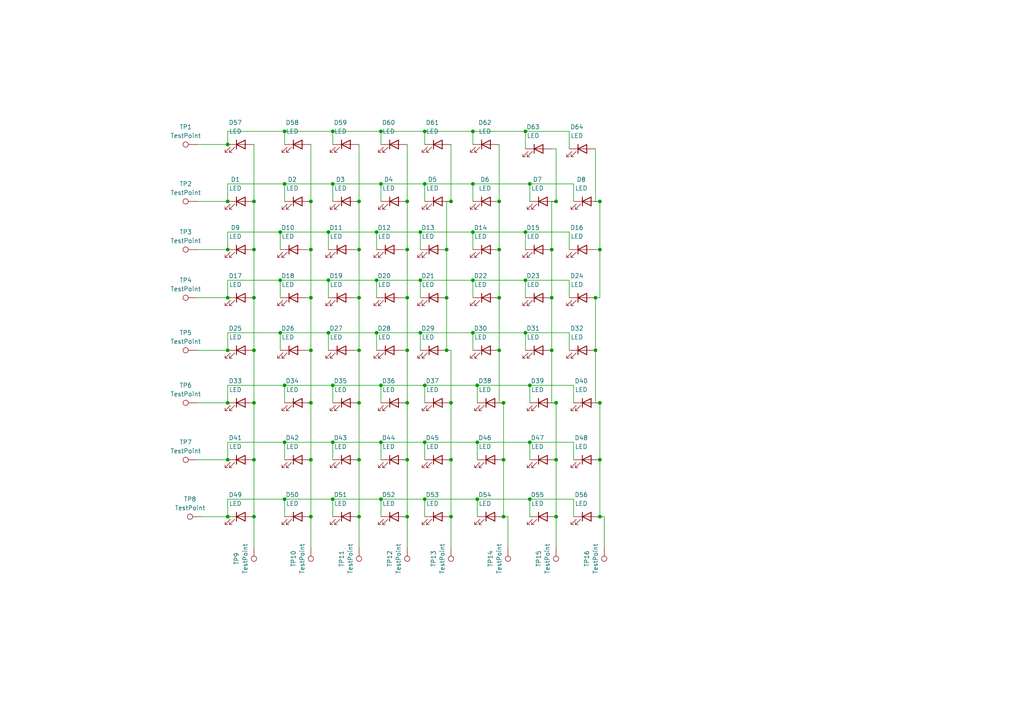
<source format=kicad_sch>
(kicad_sch
	(version 20250114)
	(generator "eeschema")
	(generator_version "9.0")
	(uuid "24537fdb-330a-497d-a225-d8b99984eae0")
	(paper "A4")
	(lib_symbols
		(symbol "Connector:TestPoint"
			(pin_numbers
				(hide yes)
			)
			(pin_names
				(offset 0.762)
				(hide yes)
			)
			(exclude_from_sim no)
			(in_bom yes)
			(on_board yes)
			(property "Reference" "TP"
				(at 0 6.858 0)
				(effects
					(font
						(size 1.27 1.27)
					)
				)
			)
			(property "Value" "TestPoint"
				(at 0 5.08 0)
				(effects
					(font
						(size 1.27 1.27)
					)
				)
			)
			(property "Footprint" ""
				(at 5.08 0 0)
				(effects
					(font
						(size 1.27 1.27)
					)
					(hide yes)
				)
			)
			(property "Datasheet" "~"
				(at 5.08 0 0)
				(effects
					(font
						(size 1.27 1.27)
					)
					(hide yes)
				)
			)
			(property "Description" "test point"
				(at 0 0 0)
				(effects
					(font
						(size 1.27 1.27)
					)
					(hide yes)
				)
			)
			(property "ki_keywords" "test point tp"
				(at 0 0 0)
				(effects
					(font
						(size 1.27 1.27)
					)
					(hide yes)
				)
			)
			(property "ki_fp_filters" "Pin* Test*"
				(at 0 0 0)
				(effects
					(font
						(size 1.27 1.27)
					)
					(hide yes)
				)
			)
			(symbol "TestPoint_0_1"
				(circle
					(center 0 3.302)
					(radius 0.762)
					(stroke
						(width 0)
						(type default)
					)
					(fill
						(type none)
					)
				)
			)
			(symbol "TestPoint_1_1"
				(pin passive line
					(at 0 0 90)
					(length 2.54)
					(name "1"
						(effects
							(font
								(size 1.27 1.27)
							)
						)
					)
					(number "1"
						(effects
							(font
								(size 1.27 1.27)
							)
						)
					)
				)
			)
			(embedded_fonts no)
		)
		(symbol "Device:LED"
			(pin_numbers
				(hide yes)
			)
			(pin_names
				(offset 1.016)
				(hide yes)
			)
			(exclude_from_sim no)
			(in_bom yes)
			(on_board yes)
			(property "Reference" "D"
				(at 0 2.54 0)
				(effects
					(font
						(size 1.27 1.27)
					)
				)
			)
			(property "Value" "LED"
				(at 0 -2.54 0)
				(effects
					(font
						(size 1.27 1.27)
					)
				)
			)
			(property "Footprint" ""
				(at 0 0 0)
				(effects
					(font
						(size 1.27 1.27)
					)
					(hide yes)
				)
			)
			(property "Datasheet" "~"
				(at 0 0 0)
				(effects
					(font
						(size 1.27 1.27)
					)
					(hide yes)
				)
			)
			(property "Description" "Light emitting diode"
				(at 0 0 0)
				(effects
					(font
						(size 1.27 1.27)
					)
					(hide yes)
				)
			)
			(property "Sim.Pins" "1=K 2=A"
				(at 0 0 0)
				(effects
					(font
						(size 1.27 1.27)
					)
					(hide yes)
				)
			)
			(property "ki_keywords" "LED diode"
				(at 0 0 0)
				(effects
					(font
						(size 1.27 1.27)
					)
					(hide yes)
				)
			)
			(property "ki_fp_filters" "LED* LED_SMD:* LED_THT:*"
				(at 0 0 0)
				(effects
					(font
						(size 1.27 1.27)
					)
					(hide yes)
				)
			)
			(symbol "LED_0_1"
				(polyline
					(pts
						(xy -3.048 -0.762) (xy -4.572 -2.286) (xy -3.81 -2.286) (xy -4.572 -2.286) (xy -4.572 -1.524)
					)
					(stroke
						(width 0)
						(type default)
					)
					(fill
						(type none)
					)
				)
				(polyline
					(pts
						(xy -1.778 -0.762) (xy -3.302 -2.286) (xy -2.54 -2.286) (xy -3.302 -2.286) (xy -3.302 -1.524)
					)
					(stroke
						(width 0)
						(type default)
					)
					(fill
						(type none)
					)
				)
				(polyline
					(pts
						(xy -1.27 0) (xy 1.27 0)
					)
					(stroke
						(width 0)
						(type default)
					)
					(fill
						(type none)
					)
				)
				(polyline
					(pts
						(xy -1.27 -1.27) (xy -1.27 1.27)
					)
					(stroke
						(width 0.254)
						(type default)
					)
					(fill
						(type none)
					)
				)
				(polyline
					(pts
						(xy 1.27 -1.27) (xy 1.27 1.27) (xy -1.27 0) (xy 1.27 -1.27)
					)
					(stroke
						(width 0.254)
						(type default)
					)
					(fill
						(type none)
					)
				)
			)
			(symbol "LED_1_1"
				(pin passive line
					(at -3.81 0 0)
					(length 2.54)
					(name "K"
						(effects
							(font
								(size 1.27 1.27)
							)
						)
					)
					(number "1"
						(effects
							(font
								(size 1.27 1.27)
							)
						)
					)
				)
				(pin passive line
					(at 3.81 0 180)
					(length 2.54)
					(name "A"
						(effects
							(font
								(size 1.27 1.27)
							)
						)
					)
					(number "2"
						(effects
							(font
								(size 1.27 1.27)
							)
						)
					)
				)
			)
			(embedded_fonts no)
		)
	)
	(junction
		(at 109.22 67.31)
		(diameter 0)
		(color 0 0 0 0)
		(uuid "000c72b8-eafa-4ad8-a594-3f7bb97544eb")
	)
	(junction
		(at 104.14 86.36)
		(diameter 0)
		(color 0 0 0 0)
		(uuid "02a6d0cc-95a2-4390-8633-5e40f164b337")
	)
	(junction
		(at 160.02 101.6)
		(diameter 0)
		(color 0 0 0 0)
		(uuid "05c8a4aa-e8cf-42df-a419-e09a249f575c")
	)
	(junction
		(at 66.04 86.36)
		(diameter 0)
		(color 0 0 0 0)
		(uuid "0774baf6-f883-4652-bc57-9cc5d8dc7fa7")
	)
	(junction
		(at 118.11 86.36)
		(diameter 0)
		(color 0 0 0 0)
		(uuid "08653bde-9dd9-4138-9545-f62c69b9d9e4")
	)
	(junction
		(at 118.11 116.84)
		(diameter 0)
		(color 0 0 0 0)
		(uuid "08660813-3e8a-4c96-9e7a-7d4b57dab990")
	)
	(junction
		(at 129.54 101.6)
		(diameter 0)
		(color 0 0 0 0)
		(uuid "089d4073-17fe-4b10-9391-6cdffcfa0c5d")
	)
	(junction
		(at 121.92 96.52)
		(diameter 0)
		(color 0 0 0 0)
		(uuid "08d8ee9b-b89c-431c-b40e-b984b7eb66c9")
	)
	(junction
		(at 152.4 81.28)
		(diameter 0)
		(color 0 0 0 0)
		(uuid "08f8ec6e-2a79-4455-a60a-c616a5278414")
	)
	(junction
		(at 160.02 72.39)
		(diameter 0)
		(color 0 0 0 0)
		(uuid "0b660bb4-1c23-49ac-a401-39388f71ff2d")
	)
	(junction
		(at 138.43 128.27)
		(diameter 0)
		(color 0 0 0 0)
		(uuid "10b68731-5995-44e9-bc2c-53945d56a535")
	)
	(junction
		(at 90.17 101.6)
		(diameter 0)
		(color 0 0 0 0)
		(uuid "153b01d6-01cf-4723-8ab2-e8aab25f7b49")
	)
	(junction
		(at 129.54 72.39)
		(diameter 0)
		(color 0 0 0 0)
		(uuid "1630f894-cc11-4c0b-af33-34c91e8f346a")
	)
	(junction
		(at 104.14 58.42)
		(diameter 0)
		(color 0 0 0 0)
		(uuid "199d4ef4-bb2b-4bab-9c02-dca57fd02823")
	)
	(junction
		(at 90.17 72.39)
		(diameter 0)
		(color 0 0 0 0)
		(uuid "1aa8e332-5a92-4e6c-be7d-6166f4db6ab6")
	)
	(junction
		(at 118.11 149.86)
		(diameter 0)
		(color 0 0 0 0)
		(uuid "1b8a6206-319c-4b65-88fa-3c4e92a079a4")
	)
	(junction
		(at 66.04 72.39)
		(diameter 0)
		(color 0 0 0 0)
		(uuid "1f00692f-2bd3-4056-bbec-8f86946d9b00")
	)
	(junction
		(at 118.11 58.42)
		(diameter 0)
		(color 0 0 0 0)
		(uuid "22337c2f-13a8-42c5-9b6d-dafd5a3843a1")
	)
	(junction
		(at 95.25 67.31)
		(diameter 0)
		(color 0 0 0 0)
		(uuid "24757a88-3572-493e-b671-0e882331b596")
	)
	(junction
		(at 95.25 96.52)
		(diameter 0)
		(color 0 0 0 0)
		(uuid "257f667f-901c-48ce-92ba-14107b508322")
	)
	(junction
		(at 66.04 41.91)
		(diameter 0)
		(color 0 0 0 0)
		(uuid "25cf0f98-99f7-4906-9c32-44bc1ca16748")
	)
	(junction
		(at 123.19 53.34)
		(diameter 0)
		(color 0 0 0 0)
		(uuid "294e5c18-d760-4119-9aac-3d88124d1f8a")
	)
	(junction
		(at 129.54 86.36)
		(diameter 0)
		(color 0 0 0 0)
		(uuid "2b44d818-96b6-4432-a691-88c678bdc459")
	)
	(junction
		(at 109.22 81.28)
		(diameter 0)
		(color 0 0 0 0)
		(uuid "2bf5f346-206c-4866-acdc-71226b9dba5a")
	)
	(junction
		(at 173.99 116.84)
		(diameter 0)
		(color 0 0 0 0)
		(uuid "2ce42c21-9350-42e3-9725-8a8fb0fbbee1")
	)
	(junction
		(at 96.52 53.34)
		(diameter 0)
		(color 0 0 0 0)
		(uuid "2db3e86a-64f3-45d7-9b30-bac25998800d")
	)
	(junction
		(at 66.04 116.84)
		(diameter 0)
		(color 0 0 0 0)
		(uuid "2dcbd566-e099-47ad-abff-3a78fd5755bf")
	)
	(junction
		(at 138.43 144.78)
		(diameter 0)
		(color 0 0 0 0)
		(uuid "2e92c963-1e31-44e1-8f15-814285ac410b")
	)
	(junction
		(at 173.99 72.39)
		(diameter 0)
		(color 0 0 0 0)
		(uuid "30804b78-a46a-4676-b951-d5b326480cf6")
	)
	(junction
		(at 104.14 116.84)
		(diameter 0)
		(color 0 0 0 0)
		(uuid "308c9193-274a-4a99-9746-14eae0c0a723")
	)
	(junction
		(at 73.66 58.42)
		(diameter 0)
		(color 0 0 0 0)
		(uuid "33869f6e-ef4e-4a1f-b373-4383627cf3d7")
	)
	(junction
		(at 130.81 58.42)
		(diameter 0)
		(color 0 0 0 0)
		(uuid "34fb1890-79b6-4746-9363-e863466ada5f")
	)
	(junction
		(at 66.04 149.86)
		(diameter 0)
		(color 0 0 0 0)
		(uuid "354105b6-cbbc-4acb-8ae8-0b018e7754f9")
	)
	(junction
		(at 173.99 149.86)
		(diameter 0)
		(color 0 0 0 0)
		(uuid "3662fde3-0b05-4c3b-83ff-d17ec6162433")
	)
	(junction
		(at 118.11 101.6)
		(diameter 0)
		(color 0 0 0 0)
		(uuid "3a91089c-0e37-4e06-8469-256fa466e070")
	)
	(junction
		(at 73.66 149.86)
		(diameter 0)
		(color 0 0 0 0)
		(uuid "3cfde508-689c-4389-9710-0b8c9aafd696")
	)
	(junction
		(at 172.72 86.36)
		(diameter 0)
		(color 0 0 0 0)
		(uuid "43035c4f-c1a3-458b-86bf-ff37df26dc37")
	)
	(junction
		(at 123.19 128.27)
		(diameter 0)
		(color 0 0 0 0)
		(uuid "4497c6b6-a801-4cff-9f90-5da0dc3fbf5a")
	)
	(junction
		(at 90.17 58.42)
		(diameter 0)
		(color 0 0 0 0)
		(uuid "4c80801c-d6b5-437f-b4bf-46cbf1db9fd8")
	)
	(junction
		(at 144.78 72.39)
		(diameter 0)
		(color 0 0 0 0)
		(uuid "4e447e24-194c-4e87-adb1-09dc37e160b5")
	)
	(junction
		(at 137.16 81.28)
		(diameter 0)
		(color 0 0 0 0)
		(uuid "503b7aa3-4650-4874-86d2-32cdc545c891")
	)
	(junction
		(at 82.55 38.1)
		(diameter 0)
		(color 0 0 0 0)
		(uuid "53461855-6810-4942-a6fa-b1ccd7e3704a")
	)
	(junction
		(at 66.04 101.6)
		(diameter 0)
		(color 0 0 0 0)
		(uuid "54505793-acc9-4dc0-bc8e-e8fc53c6d1f4")
	)
	(junction
		(at 118.11 72.39)
		(diameter 0)
		(color 0 0 0 0)
		(uuid "54841fe0-c921-4022-a89f-1a65baa85325")
	)
	(junction
		(at 82.55 111.76)
		(diameter 0)
		(color 0 0 0 0)
		(uuid "57e2c22b-10cf-4bf1-82ea-d95ac665bba1")
	)
	(junction
		(at 82.55 53.34)
		(diameter 0)
		(color 0 0 0 0)
		(uuid "58827610-aef2-40ad-8863-89cf96f4efe6")
	)
	(junction
		(at 73.66 101.6)
		(diameter 0)
		(color 0 0 0 0)
		(uuid "58e14a0d-50d4-4643-9a96-d95ad05b7e23")
	)
	(junction
		(at 130.81 116.84)
		(diameter 0)
		(color 0 0 0 0)
		(uuid "5bccc00e-dfa1-42cf-b7ec-865e9bf3c705")
	)
	(junction
		(at 152.4 96.52)
		(diameter 0)
		(color 0 0 0 0)
		(uuid "5e9e58e2-808d-48cd-99df-39fa425a835c")
	)
	(junction
		(at 110.49 38.1)
		(diameter 0)
		(color 0 0 0 0)
		(uuid "5fc09241-f4b8-4ac5-9f6d-b108857b7bc7")
	)
	(junction
		(at 81.28 81.28)
		(diameter 0)
		(color 0 0 0 0)
		(uuid "5fec6ef0-a789-4496-a3b4-a20676c9243e")
	)
	(junction
		(at 153.67 111.76)
		(diameter 0)
		(color 0 0 0 0)
		(uuid "60cd8b62-4467-40fb-bc73-7e0e3daf8d88")
	)
	(junction
		(at 153.67 144.78)
		(diameter 0)
		(color 0 0 0 0)
		(uuid "65fb961e-13c1-457a-a9a8-91100d934be6")
	)
	(junction
		(at 110.49 111.76)
		(diameter 0)
		(color 0 0 0 0)
		(uuid "66305456-f82b-4fd1-95d3-f0a66be6b700")
	)
	(junction
		(at 123.19 144.78)
		(diameter 0)
		(color 0 0 0 0)
		(uuid "669517e1-bfc7-4791-8cd7-e436b01dfc4c")
	)
	(junction
		(at 90.17 149.86)
		(diameter 0)
		(color 0 0 0 0)
		(uuid "6809ebb2-2223-4d76-aae0-3fff350d6795")
	)
	(junction
		(at 96.52 111.76)
		(diameter 0)
		(color 0 0 0 0)
		(uuid "696484eb-f4e0-462c-be26-84081b51e043")
	)
	(junction
		(at 95.25 81.28)
		(diameter 0)
		(color 0 0 0 0)
		(uuid "6d405255-90c4-4fd2-900e-e4c21b6da9cb")
	)
	(junction
		(at 130.81 133.35)
		(diameter 0)
		(color 0 0 0 0)
		(uuid "6df7055e-e0f0-4fe5-a703-3f57cf863603")
	)
	(junction
		(at 146.05 116.84)
		(diameter 0)
		(color 0 0 0 0)
		(uuid "6ea71e81-7fd4-4cde-b34b-448340970b93")
	)
	(junction
		(at 66.04 133.35)
		(diameter 0)
		(color 0 0 0 0)
		(uuid "74e4f6ef-80c4-48a2-a2ce-2dec7bf8bf02")
	)
	(junction
		(at 137.16 53.34)
		(diameter 0)
		(color 0 0 0 0)
		(uuid "75419e92-a4f7-470d-affa-202fd802fd47")
	)
	(junction
		(at 96.52 38.1)
		(diameter 0)
		(color 0 0 0 0)
		(uuid "77e17189-882a-450a-bb78-7b3d5a371422")
	)
	(junction
		(at 161.29 133.35)
		(diameter 0)
		(color 0 0 0 0)
		(uuid "781f4328-3451-4e02-b7bd-7af8276ffffa")
	)
	(junction
		(at 144.78 101.6)
		(diameter 0)
		(color 0 0 0 0)
		(uuid "78bdf3a0-4178-487c-9938-2b04398bcd77")
	)
	(junction
		(at 173.99 133.35)
		(diameter 0)
		(color 0 0 0 0)
		(uuid "7f3b9164-16c9-486a-80df-4e5d4e189c94")
	)
	(junction
		(at 172.72 101.6)
		(diameter 0)
		(color 0 0 0 0)
		(uuid "81548a84-44dc-4697-b561-17a7b05a8341")
	)
	(junction
		(at 137.16 96.52)
		(diameter 0)
		(color 0 0 0 0)
		(uuid "81675fb0-d636-48e2-8430-253472a72889")
	)
	(junction
		(at 152.4 38.1)
		(diameter 0)
		(color 0 0 0 0)
		(uuid "8252ad13-9420-47e1-ad10-6640761b7510")
	)
	(junction
		(at 153.67 128.27)
		(diameter 0)
		(color 0 0 0 0)
		(uuid "879c715d-1b12-4126-bb97-be89a6258faa")
	)
	(junction
		(at 104.14 133.35)
		(diameter 0)
		(color 0 0 0 0)
		(uuid "8c2c7852-0503-46f9-a7aa-08a187e1ad0f")
	)
	(junction
		(at 73.66 72.39)
		(diameter 0)
		(color 0 0 0 0)
		(uuid "8c8b43fd-0593-4bad-876f-ae8684138da9")
	)
	(junction
		(at 137.16 38.1)
		(diameter 0)
		(color 0 0 0 0)
		(uuid "9b1dcabf-e222-45b5-b35e-cf7cdb8aaefc")
	)
	(junction
		(at 90.17 116.84)
		(diameter 0)
		(color 0 0 0 0)
		(uuid "a05503f5-65ab-470e-95e1-64b9e3e93b45")
	)
	(junction
		(at 137.16 67.31)
		(diameter 0)
		(color 0 0 0 0)
		(uuid "a3af3ede-f328-4c0d-b47e-31d926f933ce")
	)
	(junction
		(at 81.28 67.31)
		(diameter 0)
		(color 0 0 0 0)
		(uuid "a5604620-ec10-496a-ae87-6de616af0000")
	)
	(junction
		(at 161.29 149.86)
		(diameter 0)
		(color 0 0 0 0)
		(uuid "aa038284-d1bf-4942-8188-58430c410645")
	)
	(junction
		(at 110.49 53.34)
		(diameter 0)
		(color 0 0 0 0)
		(uuid "aac16d25-59c0-40e3-bf94-7e0df1534a86")
	)
	(junction
		(at 123.19 111.76)
		(diameter 0)
		(color 0 0 0 0)
		(uuid "ad2b58d5-e21c-4b1e-8c50-6558ecc867e3")
	)
	(junction
		(at 123.19 38.1)
		(diameter 0)
		(color 0 0 0 0)
		(uuid "b2493329-490a-4aae-a4d3-ab97717c00c2")
	)
	(junction
		(at 110.49 128.27)
		(diameter 0)
		(color 0 0 0 0)
		(uuid "b3b84b9d-6350-4912-bd98-30b9f81d319d")
	)
	(junction
		(at 144.78 86.36)
		(diameter 0)
		(color 0 0 0 0)
		(uuid "b604ba6c-8eec-4231-943f-67b44fc2c56b")
	)
	(junction
		(at 73.66 133.35)
		(diameter 0)
		(color 0 0 0 0)
		(uuid "be16e23c-ea4f-41b3-a910-eb7cc01b7622")
	)
	(junction
		(at 161.29 58.42)
		(diameter 0)
		(color 0 0 0 0)
		(uuid "c2b87a77-814b-4112-9814-9b949e66af40")
	)
	(junction
		(at 146.05 133.35)
		(diameter 0)
		(color 0 0 0 0)
		(uuid "c3d53ebf-2c1f-4843-ac4a-a3f6a28564dc")
	)
	(junction
		(at 160.02 86.36)
		(diameter 0)
		(color 0 0 0 0)
		(uuid "c524aff3-397e-4098-9fad-9c3ca9416035")
	)
	(junction
		(at 90.17 133.35)
		(diameter 0)
		(color 0 0 0 0)
		(uuid "cca5effb-5cc6-4349-a99a-f9a2d9c9844c")
	)
	(junction
		(at 73.66 86.36)
		(diameter 0)
		(color 0 0 0 0)
		(uuid "cd3d4236-2290-4094-9c18-46d1d20a0121")
	)
	(junction
		(at 96.52 128.27)
		(diameter 0)
		(color 0 0 0 0)
		(uuid "d0ca50aa-e0e1-466b-9abe-5a76647fb2fa")
	)
	(junction
		(at 109.22 96.52)
		(diameter 0)
		(color 0 0 0 0)
		(uuid "d0ff4bcc-555f-4637-a80a-3622b112bced")
	)
	(junction
		(at 153.67 53.34)
		(diameter 0)
		(color 0 0 0 0)
		(uuid "d16fde59-0669-4cb0-87c8-5c5dd6777bea")
	)
	(junction
		(at 73.66 116.84)
		(diameter 0)
		(color 0 0 0 0)
		(uuid "d6429868-b3e9-4ead-8bfa-76c4f98e7182")
	)
	(junction
		(at 90.17 86.36)
		(diameter 0)
		(color 0 0 0 0)
		(uuid "d70ac92f-d608-4343-9091-5552e82aae3e")
	)
	(junction
		(at 82.55 128.27)
		(diameter 0)
		(color 0 0 0 0)
		(uuid "d73c07b0-b864-492a-a1b0-5a6690985ac2")
	)
	(junction
		(at 121.92 81.28)
		(diameter 0)
		(color 0 0 0 0)
		(uuid "d7610dcf-739a-44e8-9f2e-1b99208c8110")
	)
	(junction
		(at 66.04 58.42)
		(diameter 0)
		(color 0 0 0 0)
		(uuid "dafa6282-bdb7-45d0-a008-2542112317ae")
	)
	(junction
		(at 138.43 111.76)
		(diameter 0)
		(color 0 0 0 0)
		(uuid "dde200ea-f3bc-4a39-bb0e-a696a7097d7a")
	)
	(junction
		(at 144.78 58.42)
		(diameter 0)
		(color 0 0 0 0)
		(uuid "dfb39ade-5257-4691-ad8c-f3e4ca7eaf54")
	)
	(junction
		(at 96.52 144.78)
		(diameter 0)
		(color 0 0 0 0)
		(uuid "e0f4e931-2e5d-4009-aa8a-eb6dce349772")
	)
	(junction
		(at 110.49 144.78)
		(diameter 0)
		(color 0 0 0 0)
		(uuid "e2e5bd3b-a4dc-445b-8d67-b3e781948d66")
	)
	(junction
		(at 146.05 149.86)
		(diameter 0)
		(color 0 0 0 0)
		(uuid "e506b6d2-12e8-46ef-a30b-57370f91a120")
	)
	(junction
		(at 173.99 58.42)
		(diameter 0)
		(color 0 0 0 0)
		(uuid "e5bd4af9-ab5c-49e4-bc1c-783062ed9e36")
	)
	(junction
		(at 121.92 67.31)
		(diameter 0)
		(color 0 0 0 0)
		(uuid "ea216e19-844a-4ef9-aa97-a6cef9d0451e")
	)
	(junction
		(at 130.81 149.86)
		(diameter 0)
		(color 0 0 0 0)
		(uuid "eb0da28e-1039-49cc-a0ae-d774fbc34c1f")
	)
	(junction
		(at 152.4 67.31)
		(diameter 0)
		(color 0 0 0 0)
		(uuid "eb7a3910-dc86-40f8-b70f-535c9b688b3e")
	)
	(junction
		(at 104.14 72.39)
		(diameter 0)
		(color 0 0 0 0)
		(uuid "ec6958ab-b1a2-4559-96f6-689c8ee47ca5")
	)
	(junction
		(at 118.11 133.35)
		(diameter 0)
		(color 0 0 0 0)
		(uuid "eeeeb04e-2e03-49d7-8a78-53a6e679a156")
	)
	(junction
		(at 104.14 101.6)
		(diameter 0)
		(color 0 0 0 0)
		(uuid "f83a01e9-f58c-4b40-86a8-961811cdb5b7")
	)
	(junction
		(at 82.55 144.78)
		(diameter 0)
		(color 0 0 0 0)
		(uuid "f8e627b9-5042-4772-846d-8fc9bfbd7b63")
	)
	(junction
		(at 104.14 149.86)
		(diameter 0)
		(color 0 0 0 0)
		(uuid "f92bbaad-d848-44eb-bfd0-654edbbb4111")
	)
	(junction
		(at 161.29 116.84)
		(diameter 0)
		(color 0 0 0 0)
		(uuid "f981edc1-6f8d-4bab-932d-6983a378a942")
	)
	(junction
		(at 81.28 96.52)
		(diameter 0)
		(color 0 0 0 0)
		(uuid "fa7a1d96-88c0-4c35-987c-c04e6ebddb1b")
	)
	(wire
		(pts
			(xy 173.99 86.36) (xy 172.72 86.36)
		)
		(stroke
			(width 0)
			(type default)
		)
		(uuid "02076930-7699-4776-9dda-e239bc640e9f")
	)
	(wire
		(pts
			(xy 160.02 101.6) (xy 160.02 116.84)
		)
		(stroke
			(width 0)
			(type default)
		)
		(uuid "038f981a-56d1-4746-a173-9afd48fee85d")
	)
	(wire
		(pts
			(xy 147.32 149.86) (xy 146.05 149.86)
		)
		(stroke
			(width 0)
			(type default)
		)
		(uuid "03bd259b-d55d-45ba-8df0-691fb84d495f")
	)
	(wire
		(pts
			(xy 152.4 67.31) (xy 152.4 72.39)
		)
		(stroke
			(width 0)
			(type default)
		)
		(uuid "03c18ec0-09c1-4f3e-abec-fd09ead5cc34")
	)
	(wire
		(pts
			(xy 110.49 53.34) (xy 123.19 53.34)
		)
		(stroke
			(width 0)
			(type default)
		)
		(uuid "04aed5ee-4298-4e8d-ada7-3f7dae26bb81")
	)
	(wire
		(pts
			(xy 90.17 116.84) (xy 90.17 133.35)
		)
		(stroke
			(width 0)
			(type default)
		)
		(uuid "07572654-b67e-4b46-96fa-d116100314da")
	)
	(wire
		(pts
			(xy 96.52 38.1) (xy 110.49 38.1)
		)
		(stroke
			(width 0)
			(type default)
		)
		(uuid "07ab449b-cb21-4cd6-bf79-4f37890b68fc")
	)
	(wire
		(pts
			(xy 175.26 158.75) (xy 175.26 149.86)
		)
		(stroke
			(width 0)
			(type default)
		)
		(uuid "0bcbaa78-50bd-40fd-a7d0-a6ffdd05f382")
	)
	(wire
		(pts
			(xy 104.14 116.84) (xy 104.14 133.35)
		)
		(stroke
			(width 0)
			(type default)
		)
		(uuid "0e7b5fcd-b6e7-4dfa-b9f3-bfb687624d61")
	)
	(wire
		(pts
			(xy 165.1 38.1) (xy 165.1 43.18)
		)
		(stroke
			(width 0)
			(type default)
		)
		(uuid "0eefc7c5-1f0a-4a48-b33b-80a292da5c72")
	)
	(wire
		(pts
			(xy 81.28 81.28) (xy 95.25 81.28)
		)
		(stroke
			(width 0)
			(type default)
		)
		(uuid "10332a74-02b2-4a37-b4cc-082cf3ee6261")
	)
	(wire
		(pts
			(xy 118.11 116.84) (xy 118.11 133.35)
		)
		(stroke
			(width 0)
			(type default)
		)
		(uuid "147398d8-24dc-4e77-af32-619f0d11468d")
	)
	(wire
		(pts
			(xy 95.25 81.28) (xy 109.22 81.28)
		)
		(stroke
			(width 0)
			(type default)
		)
		(uuid "15360578-471e-4857-ad29-a8897a1af1f2")
	)
	(wire
		(pts
			(xy 152.4 81.28) (xy 165.1 81.28)
		)
		(stroke
			(width 0)
			(type default)
		)
		(uuid "15d0d724-3ded-4d3d-ad7a-0e2b02396fd7")
	)
	(wire
		(pts
			(xy 118.11 133.35) (xy 118.11 149.86)
		)
		(stroke
			(width 0)
			(type default)
		)
		(uuid "162ac46d-70bb-499d-8171-35046456e63a")
	)
	(wire
		(pts
			(xy 104.14 58.42) (xy 104.14 72.39)
		)
		(stroke
			(width 0)
			(type default)
		)
		(uuid "1766ea8f-3cbc-4aa0-afd9-54fb9fc685b0")
	)
	(wire
		(pts
			(xy 138.43 111.76) (xy 138.43 116.84)
		)
		(stroke
			(width 0)
			(type default)
		)
		(uuid "1a3b93be-fd61-4c7d-ab78-e769d3ecfa21")
	)
	(wire
		(pts
			(xy 96.52 128.27) (xy 96.52 133.35)
		)
		(stroke
			(width 0)
			(type default)
		)
		(uuid "1aa84b74-74b7-4c61-b3a3-a0743c0b3d4f")
	)
	(wire
		(pts
			(xy 152.4 96.52) (xy 165.1 96.52)
		)
		(stroke
			(width 0)
			(type default)
		)
		(uuid "1ab3141a-4a51-4e00-ab27-16f76a6e8920")
	)
	(wire
		(pts
			(xy 96.52 53.34) (xy 96.52 58.42)
		)
		(stroke
			(width 0)
			(type default)
		)
		(uuid "1af54243-78e3-4c25-acbd-9e120608cfd8")
	)
	(wire
		(pts
			(xy 81.28 67.31) (xy 81.28 72.39)
		)
		(stroke
			(width 0)
			(type default)
		)
		(uuid "1bee75b4-5449-4851-9e02-5ef2d05bd45a")
	)
	(wire
		(pts
			(xy 152.4 96.52) (xy 152.4 101.6)
		)
		(stroke
			(width 0)
			(type default)
		)
		(uuid "1ce8d70d-d092-4b12-ba65-7d79bffb313e")
	)
	(wire
		(pts
			(xy 123.19 53.34) (xy 137.16 53.34)
		)
		(stroke
			(width 0)
			(type default)
		)
		(uuid "1e1c8cc2-8f30-476c-8d1a-31fd5ccc080b")
	)
	(wire
		(pts
			(xy 104.14 116.84) (xy 104.14 101.6)
		)
		(stroke
			(width 0)
			(type default)
		)
		(uuid "1f11023d-03af-43e5-8e31-71604022ce00")
	)
	(wire
		(pts
			(xy 121.92 67.31) (xy 137.16 67.31)
		)
		(stroke
			(width 0)
			(type default)
		)
		(uuid "20daec5c-b411-499d-8e2e-8892ec0a4f56")
	)
	(wire
		(pts
			(xy 110.49 128.27) (xy 110.49 133.35)
		)
		(stroke
			(width 0)
			(type default)
		)
		(uuid "211fff5f-6995-4a49-b547-859838b75584")
	)
	(wire
		(pts
			(xy 137.16 53.34) (xy 137.16 58.42)
		)
		(stroke
			(width 0)
			(type default)
		)
		(uuid "217e41b1-cb3c-4fc9-8bdf-3ae3458809bd")
	)
	(wire
		(pts
			(xy 82.55 111.76) (xy 82.55 116.84)
		)
		(stroke
			(width 0)
			(type default)
		)
		(uuid "2274e013-17f9-4d20-bb49-11778ff8e92b")
	)
	(wire
		(pts
			(xy 173.99 72.39) (xy 173.99 86.36)
		)
		(stroke
			(width 0)
			(type default)
		)
		(uuid "22f09992-3120-4580-90e4-633271332264")
	)
	(wire
		(pts
			(xy 144.78 116.84) (xy 146.05 116.84)
		)
		(stroke
			(width 0)
			(type default)
		)
		(uuid "248e70c9-8256-4eb2-97d1-19b411f98512")
	)
	(wire
		(pts
			(xy 110.49 144.78) (xy 110.49 149.86)
		)
		(stroke
			(width 0)
			(type default)
		)
		(uuid "25143624-a498-4e8b-8053-c613613d8664")
	)
	(wire
		(pts
			(xy 137.16 96.52) (xy 152.4 96.52)
		)
		(stroke
			(width 0)
			(type default)
		)
		(uuid "284b717f-fe8a-4906-a25b-704168920416")
	)
	(wire
		(pts
			(xy 138.43 111.76) (xy 153.67 111.76)
		)
		(stroke
			(width 0)
			(type default)
		)
		(uuid "290ec139-0c52-4567-852f-c2e1043a7d39")
	)
	(wire
		(pts
			(xy 90.17 133.35) (xy 90.17 149.86)
		)
		(stroke
			(width 0)
			(type default)
		)
		(uuid "2a17d795-513d-48ec-acc9-af3591682c0e")
	)
	(wire
		(pts
			(xy 73.66 116.84) (xy 73.66 101.6)
		)
		(stroke
			(width 0)
			(type default)
		)
		(uuid "2b0b3f2c-b540-4b74-a4c1-e9ed35ea6fb2")
	)
	(wire
		(pts
			(xy 57.15 101.6) (xy 66.04 101.6)
		)
		(stroke
			(width 0)
			(type default)
		)
		(uuid "2b28cac5-ba79-414c-bfc1-9f5caf7faeca")
	)
	(wire
		(pts
			(xy 66.04 133.35) (xy 66.04 128.27)
		)
		(stroke
			(width 0)
			(type default)
		)
		(uuid "2b8e9b23-8e8e-4e9b-a2b1-3db0f99b9254")
	)
	(wire
		(pts
			(xy 66.04 38.1) (xy 82.55 38.1)
		)
		(stroke
			(width 0)
			(type default)
		)
		(uuid "2b9a093c-d754-4ca4-8803-239f7212741a")
	)
	(wire
		(pts
			(xy 118.11 86.36) (xy 116.84 86.36)
		)
		(stroke
			(width 0)
			(type default)
		)
		(uuid "2c03b152-23e1-43bb-bc87-18bd9a90e0cf")
	)
	(wire
		(pts
			(xy 173.99 58.42) (xy 173.99 72.39)
		)
		(stroke
			(width 0)
			(type default)
		)
		(uuid "2c298199-6b06-44b1-8d33-32627c0893c2")
	)
	(wire
		(pts
			(xy 66.04 72.39) (xy 66.04 67.31)
		)
		(stroke
			(width 0)
			(type default)
		)
		(uuid "2d93b9e3-ac3d-4943-9a3e-ec2b5e6845ef")
	)
	(wire
		(pts
			(xy 110.49 111.76) (xy 123.19 111.76)
		)
		(stroke
			(width 0)
			(type default)
		)
		(uuid "2ded67eb-9592-40f2-bd6a-e0e3fb151a89")
	)
	(wire
		(pts
			(xy 66.04 67.31) (xy 81.28 67.31)
		)
		(stroke
			(width 0)
			(type default)
		)
		(uuid "2e64fcb5-698e-4002-9ca3-7160a9d5f446")
	)
	(wire
		(pts
			(xy 81.28 96.52) (xy 95.25 96.52)
		)
		(stroke
			(width 0)
			(type default)
		)
		(uuid "2f2e5173-64cb-4461-b58d-6d946a068533")
	)
	(wire
		(pts
			(xy 66.04 41.91) (xy 66.04 38.1)
		)
		(stroke
			(width 0)
			(type default)
		)
		(uuid "2f90aef5-9c34-42d8-93b0-f31009e00395")
	)
	(wire
		(pts
			(xy 165.1 81.28) (xy 165.1 86.36)
		)
		(stroke
			(width 0)
			(type default)
		)
		(uuid "2fe0fd7a-9fdb-479d-bb80-002eb7328e28")
	)
	(wire
		(pts
			(xy 57.15 41.91) (xy 66.04 41.91)
		)
		(stroke
			(width 0)
			(type default)
		)
		(uuid "304f7889-3e46-436b-9c9f-dd48d5d41f33")
	)
	(wire
		(pts
			(xy 96.52 128.27) (xy 110.49 128.27)
		)
		(stroke
			(width 0)
			(type default)
		)
		(uuid "3237e1fa-c6a2-4e56-abb7-6ea13f59335d")
	)
	(wire
		(pts
			(xy 129.54 101.6) (xy 130.81 101.6)
		)
		(stroke
			(width 0)
			(type default)
		)
		(uuid "327ff6d1-dcdf-40ae-b2c1-a37a7b71a459")
	)
	(wire
		(pts
			(xy 81.28 67.31) (xy 95.25 67.31)
		)
		(stroke
			(width 0)
			(type default)
		)
		(uuid "32d6aea5-d3f3-47f3-b317-fd82deaa1cca")
	)
	(wire
		(pts
			(xy 90.17 149.86) (xy 90.17 158.75)
		)
		(stroke
			(width 0)
			(type default)
		)
		(uuid "3638c660-775b-49e8-8c5e-ea55f34f1181")
	)
	(wire
		(pts
			(xy 73.66 116.84) (xy 73.66 133.35)
		)
		(stroke
			(width 0)
			(type default)
		)
		(uuid "36b14913-b8ad-4769-8f36-d7de1284cbc6")
	)
	(wire
		(pts
			(xy 121.92 81.28) (xy 137.16 81.28)
		)
		(stroke
			(width 0)
			(type default)
		)
		(uuid "395e09d7-6dfd-47bd-ab28-a5745bf26f1a")
	)
	(wire
		(pts
			(xy 121.92 96.52) (xy 121.92 101.6)
		)
		(stroke
			(width 0)
			(type default)
		)
		(uuid "3983028c-c3a1-4a16-b78f-a122716dd149")
	)
	(wire
		(pts
			(xy 90.17 86.36) (xy 88.9 86.36)
		)
		(stroke
			(width 0)
			(type default)
		)
		(uuid "3b05a23a-1496-4de2-af04-c79a7e09fee8")
	)
	(wire
		(pts
			(xy 57.15 116.84) (xy 66.04 116.84)
		)
		(stroke
			(width 0)
			(type default)
		)
		(uuid "3f46a743-459e-4d03-ab2d-f08d38814b19")
	)
	(wire
		(pts
			(xy 73.66 41.91) (xy 73.66 58.42)
		)
		(stroke
			(width 0)
			(type default)
		)
		(uuid "4159882e-74a4-4def-afea-1d4fd2aef1b7")
	)
	(wire
		(pts
			(xy 96.52 144.78) (xy 96.52 149.86)
		)
		(stroke
			(width 0)
			(type default)
		)
		(uuid "416bc0de-928a-452e-bb94-4ca922ad9eec")
	)
	(wire
		(pts
			(xy 109.22 67.31) (xy 121.92 67.31)
		)
		(stroke
			(width 0)
			(type default)
		)
		(uuid "41adb85c-d22e-427f-a107-ef4ea3e78204")
	)
	(wire
		(pts
			(xy 144.78 101.6) (xy 144.78 116.84)
		)
		(stroke
			(width 0)
			(type default)
		)
		(uuid "422f4a67-621a-41cb-8c78-2435943e7b92")
	)
	(wire
		(pts
			(xy 173.99 116.84) (xy 173.99 133.35)
		)
		(stroke
			(width 0)
			(type default)
		)
		(uuid "429e32b9-64c6-4f01-88d9-893edfebcdad")
	)
	(wire
		(pts
			(xy 118.11 86.36) (xy 118.11 101.6)
		)
		(stroke
			(width 0)
			(type default)
		)
		(uuid "44225e0d-054b-4211-8369-4f8d8852fd0b")
	)
	(wire
		(pts
			(xy 129.54 72.39) (xy 129.54 86.36)
		)
		(stroke
			(width 0)
			(type default)
		)
		(uuid "47c98228-3b5e-48b7-baec-53195598226f")
	)
	(wire
		(pts
			(xy 153.67 111.76) (xy 153.67 116.84)
		)
		(stroke
			(width 0)
			(type default)
		)
		(uuid "49d05bf9-d2e7-44f5-90d5-e01f5158e78e")
	)
	(wire
		(pts
			(xy 118.11 101.6) (xy 118.11 116.84)
		)
		(stroke
			(width 0)
			(type default)
		)
		(uuid "49ed7de6-62af-4045-949b-af9dbd537579")
	)
	(wire
		(pts
			(xy 144.78 86.36) (xy 144.78 101.6)
		)
		(stroke
			(width 0)
			(type default)
		)
		(uuid "4fa0953a-d5fb-4aaa-a72a-a66dd4c8893b")
	)
	(wire
		(pts
			(xy 104.14 133.35) (xy 104.14 149.86)
		)
		(stroke
			(width 0)
			(type default)
		)
		(uuid "4fbade71-d448-475f-9df2-f9c48c41e8e9")
	)
	(wire
		(pts
			(xy 90.17 101.6) (xy 88.9 101.6)
		)
		(stroke
			(width 0)
			(type default)
		)
		(uuid "4ffae03e-f09e-4bc7-841d-216fe1e18a0b")
	)
	(wire
		(pts
			(xy 66.04 53.34) (xy 82.55 53.34)
		)
		(stroke
			(width 0)
			(type default)
		)
		(uuid "50280b3b-0495-4a18-9722-d13b250b1863")
	)
	(wire
		(pts
			(xy 172.72 116.84) (xy 173.99 116.84)
		)
		(stroke
			(width 0)
			(type default)
		)
		(uuid "50b543e4-e829-41b1-a8f5-c9139b8984d1")
	)
	(wire
		(pts
			(xy 110.49 38.1) (xy 123.19 38.1)
		)
		(stroke
			(width 0)
			(type default)
		)
		(uuid "512163fa-8951-4bd6-86b7-d99cb9d80617")
	)
	(wire
		(pts
			(xy 153.67 128.27) (xy 153.67 133.35)
		)
		(stroke
			(width 0)
			(type default)
		)
		(uuid "51996e6e-8749-4733-b742-a9cc770f778b")
	)
	(wire
		(pts
			(xy 118.11 58.42) (xy 118.11 72.39)
		)
		(stroke
			(width 0)
			(type default)
		)
		(uuid "55b8681f-4d3d-4501-8d01-ad59bfb47a03")
	)
	(wire
		(pts
			(xy 138.43 144.78) (xy 153.67 144.78)
		)
		(stroke
			(width 0)
			(type default)
		)
		(uuid "56116ef1-3faf-4874-8ff7-c2dd1f321e20")
	)
	(wire
		(pts
			(xy 153.67 144.78) (xy 153.67 149.86)
		)
		(stroke
			(width 0)
			(type default)
		)
		(uuid "586273ac-8e84-48b7-b232-497e57d41c3f")
	)
	(wire
		(pts
			(xy 165.1 96.52) (xy 165.1 101.6)
		)
		(stroke
			(width 0)
			(type default)
		)
		(uuid "5bec622e-24c4-4ef0-b036-4a8389eb6c98")
	)
	(wire
		(pts
			(xy 121.92 81.28) (xy 121.92 86.36)
		)
		(stroke
			(width 0)
			(type default)
		)
		(uuid "5c6dd312-3cc4-4279-8241-1b040077192b")
	)
	(wire
		(pts
			(xy 166.37 111.76) (xy 166.37 116.84)
		)
		(stroke
			(width 0)
			(type default)
		)
		(uuid "5cac9fcc-fda1-4ac4-8a17-d6839b6f682a")
	)
	(wire
		(pts
			(xy 82.55 38.1) (xy 96.52 38.1)
		)
		(stroke
			(width 0)
			(type default)
		)
		(uuid "638b8df1-e2bf-432f-9770-86e2fdcf2f02")
	)
	(wire
		(pts
			(xy 123.19 128.27) (xy 123.19 133.35)
		)
		(stroke
			(width 0)
			(type default)
		)
		(uuid "665239ac-f70b-4d95-ab26-6c412e8406ad")
	)
	(wire
		(pts
			(xy 146.05 133.35) (xy 146.05 149.86)
		)
		(stroke
			(width 0)
			(type default)
		)
		(uuid "6a5c35b2-1856-4029-a7d5-c1a12d8478f0")
	)
	(wire
		(pts
			(xy 81.28 96.52) (xy 81.28 101.6)
		)
		(stroke
			(width 0)
			(type default)
		)
		(uuid "6ab0ae05-273a-4e6c-ad72-11c995d15f35")
	)
	(wire
		(pts
			(xy 118.11 149.86) (xy 118.11 158.75)
		)
		(stroke
			(width 0)
			(type default)
		)
		(uuid "6c3567bf-1c28-4359-8b86-705d5a3fd0dd")
	)
	(wire
		(pts
			(xy 160.02 72.39) (xy 160.02 58.42)
		)
		(stroke
			(width 0)
			(type default)
		)
		(uuid "6fbcd7bc-475e-405b-a4ae-2b72e05a2e5b")
	)
	(wire
		(pts
			(xy 109.22 96.52) (xy 109.22 101.6)
		)
		(stroke
			(width 0)
			(type default)
		)
		(uuid "703a9da6-c742-483b-88ad-fa838327f217")
	)
	(wire
		(pts
			(xy 96.52 144.78) (xy 110.49 144.78)
		)
		(stroke
			(width 0)
			(type default)
		)
		(uuid "70a73589-bf6b-42f9-b1fb-f472ba2d79d7")
	)
	(wire
		(pts
			(xy 82.55 38.1) (xy 82.55 41.91)
		)
		(stroke
			(width 0)
			(type default)
		)
		(uuid "7135d328-2082-4241-84b1-20cbc4c63095")
	)
	(wire
		(pts
			(xy 104.14 149.86) (xy 104.14 158.75)
		)
		(stroke
			(width 0)
			(type default)
		)
		(uuid "73f4dc45-0cd8-4013-a8ae-a9df4d589857")
	)
	(wire
		(pts
			(xy 109.22 81.28) (xy 121.92 81.28)
		)
		(stroke
			(width 0)
			(type default)
		)
		(uuid "7621107b-4796-4388-ac26-5721871ab4e3")
	)
	(wire
		(pts
			(xy 137.16 38.1) (xy 137.16 41.91)
		)
		(stroke
			(width 0)
			(type default)
		)
		(uuid "7661b9ac-8c76-46dd-bde1-48d04d0bd1da")
	)
	(wire
		(pts
			(xy 130.81 149.86) (xy 130.81 158.75)
		)
		(stroke
			(width 0)
			(type default)
		)
		(uuid "77544120-436b-4b8f-92be-1d6a9449bce0")
	)
	(wire
		(pts
			(xy 130.81 58.42) (xy 129.54 58.42)
		)
		(stroke
			(width 0)
			(type default)
		)
		(uuid "77a58d71-9453-4b9d-a0af-a58b44d698d5")
	)
	(wire
		(pts
			(xy 82.55 53.34) (xy 96.52 53.34)
		)
		(stroke
			(width 0)
			(type default)
		)
		(uuid "7912cd39-4039-4aef-a058-de6afc3a354c")
	)
	(wire
		(pts
			(xy 57.15 72.39) (xy 66.04 72.39)
		)
		(stroke
			(width 0)
			(type default)
		)
		(uuid "7a1d0fa6-da0e-42be-b559-345ba7856550")
	)
	(wire
		(pts
			(xy 66.04 101.6) (xy 66.04 96.52)
		)
		(stroke
			(width 0)
			(type default)
		)
		(uuid "7c6c3b07-e0f6-4e34-8149-94c4b63088a7")
	)
	(wire
		(pts
			(xy 160.02 86.36) (xy 160.02 101.6)
		)
		(stroke
			(width 0)
			(type default)
		)
		(uuid "7cd1b410-e1da-4071-ab56-1e11d200b152")
	)
	(wire
		(pts
			(xy 82.55 53.34) (xy 82.55 58.42)
		)
		(stroke
			(width 0)
			(type default)
		)
		(uuid "7dcc138e-498f-46d0-8501-d8c13077b41a")
	)
	(wire
		(pts
			(xy 166.37 53.34) (xy 166.37 58.42)
		)
		(stroke
			(width 0)
			(type default)
		)
		(uuid "801c2835-18a9-4914-97ea-fb7878ec549c")
	)
	(wire
		(pts
			(xy 109.22 67.31) (xy 109.22 72.39)
		)
		(stroke
			(width 0)
			(type default)
		)
		(uuid "81f49fa5-7106-4867-b288-098ae65f7124")
	)
	(wire
		(pts
			(xy 161.29 43.18) (xy 160.02 43.18)
		)
		(stroke
			(width 0)
			(type default)
		)
		(uuid "8335f0dd-69e5-4f7d-b04c-b2c7e495c729")
	)
	(wire
		(pts
			(xy 153.67 128.27) (xy 166.37 128.27)
		)
		(stroke
			(width 0)
			(type default)
		)
		(uuid "838cdd69-dea0-4ef7-8a0a-d1623df931b2")
	)
	(wire
		(pts
			(xy 161.29 149.86) (xy 161.29 158.75)
		)
		(stroke
			(width 0)
			(type default)
		)
		(uuid "83b874cc-72e0-4373-b1a6-530a9be1c77b")
	)
	(wire
		(pts
			(xy 58.42 149.86) (xy 66.04 149.86)
		)
		(stroke
			(width 0)
			(type default)
		)
		(uuid "858e8396-dab1-4b66-b5c7-ffb3bef3660c")
	)
	(wire
		(pts
			(xy 118.11 101.6) (xy 116.84 101.6)
		)
		(stroke
			(width 0)
			(type default)
		)
		(uuid "87db7f1c-35df-4ce5-987d-013eee8b1d38")
	)
	(wire
		(pts
			(xy 95.25 96.52) (xy 109.22 96.52)
		)
		(stroke
			(width 0)
			(type default)
		)
		(uuid "880fddf1-7e95-481d-9985-83c47fa64319")
	)
	(wire
		(pts
			(xy 152.4 38.1) (xy 165.1 38.1)
		)
		(stroke
			(width 0)
			(type default)
		)
		(uuid "88b4781c-a822-48b5-9470-dbfee1957afd")
	)
	(wire
		(pts
			(xy 123.19 53.34) (xy 123.19 58.42)
		)
		(stroke
			(width 0)
			(type default)
		)
		(uuid "8959e192-a99a-4d91-a57b-14c7fddf40f2")
	)
	(wire
		(pts
			(xy 173.99 149.86) (xy 175.26 149.86)
		)
		(stroke
			(width 0)
			(type default)
		)
		(uuid "8a63dbcb-58d3-4da6-9c47-c15aff371688")
	)
	(wire
		(pts
			(xy 73.66 133.35) (xy 73.66 149.86)
		)
		(stroke
			(width 0)
			(type default)
		)
		(uuid "8b15ef15-5cd9-41d7-bf5a-0b9874e05b59")
	)
	(wire
		(pts
			(xy 66.04 111.76) (xy 82.55 111.76)
		)
		(stroke
			(width 0)
			(type default)
		)
		(uuid "8c8ff880-45a3-4ae5-a8a1-391d8c2bb017")
	)
	(wire
		(pts
			(xy 73.66 58.42) (xy 73.66 72.39)
		)
		(stroke
			(width 0)
			(type default)
		)
		(uuid "8cba3482-c9cd-4f0d-9620-5bd76c5081d8")
	)
	(wire
		(pts
			(xy 138.43 144.78) (xy 138.43 149.86)
		)
		(stroke
			(width 0)
			(type default)
		)
		(uuid "8dd395da-9db8-46b2-830c-4aee3fd5e203")
	)
	(wire
		(pts
			(xy 90.17 58.42) (xy 90.17 72.39)
		)
		(stroke
			(width 0)
			(type default)
		)
		(uuid "9187e657-eac0-4d54-9562-58d761413736")
	)
	(wire
		(pts
			(xy 66.04 116.84) (xy 66.04 111.76)
		)
		(stroke
			(width 0)
			(type default)
		)
		(uuid "91933b4a-7760-4c5c-8475-e6b4a5d9795a")
	)
	(wire
		(pts
			(xy 166.37 128.27) (xy 166.37 133.35)
		)
		(stroke
			(width 0)
			(type default)
		)
		(uuid "928de9c0-bce5-417a-9189-cadee7ff27b4")
	)
	(wire
		(pts
			(xy 137.16 96.52) (xy 137.16 101.6)
		)
		(stroke
			(width 0)
			(type default)
		)
		(uuid "929aa7f4-5536-490c-a9e5-53df46655237")
	)
	(wire
		(pts
			(xy 82.55 111.76) (xy 96.52 111.76)
		)
		(stroke
			(width 0)
			(type default)
		)
		(uuid "95e3f7e2-85cf-4ec9-b363-8e8f37073563")
	)
	(wire
		(pts
			(xy 90.17 72.39) (xy 88.9 72.39)
		)
		(stroke
			(width 0)
			(type default)
		)
		(uuid "973ddc12-d707-4ee3-a407-7d3c4bb85413")
	)
	(wire
		(pts
			(xy 95.25 67.31) (xy 95.25 72.39)
		)
		(stroke
			(width 0)
			(type default)
		)
		(uuid "983cd5a3-f148-42b6-9e59-f0e01b41f4eb")
	)
	(wire
		(pts
			(xy 66.04 149.86) (xy 67.31 149.86)
		)
		(stroke
			(width 0)
			(type default)
		)
		(uuid "986eb7b4-5b7b-4048-b5cd-028fb79ec096")
	)
	(wire
		(pts
			(xy 144.78 72.39) (xy 144.78 86.36)
		)
		(stroke
			(width 0)
			(type default)
		)
		(uuid "988154ed-89ea-4ef6-983d-7c4022e3d292")
	)
	(wire
		(pts
			(xy 138.43 128.27) (xy 138.43 133.35)
		)
		(stroke
			(width 0)
			(type default)
		)
		(uuid "9a23f7cb-af79-41dc-9191-adb0d6f5e1d6")
	)
	(wire
		(pts
			(xy 109.22 96.52) (xy 121.92 96.52)
		)
		(stroke
			(width 0)
			(type default)
		)
		(uuid "9da5c3fc-f971-483b-b96c-b8d44e885fd9")
	)
	(wire
		(pts
			(xy 110.49 111.76) (xy 110.49 116.84)
		)
		(stroke
			(width 0)
			(type default)
		)
		(uuid "9f6f7263-6c5c-4db1-a8af-9016e0cb458d")
	)
	(wire
		(pts
			(xy 123.19 111.76) (xy 138.43 111.76)
		)
		(stroke
			(width 0)
			(type default)
		)
		(uuid "9fce2fe2-f348-4793-a055-f1c1307d7895")
	)
	(wire
		(pts
			(xy 96.52 111.76) (xy 96.52 116.84)
		)
		(stroke
			(width 0)
			(type default)
		)
		(uuid "9feaafb1-ff35-4b6f-963f-1cbcf76305a8")
	)
	(wire
		(pts
			(xy 57.15 58.42) (xy 66.04 58.42)
		)
		(stroke
			(width 0)
			(type default)
		)
		(uuid "a12fedd3-c840-4d05-b3fe-1b5199b39094")
	)
	(wire
		(pts
			(xy 118.11 72.39) (xy 118.11 86.36)
		)
		(stroke
			(width 0)
			(type default)
		)
		(uuid "a2048789-6f1c-4425-9f9a-d4e6c912a2de")
	)
	(wire
		(pts
			(xy 104.14 101.6) (xy 104.14 86.36)
		)
		(stroke
			(width 0)
			(type default)
		)
		(uuid "a52069be-0f7a-4c6e-a800-9d7d8935273b")
	)
	(wire
		(pts
			(xy 130.81 101.6) (xy 130.81 116.84)
		)
		(stroke
			(width 0)
			(type default)
		)
		(uuid "a53a94de-716b-4f65-a95d-562a6c117dc1")
	)
	(wire
		(pts
			(xy 95.25 81.28) (xy 95.25 86.36)
		)
		(stroke
			(width 0)
			(type default)
		)
		(uuid "a5789676-6b03-4348-b6d9-cb765b0e1db8")
	)
	(wire
		(pts
			(xy 110.49 38.1) (xy 110.49 41.91)
		)
		(stroke
			(width 0)
			(type default)
		)
		(uuid "a5d9a808-887d-4301-bf13-32131ddb5725")
	)
	(wire
		(pts
			(xy 104.14 41.91) (xy 104.14 58.42)
		)
		(stroke
			(width 0)
			(type default)
		)
		(uuid "a5e73462-ac11-4763-b547-50c9fe62c6cc")
	)
	(wire
		(pts
			(xy 160.02 58.42) (xy 161.29 58.42)
		)
		(stroke
			(width 0)
			(type default)
		)
		(uuid "a7dfb9b6-e575-4f40-bf51-15a2dfcb3a42")
	)
	(wire
		(pts
			(xy 153.67 53.34) (xy 166.37 53.34)
		)
		(stroke
			(width 0)
			(type default)
		)
		(uuid "a875f826-e4a6-4c9e-8929-d13e41a8a7be")
	)
	(wire
		(pts
			(xy 144.78 41.91) (xy 144.78 58.42)
		)
		(stroke
			(width 0)
			(type default)
		)
		(uuid "aa247925-a766-4862-bbbc-77f23ce3a368")
	)
	(wire
		(pts
			(xy 123.19 144.78) (xy 138.43 144.78)
		)
		(stroke
			(width 0)
			(type default)
		)
		(uuid "aa768918-7329-4a24-af35-bb262539bf15")
	)
	(wire
		(pts
			(xy 73.66 72.39) (xy 73.66 86.36)
		)
		(stroke
			(width 0)
			(type default)
		)
		(uuid "ad51ed9d-7483-48f9-a714-e0f5bd566c93")
	)
	(wire
		(pts
			(xy 66.04 81.28) (xy 81.28 81.28)
		)
		(stroke
			(width 0)
			(type default)
		)
		(uuid "aecfc3ac-e4e5-4ca5-8664-8e4a23b2688f")
	)
	(wire
		(pts
			(xy 66.04 86.36) (xy 66.04 81.28)
		)
		(stroke
			(width 0)
			(type default)
		)
		(uuid "aedf0839-aa56-4616-806f-5d95b2cdd3a8")
	)
	(wire
		(pts
			(xy 82.55 128.27) (xy 82.55 133.35)
		)
		(stroke
			(width 0)
			(type default)
		)
		(uuid "af0bd0bb-3313-4730-9624-8fbf27452fbb")
	)
	(wire
		(pts
			(xy 137.16 81.28) (xy 152.4 81.28)
		)
		(stroke
			(width 0)
			(type default)
		)
		(uuid "af4043c3-0e23-4a9a-bb1a-595429593f73")
	)
	(wire
		(pts
			(xy 152.4 81.28) (xy 152.4 86.36)
		)
		(stroke
			(width 0)
			(type default)
		)
		(uuid "af7acea7-7561-4448-a5fe-5cf05607c0ab")
	)
	(wire
		(pts
			(xy 144.78 58.42) (xy 144.78 72.39)
		)
		(stroke
			(width 0)
			(type default)
		)
		(uuid "afff087d-d347-4810-bcc9-b25cb96ceb75")
	)
	(wire
		(pts
			(xy 90.17 41.91) (xy 90.17 58.42)
		)
		(stroke
			(width 0)
			(type default)
		)
		(uuid "b121fb15-4090-421f-a5ef-1be57fbe162a")
	)
	(wire
		(pts
			(xy 172.72 101.6) (xy 172.72 116.84)
		)
		(stroke
			(width 0)
			(type default)
		)
		(uuid "b1d43e44-61c7-449d-90d2-2f2aee34c6e9")
	)
	(wire
		(pts
			(xy 123.19 144.78) (xy 123.19 149.86)
		)
		(stroke
			(width 0)
			(type default)
		)
		(uuid "b2868951-9de1-4af2-b14d-40aa969bab03")
	)
	(wire
		(pts
			(xy 137.16 53.34) (xy 153.67 53.34)
		)
		(stroke
			(width 0)
			(type default)
		)
		(uuid "b3522ef1-1b1b-4c91-97fb-a4144558f556")
	)
	(wire
		(pts
			(xy 130.81 116.84) (xy 130.81 133.35)
		)
		(stroke
			(width 0)
			(type default)
		)
		(uuid "b3af642a-89a9-432c-a15f-4198652b2eba")
	)
	(wire
		(pts
			(xy 121.92 67.31) (xy 121.92 72.39)
		)
		(stroke
			(width 0)
			(type default)
		)
		(uuid "b6ccfb9e-980a-4eff-936f-51c018d8dca1")
	)
	(wire
		(pts
			(xy 66.04 58.42) (xy 66.04 53.34)
		)
		(stroke
			(width 0)
			(type default)
		)
		(uuid "b7c3da12-4453-4dda-b629-332cef69f34b")
	)
	(wire
		(pts
			(xy 95.25 67.31) (xy 109.22 67.31)
		)
		(stroke
			(width 0)
			(type default)
		)
		(uuid "ba2eebe2-24b2-4615-b135-398ef4ce69fc")
	)
	(wire
		(pts
			(xy 81.28 81.28) (xy 81.28 86.36)
		)
		(stroke
			(width 0)
			(type default)
		)
		(uuid "bbab08da-f29c-452b-abfa-80af0789ba02")
	)
	(wire
		(pts
			(xy 96.52 53.34) (xy 110.49 53.34)
		)
		(stroke
			(width 0)
			(type default)
		)
		(uuid "bc5131e7-8be1-49f7-a12d-a0440ec799a1")
	)
	(wire
		(pts
			(xy 110.49 128.27) (xy 123.19 128.27)
		)
		(stroke
			(width 0)
			(type default)
		)
		(uuid "bce59045-1dd2-4bb6-b532-67a571bc4af5")
	)
	(wire
		(pts
			(xy 57.15 133.35) (xy 66.04 133.35)
		)
		(stroke
			(width 0)
			(type default)
		)
		(uuid "bd20fc6f-70b5-4242-a6af-f9bcf332f7b5")
	)
	(wire
		(pts
			(xy 153.67 111.76) (xy 166.37 111.76)
		)
		(stroke
			(width 0)
			(type default)
		)
		(uuid "bd965cd0-d808-4464-a544-8d727dad2ad0")
	)
	(wire
		(pts
			(xy 147.32 158.75) (xy 147.32 149.86)
		)
		(stroke
			(width 0)
			(type default)
		)
		(uuid "c01e60bb-2843-41b7-b928-2e70cc92c40f")
	)
	(wire
		(pts
			(xy 110.49 53.34) (xy 110.49 58.42)
		)
		(stroke
			(width 0)
			(type default)
		)
		(uuid "c08d756d-36f6-40b8-862c-fe9e807460c4")
	)
	(wire
		(pts
			(xy 138.43 128.27) (xy 153.67 128.27)
		)
		(stroke
			(width 0)
			(type default)
		)
		(uuid "c0c89714-5389-4a87-86e5-3c2ed490a57b")
	)
	(wire
		(pts
			(xy 152.4 67.31) (xy 165.1 67.31)
		)
		(stroke
			(width 0)
			(type default)
		)
		(uuid "c11a6bc5-a9e8-4634-b600-7eb96c115454")
	)
	(wire
		(pts
			(xy 129.54 86.36) (xy 129.54 101.6)
		)
		(stroke
			(width 0)
			(type default)
		)
		(uuid "c2131ef3-0559-42bf-ba19-fc4b6301f7de")
	)
	(wire
		(pts
			(xy 104.14 101.6) (xy 102.87 101.6)
		)
		(stroke
			(width 0)
			(type default)
		)
		(uuid "c231f8c6-6c43-4fc7-a317-4f72ab68afb0")
	)
	(wire
		(pts
			(xy 130.81 133.35) (xy 130.81 149.86)
		)
		(stroke
			(width 0)
			(type default)
		)
		(uuid "c246f53b-4ca5-497a-8213-50da57db2f90")
	)
	(wire
		(pts
			(xy 118.11 72.39) (xy 116.84 72.39)
		)
		(stroke
			(width 0)
			(type default)
		)
		(uuid "c32b4825-4b63-460c-a51e-cbe3d142ac99")
	)
	(wire
		(pts
			(xy 146.05 116.84) (xy 146.05 133.35)
		)
		(stroke
			(width 0)
			(type default)
		)
		(uuid "c5fa2a1f-3726-4613-8f10-3ca455edbe9f")
	)
	(wire
		(pts
			(xy 161.29 116.84) (xy 161.29 133.35)
		)
		(stroke
			(width 0)
			(type default)
		)
		(uuid "c74f9492-0769-4584-8dca-48a2ea9c206b")
	)
	(wire
		(pts
			(xy 123.19 111.76) (xy 123.19 116.84)
		)
		(stroke
			(width 0)
			(type default)
		)
		(uuid "c7a92b8c-d8ce-4158-b41b-fb5aa41e95d7")
	)
	(wire
		(pts
			(xy 173.99 133.35) (xy 173.99 149.86)
		)
		(stroke
			(width 0)
			(type default)
		)
		(uuid "c850458c-9ca1-422b-944e-3950f45792d2")
	)
	(wire
		(pts
			(xy 90.17 72.39) (xy 90.17 86.36)
		)
		(stroke
			(width 0)
			(type default)
		)
		(uuid "c934a71a-9327-49dc-a47c-f8485fb4be7d")
	)
	(wire
		(pts
			(xy 137.16 67.31) (xy 137.16 72.39)
		)
		(stroke
			(width 0)
			(type default)
		)
		(uuid "c99c3661-5ae3-4a75-a9a1-4bced656f12d")
	)
	(wire
		(pts
			(xy 173.99 72.39) (xy 172.72 72.39)
		)
		(stroke
			(width 0)
			(type default)
		)
		(uuid "c9a30b59-f46b-4d37-af68-ee52bb315270")
	)
	(wire
		(pts
			(xy 82.55 144.78) (xy 82.55 149.86)
		)
		(stroke
			(width 0)
			(type default)
		)
		(uuid "ca060d02-657a-46fb-a4df-996847e581e8")
	)
	(wire
		(pts
			(xy 110.49 144.78) (xy 123.19 144.78)
		)
		(stroke
			(width 0)
			(type default)
		)
		(uuid "cc8ff9e7-1d5a-4810-bccb-7102bc1ef3a6")
	)
	(wire
		(pts
			(xy 104.14 86.36) (xy 102.87 86.36)
		)
		(stroke
			(width 0)
			(type default)
		)
		(uuid "cc952997-4d0a-489f-a973-3fc4a867a774")
	)
	(wire
		(pts
			(xy 121.92 96.52) (xy 137.16 96.52)
		)
		(stroke
			(width 0)
			(type default)
		)
		(uuid "cd287153-a24b-46ac-8143-4a613c4a8dd6")
	)
	(wire
		(pts
			(xy 82.55 144.78) (xy 96.52 144.78)
		)
		(stroke
			(width 0)
			(type default)
		)
		(uuid "cde515f0-0994-4a89-a571-30dc8a04d923")
	)
	(wire
		(pts
			(xy 172.72 43.18) (xy 172.72 58.42)
		)
		(stroke
			(width 0)
			(type default)
		)
		(uuid "d053d168-4a17-49e0-afb9-d95550b4e476")
	)
	(wire
		(pts
			(xy 95.25 96.52) (xy 95.25 101.6)
		)
		(stroke
			(width 0)
			(type default)
		)
		(uuid "d25363ba-0eee-42ae-b59a-039f19491d88")
	)
	(wire
		(pts
			(xy 130.81 41.91) (xy 130.81 58.42)
		)
		(stroke
			(width 0)
			(type default)
		)
		(uuid "d2669576-8321-403f-a76f-831049cd8b4d")
	)
	(wire
		(pts
			(xy 161.29 133.35) (xy 161.29 149.86)
		)
		(stroke
			(width 0)
			(type default)
		)
		(uuid "d2b627c6-8c03-4a28-b75e-c178ab5ba43e")
	)
	(wire
		(pts
			(xy 153.67 144.78) (xy 166.37 144.78)
		)
		(stroke
			(width 0)
			(type default)
		)
		(uuid "d374a36a-d19c-41bd-82ec-d2c0d683703c")
	)
	(wire
		(pts
			(xy 66.04 149.86) (xy 66.04 144.78)
		)
		(stroke
			(width 0)
			(type default)
		)
		(uuid "d4c121b2-7d08-49d7-ae51-02116d900978")
	)
	(wire
		(pts
			(xy 165.1 67.31) (xy 165.1 72.39)
		)
		(stroke
			(width 0)
			(type default)
		)
		(uuid "d4d5ec2e-79c1-44a4-92e3-54c449c369e7")
	)
	(wire
		(pts
			(xy 82.55 128.27) (xy 96.52 128.27)
		)
		(stroke
			(width 0)
			(type default)
		)
		(uuid "d4f5cf84-c96c-4c00-b521-a62c678ded35")
	)
	(wire
		(pts
			(xy 137.16 38.1) (xy 152.4 38.1)
		)
		(stroke
			(width 0)
			(type default)
		)
		(uuid "d5519293-7560-4fbf-9019-708578710325")
	)
	(wire
		(pts
			(xy 66.04 144.78) (xy 82.55 144.78)
		)
		(stroke
			(width 0)
			(type default)
		)
		(uuid "d58582dd-631d-4d43-afab-c30dfc558b3e")
	)
	(wire
		(pts
			(xy 118.11 41.91) (xy 118.11 58.42)
		)
		(stroke
			(width 0)
			(type default)
		)
		(uuid "d7cefc1e-a98b-4c61-82c5-dac8bea0e5c3")
	)
	(wire
		(pts
			(xy 172.72 86.36) (xy 172.72 101.6)
		)
		(stroke
			(width 0)
			(type default)
		)
		(uuid "d8e37529-948b-43ad-a96e-36d9bb0673c2")
	)
	(wire
		(pts
			(xy 73.66 149.86) (xy 73.66 158.75)
		)
		(stroke
			(width 0)
			(type default)
		)
		(uuid "d9fccf6a-6c74-4a7c-9987-0b09481f0027")
	)
	(wire
		(pts
			(xy 137.16 81.28) (xy 137.16 86.36)
		)
		(stroke
			(width 0)
			(type default)
		)
		(uuid "da135b0c-e695-45e9-af2e-5b3f857a9834")
	)
	(wire
		(pts
			(xy 90.17 86.36) (xy 90.17 101.6)
		)
		(stroke
			(width 0)
			(type default)
		)
		(uuid "da849d01-fd3e-4678-a58c-a396346c16dc")
	)
	(wire
		(pts
			(xy 160.02 116.84) (xy 161.29 116.84)
		)
		(stroke
			(width 0)
			(type default)
		)
		(uuid "db6d6625-a833-47d4-9b2d-99cdc91cdd86")
	)
	(wire
		(pts
			(xy 152.4 38.1) (xy 152.4 43.18)
		)
		(stroke
			(width 0)
			(type default)
		)
		(uuid "dbab46b9-64b9-44f4-a66b-6d8a02d4a287")
	)
	(wire
		(pts
			(xy 66.04 96.52) (xy 81.28 96.52)
		)
		(stroke
			(width 0)
			(type default)
		)
		(uuid "dbefcc5f-f53e-467e-afb1-ef9a2e6e6392")
	)
	(wire
		(pts
			(xy 109.22 81.28) (xy 109.22 86.36)
		)
		(stroke
			(width 0)
			(type default)
		)
		(uuid "dbf3bd31-6aa3-4ba9-86e6-b9086e30e1f2")
	)
	(wire
		(pts
			(xy 90.17 101.6) (xy 90.17 116.84)
		)
		(stroke
			(width 0)
			(type default)
		)
		(uuid "dc055e9d-8269-48a4-8000-fb3ddde39dd8")
	)
	(wire
		(pts
			(xy 96.52 111.76) (xy 110.49 111.76)
		)
		(stroke
			(width 0)
			(type default)
		)
		(uuid "dc4e4e85-1fae-4e91-9848-3295d8cd9790")
	)
	(wire
		(pts
			(xy 104.14 86.36) (xy 104.14 72.39)
		)
		(stroke
			(width 0)
			(type default)
		)
		(uuid "dc6a0f19-a9c9-43c4-84eb-14eda847843e")
	)
	(wire
		(pts
			(xy 57.15 86.36) (xy 66.04 86.36)
		)
		(stroke
			(width 0)
			(type default)
		)
		(uuid "dc70f15e-c4c7-42fd-b84e-aa28d788415d")
	)
	(wire
		(pts
			(xy 160.02 72.39) (xy 160.02 86.36)
		)
		(stroke
			(width 0)
			(type default)
		)
		(uuid "dd34b514-4946-487c-967c-7550be7256f4")
	)
	(wire
		(pts
			(xy 166.37 144.78) (xy 166.37 149.86)
		)
		(stroke
			(width 0)
			(type default)
		)
		(uuid "df27d1f5-f55d-4e63-9bf9-304aa85da050")
	)
	(wire
		(pts
			(xy 153.67 53.34) (xy 153.67 58.42)
		)
		(stroke
			(width 0)
			(type default)
		)
		(uuid "dfe2e741-06b5-4820-aa1e-c21887525256")
	)
	(wire
		(pts
			(xy 123.19 38.1) (xy 123.19 41.91)
		)
		(stroke
			(width 0)
			(type default)
		)
		(uuid "e0d0b31e-a6e5-402d-9de3-6e09dc424f5b")
	)
	(wire
		(pts
			(xy 104.14 72.39) (xy 102.87 72.39)
		)
		(stroke
			(width 0)
			(type default)
		)
		(uuid "e3c9708b-d975-4a04-8f23-94d9edfb5f00")
	)
	(wire
		(pts
			(xy 161.29 58.42) (xy 161.29 43.18)
		)
		(stroke
			(width 0)
			(type default)
		)
		(uuid "e68f5a50-dbf4-4260-8c15-22013ee3de9e")
	)
	(wire
		(pts
			(xy 73.66 101.6) (xy 73.66 86.36)
		)
		(stroke
			(width 0)
			(type default)
		)
		(uuid "ea1f498c-a2dc-4f80-84a5-5b8030722fde")
	)
	(wire
		(pts
			(xy 123.19 128.27) (xy 138.43 128.27)
		)
		(stroke
			(width 0)
			(type default)
		)
		(uuid "f2828fc8-7d08-4bcf-9898-cb6cbca7a937")
	)
	(wire
		(pts
			(xy 123.19 38.1) (xy 137.16 38.1)
		)
		(stroke
			(width 0)
			(type default)
		)
		(uuid "f4084137-177e-4ea9-b63b-61555868a025")
	)
	(wire
		(pts
			(xy 96.52 38.1) (xy 96.52 41.91)
		)
		(stroke
			(width 0)
			(type default)
		)
		(uuid "f52af97d-aa37-4274-835b-f8147c156577")
	)
	(wire
		(pts
			(xy 129.54 58.42) (xy 129.54 72.39)
		)
		(stroke
			(width 0)
			(type default)
		)
		(uuid "f659df6a-02a6-434c-a448-951d534ee84d")
	)
	(wire
		(pts
			(xy 137.16 67.31) (xy 152.4 67.31)
		)
		(stroke
			(width 0)
			(type default)
		)
		(uuid "f6689917-7af0-468c-8a99-4375c63b17d8")
	)
	(wire
		(pts
			(xy 66.04 128.27) (xy 82.55 128.27)
		)
		(stroke
			(width 0)
			(type default)
		)
		(uuid "f6d5f399-555f-47d0-9074-8babf3664dfd")
	)
	(wire
		(pts
			(xy 172.72 58.42) (xy 173.99 58.42)
		)
		(stroke
			(width 0)
			(type default)
		)
		(uuid "fab3d240-5c0c-430f-9ac8-692033dd37da")
	)
	(symbol
		(lib_id "Device:LED")
		(at 99.06 86.36 0)
		(unit 1)
		(exclude_from_sim no)
		(in_bom yes)
		(on_board yes)
		(dnp no)
		(fields_autoplaced yes)
		(uuid "05d29abe-5941-44c6-a15c-6e12c76647dc")
		(property "Reference" "D19"
			(at 97.4725 80.01 0)
			(effects
				(font
					(size 1.27 1.27)
				)
			)
		)
		(property "Value" "LED"
			(at 97.4725 82.55 0)
			(effects
				(font
					(size 1.27 1.27)
				)
			)
		)
		(property "Footprint" "LED_THT:LED_D3.0mm"
			(at 99.06 86.36 0)
			(effects
				(font
					(size 1.27 1.27)
				)
				(hide yes)
			)
		)
		(property "Datasheet" "~"
			(at 99.06 86.36 0)
			(effects
				(font
					(size 1.27 1.27)
				)
				(hide yes)
			)
		)
		(property "Description" "Light emitting diode"
			(at 99.06 86.36 0)
			(effects
				(font
					(size 1.27 1.27)
				)
				(hide yes)
			)
		)
		(property "Sim.Pins" "1=K 2=A"
			(at 99.06 86.36 0)
			(effects
				(font
					(size 1.27 1.27)
				)
				(hide yes)
			)
		)
		(pin "2"
			(uuid "2636616d-f040-4504-8cb8-239376e6b552")
		)
		(pin "1"
			(uuid "f6399aba-1cf3-457c-81d5-b01a8481f16e")
		)
		(instances
			(project "LdeMix"
				(path "/24537fdb-330a-497d-a225-d8b99984eae0"
					(reference "D19")
					(unit 1)
				)
			)
		)
	)
	(symbol
		(lib_id "Device:LED")
		(at 157.48 149.86 0)
		(unit 1)
		(exclude_from_sim no)
		(in_bom yes)
		(on_board yes)
		(dnp no)
		(fields_autoplaced yes)
		(uuid "06c893a2-3b22-44bc-8c77-f64970bf78e6")
		(property "Reference" "D55"
			(at 155.8925 143.51 0)
			(effects
				(font
					(size 1.27 1.27)
				)
			)
		)
		(property "Value" "LED"
			(at 155.8925 146.05 0)
			(effects
				(font
					(size 1.27 1.27)
				)
			)
		)
		(property "Footprint" "LED_THT:LED_D3.0mm"
			(at 157.48 149.86 0)
			(effects
				(font
					(size 1.27 1.27)
				)
				(hide yes)
			)
		)
		(property "Datasheet" "~"
			(at 157.48 149.86 0)
			(effects
				(font
					(size 1.27 1.27)
				)
				(hide yes)
			)
		)
		(property "Description" "Light emitting diode"
			(at 157.48 149.86 0)
			(effects
				(font
					(size 1.27 1.27)
				)
				(hide yes)
			)
		)
		(property "Sim.Pins" "1=K 2=A"
			(at 157.48 149.86 0)
			(effects
				(font
					(size 1.27 1.27)
				)
				(hide yes)
			)
		)
		(pin "1"
			(uuid "084f8479-88d6-4f3e-ab84-c0ccc0796013")
		)
		(pin "2"
			(uuid "4bf8c24e-ada7-49fc-8ae2-239c492268bc")
		)
		(instances
			(project "LdeMix"
				(path "/24537fdb-330a-497d-a225-d8b99984eae0"
					(reference "D55")
					(unit 1)
				)
			)
		)
	)
	(symbol
		(lib_id "Connector:TestPoint")
		(at 73.66 158.75 180)
		(unit 1)
		(exclude_from_sim no)
		(in_bom yes)
		(on_board yes)
		(dnp no)
		(fields_autoplaced yes)
		(uuid "08fc0c01-8470-4e9f-8f32-3a54bc4dd927")
		(property "Reference" "TP9"
			(at 68.58 162.052 90)
			(effects
				(font
					(size 1.27 1.27)
				)
			)
		)
		(property "Value" "TestPoint"
			(at 71.12 162.052 90)
			(effects
				(font
					(size 1.27 1.27)
				)
			)
		)
		(property "Footprint" "Connector_Pin:Pin_D1.0mm_L10.0mm_LooseFit"
			(at 68.58 158.75 0)
			(effects
				(font
					(size 1.27 1.27)
				)
				(hide yes)
			)
		)
		(property "Datasheet" "~"
			(at 68.58 158.75 0)
			(effects
				(font
					(size 1.27 1.27)
				)
				(hide yes)
			)
		)
		(property "Description" "test point"
			(at 73.66 158.75 0)
			(effects
				(font
					(size 1.27 1.27)
				)
				(hide yes)
			)
		)
		(pin "1"
			(uuid "81ea4cf1-3403-48a2-8361-a8a17cb8a937")
		)
		(instances
			(project "LdeMix"
				(path "/24537fdb-330a-497d-a225-d8b99984eae0"
					(reference "TP9")
					(unit 1)
				)
			)
		)
	)
	(symbol
		(lib_id "Device:LED")
		(at 170.18 58.42 0)
		(unit 1)
		(exclude_from_sim no)
		(in_bom yes)
		(on_board yes)
		(dnp no)
		(fields_autoplaced yes)
		(uuid "0b3e3fdf-1f48-4a7d-a2cd-71e7b7982e09")
		(property "Reference" "D8"
			(at 168.5925 52.07 0)
			(effects
				(font
					(size 1.27 1.27)
				)
			)
		)
		(property "Value" "LED"
			(at 168.5925 54.61 0)
			(effects
				(font
					(size 1.27 1.27)
				)
			)
		)
		(property "Footprint" "LED_THT:LED_D3.0mm"
			(at 170.18 58.42 0)
			(effects
				(font
					(size 1.27 1.27)
				)
				(hide yes)
			)
		)
		(property "Datasheet" "~"
			(at 170.18 58.42 0)
			(effects
				(font
					(size 1.27 1.27)
				)
				(hide yes)
			)
		)
		(property "Description" "Light emitting diode"
			(at 170.18 58.42 0)
			(effects
				(font
					(size 1.27 1.27)
				)
				(hide yes)
			)
		)
		(property "Sim.Pins" "1=K 2=A"
			(at 170.18 58.42 0)
			(effects
				(font
					(size 1.27 1.27)
				)
				(hide yes)
			)
		)
		(pin "1"
			(uuid "9fb8aeee-f532-478b-a07f-d5762fb37466")
		)
		(pin "2"
			(uuid "6f45ed84-6591-4e11-9a0b-55e3982d6e26")
		)
		(instances
			(project "LdeMix"
				(path "/24537fdb-330a-497d-a225-d8b99984eae0"
					(reference "D8")
					(unit 1)
				)
			)
		)
	)
	(symbol
		(lib_id "Device:LED")
		(at 127 133.35 0)
		(unit 1)
		(exclude_from_sim no)
		(in_bom yes)
		(on_board yes)
		(dnp no)
		(fields_autoplaced yes)
		(uuid "0bd3fb82-a4e5-43ba-828f-25592a7e9f2e")
		(property "Reference" "D45"
			(at 125.4125 127 0)
			(effects
				(font
					(size 1.27 1.27)
				)
			)
		)
		(property "Value" "LED"
			(at 125.4125 129.54 0)
			(effects
				(font
					(size 1.27 1.27)
				)
			)
		)
		(property "Footprint" "LED_THT:LED_D3.0mm"
			(at 127 133.35 0)
			(effects
				(font
					(size 1.27 1.27)
				)
				(hide yes)
			)
		)
		(property "Datasheet" "~"
			(at 127 133.35 0)
			(effects
				(font
					(size 1.27 1.27)
				)
				(hide yes)
			)
		)
		(property "Description" "Light emitting diode"
			(at 127 133.35 0)
			(effects
				(font
					(size 1.27 1.27)
				)
				(hide yes)
			)
		)
		(property "Sim.Pins" "1=K 2=A"
			(at 127 133.35 0)
			(effects
				(font
					(size 1.27 1.27)
				)
				(hide yes)
			)
		)
		(pin "1"
			(uuid "c4a6dead-f642-4c19-8bb1-37fc4b7cb0c2")
		)
		(pin "2"
			(uuid "54c13d44-bf75-4f9a-8916-15fde7c236b7")
		)
		(instances
			(project "LdeMix"
				(path "/24537fdb-330a-497d-a225-d8b99984eae0"
					(reference "D45")
					(unit 1)
				)
			)
		)
	)
	(symbol
		(lib_id "Device:LED")
		(at 156.21 86.36 0)
		(unit 1)
		(exclude_from_sim no)
		(in_bom yes)
		(on_board yes)
		(dnp no)
		(fields_autoplaced yes)
		(uuid "13f6a387-cf21-457f-bd36-4acdbd7ec491")
		(property "Reference" "D23"
			(at 154.6225 80.01 0)
			(effects
				(font
					(size 1.27 1.27)
				)
			)
		)
		(property "Value" "LED"
			(at 154.6225 82.55 0)
			(effects
				(font
					(size 1.27 1.27)
				)
			)
		)
		(property "Footprint" "LED_THT:LED_D3.0mm"
			(at 156.21 86.36 0)
			(effects
				(font
					(size 1.27 1.27)
				)
				(hide yes)
			)
		)
		(property "Datasheet" "~"
			(at 156.21 86.36 0)
			(effects
				(font
					(size 1.27 1.27)
				)
				(hide yes)
			)
		)
		(property "Description" "Light emitting diode"
			(at 156.21 86.36 0)
			(effects
				(font
					(size 1.27 1.27)
				)
				(hide yes)
			)
		)
		(property "Sim.Pins" "1=K 2=A"
			(at 156.21 86.36 0)
			(effects
				(font
					(size 1.27 1.27)
				)
				(hide yes)
			)
		)
		(pin "1"
			(uuid "411acf9a-b0fd-4aa9-aae6-fb9923868942")
		)
		(pin "2"
			(uuid "88d7aaba-7f67-47e4-b65f-fa7c74ba7f28")
		)
		(instances
			(project "LdeMix"
				(path "/24537fdb-330a-497d-a225-d8b99984eae0"
					(reference "D23")
					(unit 1)
				)
			)
		)
	)
	(symbol
		(lib_id "Device:LED")
		(at 125.73 101.6 0)
		(unit 1)
		(exclude_from_sim no)
		(in_bom yes)
		(on_board yes)
		(dnp no)
		(fields_autoplaced yes)
		(uuid "14a8a811-3da3-48ff-b049-fba0f9d67983")
		(property "Reference" "D29"
			(at 124.1425 95.25 0)
			(effects
				(font
					(size 1.27 1.27)
				)
			)
		)
		(property "Value" "LED"
			(at 124.1425 97.79 0)
			(effects
				(font
					(size 1.27 1.27)
				)
			)
		)
		(property "Footprint" "LED_THT:LED_D3.0mm"
			(at 125.73 101.6 0)
			(effects
				(font
					(size 1.27 1.27)
				)
				(hide yes)
			)
		)
		(property "Datasheet" "~"
			(at 125.73 101.6 0)
			(effects
				(font
					(size 1.27 1.27)
				)
				(hide yes)
			)
		)
		(property "Description" "Light emitting diode"
			(at 125.73 101.6 0)
			(effects
				(font
					(size 1.27 1.27)
				)
				(hide yes)
			)
		)
		(property "Sim.Pins" "1=K 2=A"
			(at 125.73 101.6 0)
			(effects
				(font
					(size 1.27 1.27)
				)
				(hide yes)
			)
		)
		(pin "1"
			(uuid "833ce95a-bd5c-4cd7-9e91-197319e68f6f")
		)
		(pin "2"
			(uuid "de1916b2-070d-4601-8349-5ebf46f2dbe7")
		)
		(instances
			(project "LdeMix"
				(path "/24537fdb-330a-497d-a225-d8b99984eae0"
					(reference "D29")
					(unit 1)
				)
			)
		)
	)
	(symbol
		(lib_id "Connector:TestPoint")
		(at 130.81 158.75 180)
		(unit 1)
		(exclude_from_sim no)
		(in_bom yes)
		(on_board yes)
		(dnp no)
		(fields_autoplaced yes)
		(uuid "15de77c9-8264-4c24-98a3-4ffe81eab8f4")
		(property "Reference" "TP13"
			(at 125.73 162.052 90)
			(effects
				(font
					(size 1.27 1.27)
				)
			)
		)
		(property "Value" "TestPoint"
			(at 128.27 162.052 90)
			(effects
				(font
					(size 1.27 1.27)
				)
			)
		)
		(property "Footprint" "Connector_Pin:Pin_D1.0mm_L10.0mm_LooseFit"
			(at 125.73 158.75 0)
			(effects
				(font
					(size 1.27 1.27)
				)
				(hide yes)
			)
		)
		(property "Datasheet" "~"
			(at 125.73 158.75 0)
			(effects
				(font
					(size 1.27 1.27)
				)
				(hide yes)
			)
		)
		(property "Description" "test point"
			(at 130.81 158.75 0)
			(effects
				(font
					(size 1.27 1.27)
				)
				(hide yes)
			)
		)
		(pin "1"
			(uuid "aaeff2f5-865c-4dfc-87ae-0eafe2a18fe5")
		)
		(instances
			(project "LdeMix"
				(path "/24537fdb-330a-497d-a225-d8b99984eae0"
					(reference "TP13")
					(unit 1)
				)
			)
		)
	)
	(symbol
		(lib_id "Device:LED")
		(at 127 149.86 0)
		(unit 1)
		(exclude_from_sim no)
		(in_bom yes)
		(on_board yes)
		(dnp no)
		(fields_autoplaced yes)
		(uuid "16079dff-f082-4fc0-af5d-336f1f3c7345")
		(property "Reference" "D53"
			(at 125.4125 143.51 0)
			(effects
				(font
					(size 1.27 1.27)
				)
			)
		)
		(property "Value" "LED"
			(at 125.4125 146.05 0)
			(effects
				(font
					(size 1.27 1.27)
				)
			)
		)
		(property "Footprint" "LED_THT:LED_D3.0mm"
			(at 127 149.86 0)
			(effects
				(font
					(size 1.27 1.27)
				)
				(hide yes)
			)
		)
		(property "Datasheet" "~"
			(at 127 149.86 0)
			(effects
				(font
					(size 1.27 1.27)
				)
				(hide yes)
			)
		)
		(property "Description" "Light emitting diode"
			(at 127 149.86 0)
			(effects
				(font
					(size 1.27 1.27)
				)
				(hide yes)
			)
		)
		(property "Sim.Pins" "1=K 2=A"
			(at 127 149.86 0)
			(effects
				(font
					(size 1.27 1.27)
				)
				(hide yes)
			)
		)
		(pin "1"
			(uuid "5c3680be-e282-47f0-8a8d-89107d23e7f3")
		)
		(pin "2"
			(uuid "d11722f2-8047-42ce-8970-043cf4e3781e")
		)
		(instances
			(project "LdeMix"
				(path "/24537fdb-330a-497d-a225-d8b99984eae0"
					(reference "D53")
					(unit 1)
				)
			)
		)
	)
	(symbol
		(lib_id "Connector:TestPoint")
		(at 57.15 101.6 90)
		(unit 1)
		(exclude_from_sim no)
		(in_bom yes)
		(on_board yes)
		(dnp no)
		(fields_autoplaced yes)
		(uuid "17de491a-6c56-4293-981f-5bb4b5925ae8")
		(property "Reference" "TP5"
			(at 53.848 96.52 90)
			(effects
				(font
					(size 1.27 1.27)
				)
			)
		)
		(property "Value" "TestPoint"
			(at 53.848 99.06 90)
			(effects
				(font
					(size 1.27 1.27)
				)
			)
		)
		(property "Footprint" "Connector_Pin:Pin_D1.0mm_L10.0mm_LooseFit"
			(at 57.15 96.52 0)
			(effects
				(font
					(size 1.27 1.27)
				)
				(hide yes)
			)
		)
		(property "Datasheet" "~"
			(at 57.15 96.52 0)
			(effects
				(font
					(size 1.27 1.27)
				)
				(hide yes)
			)
		)
		(property "Description" "test point"
			(at 57.15 101.6 0)
			(effects
				(font
					(size 1.27 1.27)
				)
				(hide yes)
			)
		)
		(pin "1"
			(uuid "920db774-ddc5-4212-848e-6e371876103e")
		)
		(instances
			(project "LdeMix"
				(path "/24537fdb-330a-497d-a225-d8b99984eae0"
					(reference "TP5")
					(unit 1)
				)
			)
		)
	)
	(symbol
		(lib_id "Connector:TestPoint")
		(at 161.29 158.75 180)
		(unit 1)
		(exclude_from_sim no)
		(in_bom yes)
		(on_board yes)
		(dnp no)
		(fields_autoplaced yes)
		(uuid "1c708860-be02-47f1-8916-eea8135b3c1e")
		(property "Reference" "TP15"
			(at 156.21 162.052 90)
			(effects
				(font
					(size 1.27 1.27)
				)
			)
		)
		(property "Value" "TestPoint"
			(at 158.75 162.052 90)
			(effects
				(font
					(size 1.27 1.27)
				)
			)
		)
		(property "Footprint" "Connector_Pin:Pin_D1.0mm_L10.0mm_LooseFit"
			(at 156.21 158.75 0)
			(effects
				(font
					(size 1.27 1.27)
				)
				(hide yes)
			)
		)
		(property "Datasheet" "~"
			(at 156.21 158.75 0)
			(effects
				(font
					(size 1.27 1.27)
				)
				(hide yes)
			)
		)
		(property "Description" "test point"
			(at 161.29 158.75 0)
			(effects
				(font
					(size 1.27 1.27)
				)
				(hide yes)
			)
		)
		(pin "1"
			(uuid "e333ecc5-6980-4194-be82-df8a1e243ff3")
		)
		(instances
			(project "LdeMix"
				(path "/24537fdb-330a-497d-a225-d8b99984eae0"
					(reference "TP15")
					(unit 1)
				)
			)
		)
	)
	(symbol
		(lib_id "Device:LED")
		(at 86.36 41.91 0)
		(unit 1)
		(exclude_from_sim no)
		(in_bom yes)
		(on_board yes)
		(dnp no)
		(fields_autoplaced yes)
		(uuid "1e657e4b-5c8d-43eb-bb38-84824c8827e1")
		(property "Reference" "D58"
			(at 84.7725 35.56 0)
			(effects
				(font
					(size 1.27 1.27)
				)
			)
		)
		(property "Value" "LED"
			(at 84.7725 38.1 0)
			(effects
				(font
					(size 1.27 1.27)
				)
			)
		)
		(property "Footprint" "LED_THT:LED_D3.0mm"
			(at 86.36 41.91 0)
			(effects
				(font
					(size 1.27 1.27)
				)
				(hide yes)
			)
		)
		(property "Datasheet" "~"
			(at 86.36 41.91 0)
			(effects
				(font
					(size 1.27 1.27)
				)
				(hide yes)
			)
		)
		(property "Description" "Light emitting diode"
			(at 86.36 41.91 0)
			(effects
				(font
					(size 1.27 1.27)
				)
				(hide yes)
			)
		)
		(property "Sim.Pins" "1=K 2=A"
			(at 86.36 41.91 0)
			(effects
				(font
					(size 1.27 1.27)
				)
				(hide yes)
			)
		)
		(pin "1"
			(uuid "93cc6eee-d23c-41ca-b287-a95cbb7b08e2")
		)
		(pin "2"
			(uuid "fab315fc-2297-4690-9b4e-e26602af1e7c")
		)
		(instances
			(project "LdeMix"
				(path "/24537fdb-330a-497d-a225-d8b99984eae0"
					(reference "D58")
					(unit 1)
				)
			)
		)
	)
	(symbol
		(lib_id "Connector:TestPoint")
		(at 118.11 158.75 180)
		(unit 1)
		(exclude_from_sim no)
		(in_bom yes)
		(on_board yes)
		(dnp no)
		(fields_autoplaced yes)
		(uuid "2018b7cf-aee3-447b-b3ea-45959885f1e2")
		(property "Reference" "TP12"
			(at 113.03 162.052 90)
			(effects
				(font
					(size 1.27 1.27)
				)
			)
		)
		(property "Value" "TestPoint"
			(at 115.57 162.052 90)
			(effects
				(font
					(size 1.27 1.27)
				)
			)
		)
		(property "Footprint" "Connector_Pin:Pin_D1.0mm_L10.0mm_LooseFit"
			(at 113.03 158.75 0)
			(effects
				(font
					(size 1.27 1.27)
				)
				(hide yes)
			)
		)
		(property "Datasheet" "~"
			(at 113.03 158.75 0)
			(effects
				(font
					(size 1.27 1.27)
				)
				(hide yes)
			)
		)
		(property "Description" "test point"
			(at 118.11 158.75 0)
			(effects
				(font
					(size 1.27 1.27)
				)
				(hide yes)
			)
		)
		(pin "1"
			(uuid "34644d8d-4c77-4bde-b55e-5c5bbb24609f")
		)
		(instances
			(project "LdeMix"
				(path "/24537fdb-330a-497d-a225-d8b99984eae0"
					(reference "TP12")
					(unit 1)
				)
			)
		)
	)
	(symbol
		(lib_id "Device:LED")
		(at 85.09 72.39 0)
		(unit 1)
		(exclude_from_sim no)
		(in_bom yes)
		(on_board yes)
		(dnp no)
		(fields_autoplaced yes)
		(uuid "2063da70-3fbf-47fa-a98a-8d3a852ae4ec")
		(property "Reference" "D10"
			(at 83.5025 66.04 0)
			(effects
				(font
					(size 1.27 1.27)
				)
			)
		)
		(property "Value" "LED"
			(at 83.5025 68.58 0)
			(effects
				(font
					(size 1.27 1.27)
				)
			)
		)
		(property "Footprint" "LED_THT:LED_D3.0mm"
			(at 85.09 72.39 0)
			(effects
				(font
					(size 1.27 1.27)
				)
				(hide yes)
			)
		)
		(property "Datasheet" "~"
			(at 85.09 72.39 0)
			(effects
				(font
					(size 1.27 1.27)
				)
				(hide yes)
			)
		)
		(property "Description" "Light emitting diode"
			(at 85.09 72.39 0)
			(effects
				(font
					(size 1.27 1.27)
				)
				(hide yes)
			)
		)
		(property "Sim.Pins" "1=K 2=A"
			(at 85.09 72.39 0)
			(effects
				(font
					(size 1.27 1.27)
				)
				(hide yes)
			)
		)
		(pin "1"
			(uuid "9120086d-3bc9-45a8-9547-3cb9b00ddfe7")
		)
		(pin "2"
			(uuid "ffdbc39f-a824-44cf-91a2-a25f2e5630e3")
		)
		(instances
			(project "LdeMix"
				(path "/24537fdb-330a-497d-a225-d8b99984eae0"
					(reference "D10")
					(unit 1)
				)
			)
		)
	)
	(symbol
		(lib_id "Connector:TestPoint")
		(at 57.15 86.36 90)
		(unit 1)
		(exclude_from_sim no)
		(in_bom yes)
		(on_board yes)
		(dnp no)
		(fields_autoplaced yes)
		(uuid "271270e6-e56d-4c52-951c-f6d5d93b034d")
		(property "Reference" "TP4"
			(at 53.848 81.28 90)
			(effects
				(font
					(size 1.27 1.27)
				)
			)
		)
		(property "Value" "TestPoint"
			(at 53.848 83.82 90)
			(effects
				(font
					(size 1.27 1.27)
				)
			)
		)
		(property "Footprint" "Connector_Pin:Pin_D1.0mm_L10.0mm_LooseFit"
			(at 57.15 81.28 0)
			(effects
				(font
					(size 1.27 1.27)
				)
				(hide yes)
			)
		)
		(property "Datasheet" "~"
			(at 57.15 81.28 0)
			(effects
				(font
					(size 1.27 1.27)
				)
				(hide yes)
			)
		)
		(property "Description" "test point"
			(at 57.15 86.36 0)
			(effects
				(font
					(size 1.27 1.27)
				)
				(hide yes)
			)
		)
		(pin "1"
			(uuid "4eb5c68c-974d-4fe4-bf86-9a2a0c49a2b8")
		)
		(instances
			(project "LdeMix"
				(path "/24537fdb-330a-497d-a225-d8b99984eae0"
					(reference "TP4")
					(unit 1)
				)
			)
		)
	)
	(symbol
		(lib_id "Device:LED")
		(at 69.85 149.86 0)
		(unit 1)
		(exclude_from_sim no)
		(in_bom yes)
		(on_board yes)
		(dnp no)
		(fields_autoplaced yes)
		(uuid "2ad27133-c6a2-46b2-bd51-83e0b78a6585")
		(property "Reference" "D49"
			(at 68.2625 143.51 0)
			(effects
				(font
					(size 1.27 1.27)
				)
			)
		)
		(property "Value" "LED"
			(at 68.2625 146.05 0)
			(effects
				(font
					(size 1.27 1.27)
				)
			)
		)
		(property "Footprint" "LED_THT:LED_D3.0mm"
			(at 69.85 149.86 0)
			(effects
				(font
					(size 1.27 1.27)
				)
				(hide yes)
			)
		)
		(property "Datasheet" "~"
			(at 69.85 149.86 0)
			(effects
				(font
					(size 1.27 1.27)
				)
				(hide yes)
			)
		)
		(property "Description" "Light emitting diode"
			(at 69.85 149.86 0)
			(effects
				(font
					(size 1.27 1.27)
				)
				(hide yes)
			)
		)
		(property "Sim.Pins" "1=K 2=A"
			(at 69.85 149.86 0)
			(effects
				(font
					(size 1.27 1.27)
				)
				(hide yes)
			)
		)
		(pin "1"
			(uuid "f52b3168-7b62-4773-b3cc-929d0d4edc47")
		)
		(pin "2"
			(uuid "bcf2baa8-a200-4550-a9ef-dda3d5c98248")
		)
		(instances
			(project "LdeMix"
				(path "/24537fdb-330a-497d-a225-d8b99984eae0"
					(reference "D49")
					(unit 1)
				)
			)
		)
	)
	(symbol
		(lib_id "Connector:TestPoint")
		(at 57.15 72.39 90)
		(unit 1)
		(exclude_from_sim no)
		(in_bom yes)
		(on_board yes)
		(dnp no)
		(fields_autoplaced yes)
		(uuid "2c9f7c87-72fe-4d60-83e2-1cfe4a8ff9e4")
		(property "Reference" "TP3"
			(at 53.848 67.31 90)
			(effects
				(font
					(size 1.27 1.27)
				)
			)
		)
		(property "Value" "TestPoint"
			(at 53.848 69.85 90)
			(effects
				(font
					(size 1.27 1.27)
				)
			)
		)
		(property "Footprint" "Connector_Pin:Pin_D1.0mm_L10.0mm_LooseFit"
			(at 57.15 67.31 0)
			(effects
				(font
					(size 1.27 1.27)
				)
				(hide yes)
			)
		)
		(property "Datasheet" "~"
			(at 57.15 67.31 0)
			(effects
				(font
					(size 1.27 1.27)
				)
				(hide yes)
			)
		)
		(property "Description" "test point"
			(at 57.15 72.39 0)
			(effects
				(font
					(size 1.27 1.27)
				)
				(hide yes)
			)
		)
		(pin "1"
			(uuid "31f5c84b-9c29-4b63-b1d3-94397168d0c4")
		)
		(instances
			(project "LdeMix"
				(path "/24537fdb-330a-497d-a225-d8b99984eae0"
					(reference "TP3")
					(unit 1)
				)
			)
		)
	)
	(symbol
		(lib_id "Device:LED")
		(at 127 58.42 0)
		(unit 1)
		(exclude_from_sim no)
		(in_bom yes)
		(on_board yes)
		(dnp no)
		(fields_autoplaced yes)
		(uuid "2f005edc-85ff-462e-aa0a-419c42f4b3e6")
		(property "Reference" "D5"
			(at 125.4125 52.07 0)
			(effects
				(font
					(size 1.27 1.27)
				)
			)
		)
		(property "Value" "LED"
			(at 125.4125 54.61 0)
			(effects
				(font
					(size 1.27 1.27)
				)
			)
		)
		(property "Footprint" "LED_THT:LED_D3.0mm"
			(at 127 58.42 0)
			(effects
				(font
					(size 1.27 1.27)
				)
				(hide yes)
			)
		)
		(property "Datasheet" "~"
			(at 127 58.42 0)
			(effects
				(font
					(size 1.27 1.27)
				)
				(hide yes)
			)
		)
		(property "Description" "Light emitting diode"
			(at 127 58.42 0)
			(effects
				(font
					(size 1.27 1.27)
				)
				(hide yes)
			)
		)
		(property "Sim.Pins" "1=K 2=A"
			(at 127 58.42 0)
			(effects
				(font
					(size 1.27 1.27)
				)
				(hide yes)
			)
		)
		(pin "1"
			(uuid "44ebc090-c829-4c4f-a959-aa4e2aa728a2")
		)
		(pin "2"
			(uuid "1c195356-c6b2-4cba-915c-35a181d5fdc1")
		)
		(instances
			(project "LdeMix"
				(path "/24537fdb-330a-497d-a225-d8b99984eae0"
					(reference "D5")
					(unit 1)
				)
			)
		)
	)
	(symbol
		(lib_id "Device:LED")
		(at 100.33 41.91 0)
		(unit 1)
		(exclude_from_sim no)
		(in_bom yes)
		(on_board yes)
		(dnp no)
		(fields_autoplaced yes)
		(uuid "2fbcfe96-3b8f-418e-a3b8-c1bcc8781f40")
		(property "Reference" "D59"
			(at 98.7425 35.56 0)
			(effects
				(font
					(size 1.27 1.27)
				)
			)
		)
		(property "Value" "LED"
			(at 98.7425 38.1 0)
			(effects
				(font
					(size 1.27 1.27)
				)
			)
		)
		(property "Footprint" "LED_THT:LED_D3.0mm"
			(at 100.33 41.91 0)
			(effects
				(font
					(size 1.27 1.27)
				)
				(hide yes)
			)
		)
		(property "Datasheet" "~"
			(at 100.33 41.91 0)
			(effects
				(font
					(size 1.27 1.27)
				)
				(hide yes)
			)
		)
		(property "Description" "Light emitting diode"
			(at 100.33 41.91 0)
			(effects
				(font
					(size 1.27 1.27)
				)
				(hide yes)
			)
		)
		(property "Sim.Pins" "1=K 2=A"
			(at 100.33 41.91 0)
			(effects
				(font
					(size 1.27 1.27)
				)
				(hide yes)
			)
		)
		(pin "2"
			(uuid "830c0029-a49e-4563-ae01-4f6d35bfb1c2")
		)
		(pin "1"
			(uuid "4253b92a-d425-4e99-bfdf-03181460deb3")
		)
		(instances
			(project "LdeMix"
				(path "/24537fdb-330a-497d-a225-d8b99984eae0"
					(reference "D59")
					(unit 1)
				)
			)
		)
	)
	(symbol
		(lib_id "Device:LED")
		(at 156.21 101.6 0)
		(unit 1)
		(exclude_from_sim no)
		(in_bom yes)
		(on_board yes)
		(dnp no)
		(fields_autoplaced yes)
		(uuid "31b8b967-1839-46f0-a254-7bb7219f52f6")
		(property "Reference" "D31"
			(at 154.6225 95.25 0)
			(effects
				(font
					(size 1.27 1.27)
				)
			)
		)
		(property "Value" "LED"
			(at 154.6225 97.79 0)
			(effects
				(font
					(size 1.27 1.27)
				)
			)
		)
		(property "Footprint" "LED_THT:LED_D3.0mm"
			(at 156.21 101.6 0)
			(effects
				(font
					(size 1.27 1.27)
				)
				(hide yes)
			)
		)
		(property "Datasheet" "~"
			(at 156.21 101.6 0)
			(effects
				(font
					(size 1.27 1.27)
				)
				(hide yes)
			)
		)
		(property "Description" "Light emitting diode"
			(at 156.21 101.6 0)
			(effects
				(font
					(size 1.27 1.27)
				)
				(hide yes)
			)
		)
		(property "Sim.Pins" "1=K 2=A"
			(at 156.21 101.6 0)
			(effects
				(font
					(size 1.27 1.27)
				)
				(hide yes)
			)
		)
		(pin "1"
			(uuid "25595150-2972-49f5-8541-f3abf846903e")
		)
		(pin "2"
			(uuid "650dd946-5c06-4867-b14d-49b797361c09")
		)
		(instances
			(project "LdeMix"
				(path "/24537fdb-330a-497d-a225-d8b99984eae0"
					(reference "D31")
					(unit 1)
				)
			)
		)
	)
	(symbol
		(lib_id "Device:LED")
		(at 168.91 72.39 0)
		(unit 1)
		(exclude_from_sim no)
		(in_bom yes)
		(on_board yes)
		(dnp no)
		(fields_autoplaced yes)
		(uuid "31bc0941-18ce-46d8-8015-705069367b47")
		(property "Reference" "D16"
			(at 167.3225 66.04 0)
			(effects
				(font
					(size 1.27 1.27)
				)
			)
		)
		(property "Value" "LED"
			(at 167.3225 68.58 0)
			(effects
				(font
					(size 1.27 1.27)
				)
			)
		)
		(property "Footprint" "LED_THT:LED_D3.0mm"
			(at 168.91 72.39 0)
			(effects
				(font
					(size 1.27 1.27)
				)
				(hide yes)
			)
		)
		(property "Datasheet" "~"
			(at 168.91 72.39 0)
			(effects
				(font
					(size 1.27 1.27)
				)
				(hide yes)
			)
		)
		(property "Description" "Light emitting diode"
			(at 168.91 72.39 0)
			(effects
				(font
					(size 1.27 1.27)
				)
				(hide yes)
			)
		)
		(property "Sim.Pins" "1=K 2=A"
			(at 168.91 72.39 0)
			(effects
				(font
					(size 1.27 1.27)
				)
				(hide yes)
			)
		)
		(pin "1"
			(uuid "1dc41fc4-78e1-48b1-89c7-9670fbcfa149")
		)
		(pin "2"
			(uuid "52bb824f-d88a-420e-81ae-abe0332da6e4")
		)
		(instances
			(project "LdeMix"
				(path "/24537fdb-330a-497d-a225-d8b99984eae0"
					(reference "D16")
					(unit 1)
				)
			)
		)
	)
	(symbol
		(lib_id "Device:LED")
		(at 140.97 101.6 0)
		(unit 1)
		(exclude_from_sim no)
		(in_bom yes)
		(on_board yes)
		(dnp no)
		(fields_autoplaced yes)
		(uuid "320ec07b-c244-43c7-bd2b-0a5844b8502d")
		(property "Reference" "D30"
			(at 139.3825 95.25 0)
			(effects
				(font
					(size 1.27 1.27)
				)
			)
		)
		(property "Value" "LED"
			(at 139.3825 97.79 0)
			(effects
				(font
					(size 1.27 1.27)
				)
			)
		)
		(property "Footprint" "LED_THT:LED_D3.0mm"
			(at 140.97 101.6 0)
			(effects
				(font
					(size 1.27 1.27)
				)
				(hide yes)
			)
		)
		(property "Datasheet" "~"
			(at 140.97 101.6 0)
			(effects
				(font
					(size 1.27 1.27)
				)
				(hide yes)
			)
		)
		(property "Description" "Light emitting diode"
			(at 140.97 101.6 0)
			(effects
				(font
					(size 1.27 1.27)
				)
				(hide yes)
			)
		)
		(property "Sim.Pins" "1=K 2=A"
			(at 140.97 101.6 0)
			(effects
				(font
					(size 1.27 1.27)
				)
				(hide yes)
			)
		)
		(pin "2"
			(uuid "43c404f7-d05d-4e87-a25d-8aec7126fa72")
		)
		(pin "1"
			(uuid "42d00921-5014-44a8-a73b-45066476a03b")
		)
		(instances
			(project "LdeMix"
				(path "/24537fdb-330a-497d-a225-d8b99984eae0"
					(reference "D30")
					(unit 1)
				)
			)
		)
	)
	(symbol
		(lib_id "Device:LED")
		(at 100.33 149.86 0)
		(unit 1)
		(exclude_from_sim no)
		(in_bom yes)
		(on_board yes)
		(dnp no)
		(fields_autoplaced yes)
		(uuid "3379ea71-c1f8-41ac-80cc-ba638121598d")
		(property "Reference" "D51"
			(at 98.7425 143.51 0)
			(effects
				(font
					(size 1.27 1.27)
				)
			)
		)
		(property "Value" "LED"
			(at 98.7425 146.05 0)
			(effects
				(font
					(size 1.27 1.27)
				)
			)
		)
		(property "Footprint" "LED_THT:LED_D3.0mm"
			(at 100.33 149.86 0)
			(effects
				(font
					(size 1.27 1.27)
				)
				(hide yes)
			)
		)
		(property "Datasheet" "~"
			(at 100.33 149.86 0)
			(effects
				(font
					(size 1.27 1.27)
				)
				(hide yes)
			)
		)
		(property "Description" "Light emitting diode"
			(at 100.33 149.86 0)
			(effects
				(font
					(size 1.27 1.27)
				)
				(hide yes)
			)
		)
		(property "Sim.Pins" "1=K 2=A"
			(at 100.33 149.86 0)
			(effects
				(font
					(size 1.27 1.27)
				)
				(hide yes)
			)
		)
		(pin "2"
			(uuid "5137ad99-881c-480b-9622-9cf15cc101e4")
		)
		(pin "1"
			(uuid "3754b914-f64c-4356-a4f9-7b0c7e245d1f")
		)
		(instances
			(project "LdeMix"
				(path "/24537fdb-330a-497d-a225-d8b99984eae0"
					(reference "D51")
					(unit 1)
				)
			)
		)
	)
	(symbol
		(lib_id "Device:LED")
		(at 114.3 133.35 0)
		(unit 1)
		(exclude_from_sim no)
		(in_bom yes)
		(on_board yes)
		(dnp no)
		(fields_autoplaced yes)
		(uuid "3532b354-43b8-4d4c-aa94-d180b5c13e5b")
		(property "Reference" "D44"
			(at 112.7125 127 0)
			(effects
				(font
					(size 1.27 1.27)
				)
			)
		)
		(property "Value" "LED"
			(at 112.7125 129.54 0)
			(effects
				(font
					(size 1.27 1.27)
				)
			)
		)
		(property "Footprint" "LED_THT:LED_D3.0mm"
			(at 114.3 133.35 0)
			(effects
				(font
					(size 1.27 1.27)
				)
				(hide yes)
			)
		)
		(property "Datasheet" "~"
			(at 114.3 133.35 0)
			(effects
				(font
					(size 1.27 1.27)
				)
				(hide yes)
			)
		)
		(property "Description" "Light emitting diode"
			(at 114.3 133.35 0)
			(effects
				(font
					(size 1.27 1.27)
				)
				(hide yes)
			)
		)
		(property "Sim.Pins" "1=K 2=A"
			(at 114.3 133.35 0)
			(effects
				(font
					(size 1.27 1.27)
				)
				(hide yes)
			)
		)
		(pin "1"
			(uuid "324722cc-4edb-459f-bf16-5bbd25c9699a")
		)
		(pin "2"
			(uuid "78275ed6-7142-4f29-8d5e-1e0e1d9b6517")
		)
		(instances
			(project "LdeMix"
				(path "/24537fdb-330a-497d-a225-d8b99984eae0"
					(reference "D44")
					(unit 1)
				)
			)
		)
	)
	(symbol
		(lib_id "Device:LED")
		(at 69.85 116.84 0)
		(unit 1)
		(exclude_from_sim no)
		(in_bom yes)
		(on_board yes)
		(dnp no)
		(fields_autoplaced yes)
		(uuid "3a59449e-cf5f-481f-bcd7-40e5bad53a4b")
		(property "Reference" "D33"
			(at 68.2625 110.49 0)
			(effects
				(font
					(size 1.27 1.27)
				)
			)
		)
		(property "Value" "LED"
			(at 68.2625 113.03 0)
			(effects
				(font
					(size 1.27 1.27)
				)
			)
		)
		(property "Footprint" "LED_THT:LED_D3.0mm"
			(at 69.85 116.84 0)
			(effects
				(font
					(size 1.27 1.27)
				)
				(hide yes)
			)
		)
		(property "Datasheet" "~"
			(at 69.85 116.84 0)
			(effects
				(font
					(size 1.27 1.27)
				)
				(hide yes)
			)
		)
		(property "Description" "Light emitting diode"
			(at 69.85 116.84 0)
			(effects
				(font
					(size 1.27 1.27)
				)
				(hide yes)
			)
		)
		(property "Sim.Pins" "1=K 2=A"
			(at 69.85 116.84 0)
			(effects
				(font
					(size 1.27 1.27)
				)
				(hide yes)
			)
		)
		(pin "1"
			(uuid "a138a973-02ab-4048-a9fb-a46fb309ddf7")
		)
		(pin "2"
			(uuid "98eb8c6e-3974-467b-bc43-2cf44c656ac7")
		)
		(instances
			(project "LdeMix"
				(path "/24537fdb-330a-497d-a225-d8b99984eae0"
					(reference "D33")
					(unit 1)
				)
			)
		)
	)
	(symbol
		(lib_id "Device:LED")
		(at 142.24 133.35 0)
		(unit 1)
		(exclude_from_sim no)
		(in_bom yes)
		(on_board yes)
		(dnp no)
		(fields_autoplaced yes)
		(uuid "42824549-a296-4fde-9ce9-35e1bcedf856")
		(property "Reference" "D46"
			(at 140.6525 127 0)
			(effects
				(font
					(size 1.27 1.27)
				)
			)
		)
		(property "Value" "LED"
			(at 140.6525 129.54 0)
			(effects
				(font
					(size 1.27 1.27)
				)
			)
		)
		(property "Footprint" "LED_THT:LED_D3.0mm"
			(at 142.24 133.35 0)
			(effects
				(font
					(size 1.27 1.27)
				)
				(hide yes)
			)
		)
		(property "Datasheet" "~"
			(at 142.24 133.35 0)
			(effects
				(font
					(size 1.27 1.27)
				)
				(hide yes)
			)
		)
		(property "Description" "Light emitting diode"
			(at 142.24 133.35 0)
			(effects
				(font
					(size 1.27 1.27)
				)
				(hide yes)
			)
		)
		(property "Sim.Pins" "1=K 2=A"
			(at 142.24 133.35 0)
			(effects
				(font
					(size 1.27 1.27)
				)
				(hide yes)
			)
		)
		(pin "2"
			(uuid "f2a32ca5-9bc0-4bee-ae60-76868d0cfbbc")
		)
		(pin "1"
			(uuid "82fe47a4-3165-459b-a3b3-2ac48b2a89b5")
		)
		(instances
			(project "LdeMix"
				(path "/24537fdb-330a-497d-a225-d8b99984eae0"
					(reference "D46")
					(unit 1)
				)
			)
		)
	)
	(symbol
		(lib_id "Device:LED")
		(at 142.24 149.86 0)
		(unit 1)
		(exclude_from_sim no)
		(in_bom yes)
		(on_board yes)
		(dnp no)
		(fields_autoplaced yes)
		(uuid "4394a834-71ce-4950-9d5c-778b22cac4ff")
		(property "Reference" "D54"
			(at 140.6525 143.51 0)
			(effects
				(font
					(size 1.27 1.27)
				)
			)
		)
		(property "Value" "LED"
			(at 140.6525 146.05 0)
			(effects
				(font
					(size 1.27 1.27)
				)
			)
		)
		(property "Footprint" "LED_THT:LED_D3.0mm"
			(at 142.24 149.86 0)
			(effects
				(font
					(size 1.27 1.27)
				)
				(hide yes)
			)
		)
		(property "Datasheet" "~"
			(at 142.24 149.86 0)
			(effects
				(font
					(size 1.27 1.27)
				)
				(hide yes)
			)
		)
		(property "Description" "Light emitting diode"
			(at 142.24 149.86 0)
			(effects
				(font
					(size 1.27 1.27)
				)
				(hide yes)
			)
		)
		(property "Sim.Pins" "1=K 2=A"
			(at 142.24 149.86 0)
			(effects
				(font
					(size 1.27 1.27)
				)
				(hide yes)
			)
		)
		(pin "2"
			(uuid "b7fc5686-2190-4c2c-8d08-0cb437c8ce7b")
		)
		(pin "1"
			(uuid "54929ba8-cd3a-43ae-8e8c-8805285fa9b6")
		)
		(instances
			(project "LdeMix"
				(path "/24537fdb-330a-497d-a225-d8b99984eae0"
					(reference "D54")
					(unit 1)
				)
			)
		)
	)
	(symbol
		(lib_id "Device:LED")
		(at 140.97 41.91 0)
		(unit 1)
		(exclude_from_sim no)
		(in_bom yes)
		(on_board yes)
		(dnp no)
		(uuid "44f701ac-3328-4325-938e-b71135070b1a")
		(property "Reference" "D62"
			(at 140.6525 35.56 0)
			(effects
				(font
					(size 1.27 1.27)
				)
			)
		)
		(property "Value" "LED"
			(at 140.6525 38.1 0)
			(effects
				(font
					(size 1.27 1.27)
				)
			)
		)
		(property "Footprint" "LED_THT:LED_D3.0mm"
			(at 140.97 41.91 0)
			(effects
				(font
					(size 1.27 1.27)
				)
				(hide yes)
			)
		)
		(property "Datasheet" "~"
			(at 140.97 41.91 0)
			(effects
				(font
					(size 1.27 1.27)
				)
				(hide yes)
			)
		)
		(property "Description" "Light emitting diode"
			(at 140.97 41.91 0)
			(effects
				(font
					(size 1.27 1.27)
				)
				(hide yes)
			)
		)
		(property "Sim.Pins" "1=K 2=A"
			(at 140.97 41.91 0)
			(effects
				(font
					(size 1.27 1.27)
				)
				(hide yes)
			)
		)
		(pin "2"
			(uuid "1b7fd808-a0df-46aa-b401-35142fb6da65")
		)
		(pin "1"
			(uuid "ca48ff02-6bda-49d0-8eb2-d33821600a33")
		)
		(instances
			(project "LdeMix"
				(path "/24537fdb-330a-497d-a225-d8b99984eae0"
					(reference "D62")
					(unit 1)
				)
			)
		)
	)
	(symbol
		(lib_id "Device:LED")
		(at 156.21 72.39 0)
		(unit 1)
		(exclude_from_sim no)
		(in_bom yes)
		(on_board yes)
		(dnp no)
		(fields_autoplaced yes)
		(uuid "45762740-b29d-4236-b76d-a69cc94a49f3")
		(property "Reference" "D15"
			(at 154.6225 66.04 0)
			(effects
				(font
					(size 1.27 1.27)
				)
			)
		)
		(property "Value" "LED"
			(at 154.6225 68.58 0)
			(effects
				(font
					(size 1.27 1.27)
				)
			)
		)
		(property "Footprint" "LED_THT:LED_D3.0mm"
			(at 156.21 72.39 0)
			(effects
				(font
					(size 1.27 1.27)
				)
				(hide yes)
			)
		)
		(property "Datasheet" "~"
			(at 156.21 72.39 0)
			(effects
				(font
					(size 1.27 1.27)
				)
				(hide yes)
			)
		)
		(property "Description" "Light emitting diode"
			(at 156.21 72.39 0)
			(effects
				(font
					(size 1.27 1.27)
				)
				(hide yes)
			)
		)
		(property "Sim.Pins" "1=K 2=A"
			(at 156.21 72.39 0)
			(effects
				(font
					(size 1.27 1.27)
				)
				(hide yes)
			)
		)
		(pin "1"
			(uuid "18c1d2d3-a877-471d-a2e1-4313fa3a3099")
		)
		(pin "2"
			(uuid "a97590dd-58ab-41a5-b36d-8c1241439b3a")
		)
		(instances
			(project "LdeMix"
				(path "/24537fdb-330a-497d-a225-d8b99984eae0"
					(reference "D15")
					(unit 1)
				)
			)
		)
	)
	(symbol
		(lib_id "Connector:TestPoint")
		(at 175.26 158.75 180)
		(unit 1)
		(exclude_from_sim no)
		(in_bom yes)
		(on_board yes)
		(dnp no)
		(fields_autoplaced yes)
		(uuid "470ca694-4563-48e4-a994-01f5dd617796")
		(property "Reference" "TP16"
			(at 170.18 162.052 90)
			(effects
				(font
					(size 1.27 1.27)
				)
			)
		)
		(property "Value" "TestPoint"
			(at 172.72 162.052 90)
			(effects
				(font
					(size 1.27 1.27)
				)
			)
		)
		(property "Footprint" "Connector_Pin:Pin_D1.0mm_L10.0mm_LooseFit"
			(at 170.18 158.75 0)
			(effects
				(font
					(size 1.27 1.27)
				)
				(hide yes)
			)
		)
		(property "Datasheet" "~"
			(at 170.18 158.75 0)
			(effects
				(font
					(size 1.27 1.27)
				)
				(hide yes)
			)
		)
		(property "Description" "test point"
			(at 175.26 158.75 0)
			(effects
				(font
					(size 1.27 1.27)
				)
				(hide yes)
			)
		)
		(pin "1"
			(uuid "ee01fb10-b69c-4526-ad46-1812d83eae6b")
		)
		(instances
			(project "LdeMix"
				(path "/24537fdb-330a-497d-a225-d8b99984eae0"
					(reference "TP16")
					(unit 1)
				)
			)
		)
	)
	(symbol
		(lib_id "Device:LED")
		(at 157.48 58.42 0)
		(unit 1)
		(exclude_from_sim no)
		(in_bom yes)
		(on_board yes)
		(dnp no)
		(fields_autoplaced yes)
		(uuid "4abbfff0-c549-4f6d-b788-370d2f220814")
		(property "Reference" "D7"
			(at 155.8925 52.07 0)
			(effects
				(font
					(size 1.27 1.27)
				)
			)
		)
		(property "Value" "LED"
			(at 155.8925 54.61 0)
			(effects
				(font
					(size 1.27 1.27)
				)
			)
		)
		(property "Footprint" "LED_THT:LED_D3.0mm"
			(at 157.48 58.42 0)
			(effects
				(font
					(size 1.27 1.27)
				)
				(hide yes)
			)
		)
		(property "Datasheet" "~"
			(at 157.48 58.42 0)
			(effects
				(font
					(size 1.27 1.27)
				)
				(hide yes)
			)
		)
		(property "Description" "Light emitting diode"
			(at 157.48 58.42 0)
			(effects
				(font
					(size 1.27 1.27)
				)
				(hide yes)
			)
		)
		(property "Sim.Pins" "1=K 2=A"
			(at 157.48 58.42 0)
			(effects
				(font
					(size 1.27 1.27)
				)
				(hide yes)
			)
		)
		(pin "1"
			(uuid "cf6d048c-2f46-4ee0-9220-d50ba3007d6f")
		)
		(pin "2"
			(uuid "7c0707cf-ee88-42eb-b6c8-59086e8f2694")
		)
		(instances
			(project "LdeMix"
				(path "/24537fdb-330a-497d-a225-d8b99984eae0"
					(reference "D7")
					(unit 1)
				)
			)
		)
	)
	(symbol
		(lib_id "Device:LED")
		(at 69.85 58.42 0)
		(unit 1)
		(exclude_from_sim no)
		(in_bom yes)
		(on_board yes)
		(dnp no)
		(fields_autoplaced yes)
		(uuid "4fd49e76-b476-4196-a2b5-dbaa635b623d")
		(property "Reference" "D1"
			(at 68.2625 52.07 0)
			(effects
				(font
					(size 1.27 1.27)
				)
			)
		)
		(property "Value" "LED"
			(at 68.2625 54.61 0)
			(effects
				(font
					(size 1.27 1.27)
				)
			)
		)
		(property "Footprint" "LED_THT:LED_D3.0mm"
			(at 69.85 58.42 0)
			(effects
				(font
					(size 1.27 1.27)
				)
				(hide yes)
			)
		)
		(property "Datasheet" "~"
			(at 69.85 58.42 0)
			(effects
				(font
					(size 1.27 1.27)
				)
				(hide yes)
			)
		)
		(property "Description" "Light emitting diode"
			(at 69.85 58.42 0)
			(effects
				(font
					(size 1.27 1.27)
				)
				(hide yes)
			)
		)
		(property "Sim.Pins" "1=K 2=A"
			(at 69.85 58.42 0)
			(effects
				(font
					(size 1.27 1.27)
				)
				(hide yes)
			)
		)
		(pin "1"
			(uuid "db80da6f-1454-42fb-9a3b-fc3218c5c2f4")
		)
		(pin "2"
			(uuid "899fa259-e3a6-43c6-8afa-21c39e6025db")
		)
		(instances
			(project ""
				(path "/24537fdb-330a-497d-a225-d8b99984eae0"
					(reference "D1")
					(unit 1)
				)
			)
		)
	)
	(symbol
		(lib_id "Device:LED")
		(at 99.06 72.39 0)
		(unit 1)
		(exclude_from_sim no)
		(in_bom yes)
		(on_board yes)
		(dnp no)
		(fields_autoplaced yes)
		(uuid "5074e2be-ee5f-4d70-a1dd-9be70c0ece95")
		(property "Reference" "D11"
			(at 97.4725 66.04 0)
			(effects
				(font
					(size 1.27 1.27)
				)
			)
		)
		(property "Value" "LED"
			(at 97.4725 68.58 0)
			(effects
				(font
					(size 1.27 1.27)
				)
			)
		)
		(property "Footprint" "LED_THT:LED_D3.0mm"
			(at 99.06 72.39 0)
			(effects
				(font
					(size 1.27 1.27)
				)
				(hide yes)
			)
		)
		(property "Datasheet" "~"
			(at 99.06 72.39 0)
			(effects
				(font
					(size 1.27 1.27)
				)
				(hide yes)
			)
		)
		(property "Description" "Light emitting diode"
			(at 99.06 72.39 0)
			(effects
				(font
					(size 1.27 1.27)
				)
				(hide yes)
			)
		)
		(property "Sim.Pins" "1=K 2=A"
			(at 99.06 72.39 0)
			(effects
				(font
					(size 1.27 1.27)
				)
				(hide yes)
			)
		)
		(pin "2"
			(uuid "b087c63f-4d50-4332-840e-2306d3d6957f")
		)
		(pin "1"
			(uuid "e3cd1ed8-de15-46f6-bcad-d90fda9d5ce3")
		)
		(instances
			(project "LdeMix"
				(path "/24537fdb-330a-497d-a225-d8b99984eae0"
					(reference "D11")
					(unit 1)
				)
			)
		)
	)
	(symbol
		(lib_id "Connector:TestPoint")
		(at 104.14 158.75 180)
		(unit 1)
		(exclude_from_sim no)
		(in_bom yes)
		(on_board yes)
		(dnp no)
		(fields_autoplaced yes)
		(uuid "51412fc1-39c9-4660-8a52-d785a236e2f6")
		(property "Reference" "TP11"
			(at 99.06 162.052 90)
			(effects
				(font
					(size 1.27 1.27)
				)
			)
		)
		(property "Value" "TestPoint"
			(at 101.6 162.052 90)
			(effects
				(font
					(size 1.27 1.27)
				)
			)
		)
		(property "Footprint" "Connector_Pin:Pin_D1.0mm_L10.0mm_LooseFit"
			(at 99.06 158.75 0)
			(effects
				(font
					(size 1.27 1.27)
				)
				(hide yes)
			)
		)
		(property "Datasheet" "~"
			(at 99.06 158.75 0)
			(effects
				(font
					(size 1.27 1.27)
				)
				(hide yes)
			)
		)
		(property "Description" "test point"
			(at 104.14 158.75 0)
			(effects
				(font
					(size 1.27 1.27)
				)
				(hide yes)
			)
		)
		(pin "1"
			(uuid "511e0c9d-fb00-45f4-9d8f-aeb4d98e6e76")
		)
		(instances
			(project "LdeMix"
				(path "/24537fdb-330a-497d-a225-d8b99984eae0"
					(reference "TP11")
					(unit 1)
				)
			)
		)
	)
	(symbol
		(lib_id "Device:LED")
		(at 114.3 116.84 0)
		(unit 1)
		(exclude_from_sim no)
		(in_bom yes)
		(on_board yes)
		(dnp no)
		(fields_autoplaced yes)
		(uuid "53ab6511-bfc5-4d34-a2aa-59b97c5a2ffd")
		(property "Reference" "D36"
			(at 112.7125 110.49 0)
			(effects
				(font
					(size 1.27 1.27)
				)
			)
		)
		(property "Value" "LED"
			(at 112.7125 113.03 0)
			(effects
				(font
					(size 1.27 1.27)
				)
			)
		)
		(property "Footprint" "LED_THT:LED_D3.0mm"
			(at 114.3 116.84 0)
			(effects
				(font
					(size 1.27 1.27)
				)
				(hide yes)
			)
		)
		(property "Datasheet" "~"
			(at 114.3 116.84 0)
			(effects
				(font
					(size 1.27 1.27)
				)
				(hide yes)
			)
		)
		(property "Description" "Light emitting diode"
			(at 114.3 116.84 0)
			(effects
				(font
					(size 1.27 1.27)
				)
				(hide yes)
			)
		)
		(property "Sim.Pins" "1=K 2=A"
			(at 114.3 116.84 0)
			(effects
				(font
					(size 1.27 1.27)
				)
				(hide yes)
			)
		)
		(pin "1"
			(uuid "7597cee1-2099-4923-9d02-9773e3ef6a7e")
		)
		(pin "2"
			(uuid "2bad144f-396f-4c2b-a365-e13e4f1a4f30")
		)
		(instances
			(project "LdeMix"
				(path "/24537fdb-330a-497d-a225-d8b99984eae0"
					(reference "D36")
					(unit 1)
				)
			)
		)
	)
	(symbol
		(lib_id "Device:LED")
		(at 140.97 58.42 0)
		(unit 1)
		(exclude_from_sim no)
		(in_bom yes)
		(on_board yes)
		(dnp no)
		(uuid "55f86d8c-f30a-43c3-bb45-f16bbf58402e")
		(property "Reference" "D6"
			(at 140.6525 52.07 0)
			(effects
				(font
					(size 1.27 1.27)
				)
			)
		)
		(property "Value" "LED"
			(at 140.6525 54.61 0)
			(effects
				(font
					(size 1.27 1.27)
				)
			)
		)
		(property "Footprint" "LED_THT:LED_D3.0mm"
			(at 140.97 58.42 0)
			(effects
				(font
					(size 1.27 1.27)
				)
				(hide yes)
			)
		)
		(property "Datasheet" "~"
			(at 140.97 58.42 0)
			(effects
				(font
					(size 1.27 1.27)
				)
				(hide yes)
			)
		)
		(property "Description" "Light emitting diode"
			(at 140.97 58.42 0)
			(effects
				(font
					(size 1.27 1.27)
				)
				(hide yes)
			)
		)
		(property "Sim.Pins" "1=K 2=A"
			(at 140.97 58.42 0)
			(effects
				(font
					(size 1.27 1.27)
				)
				(hide yes)
			)
		)
		(pin "2"
			(uuid "3d3ba4c1-755b-4d52-a59f-27be81846c65")
		)
		(pin "1"
			(uuid "78a95c60-8477-489a-9fad-6a9dbac5a903")
		)
		(instances
			(project "LdeMix"
				(path "/24537fdb-330a-497d-a225-d8b99984eae0"
					(reference "D6")
					(unit 1)
				)
			)
		)
	)
	(symbol
		(lib_id "Device:LED")
		(at 69.85 101.6 0)
		(unit 1)
		(exclude_from_sim no)
		(in_bom yes)
		(on_board yes)
		(dnp no)
		(fields_autoplaced yes)
		(uuid "586f0505-ed93-4a04-ba90-bc57c9af7778")
		(property "Reference" "D25"
			(at 68.2625 95.25 0)
			(effects
				(font
					(size 1.27 1.27)
				)
			)
		)
		(property "Value" "LED"
			(at 68.2625 97.79 0)
			(effects
				(font
					(size 1.27 1.27)
				)
			)
		)
		(property "Footprint" "LED_THT:LED_D3.0mm"
			(at 69.85 101.6 0)
			(effects
				(font
					(size 1.27 1.27)
				)
				(hide yes)
			)
		)
		(property "Datasheet" "~"
			(at 69.85 101.6 0)
			(effects
				(font
					(size 1.27 1.27)
				)
				(hide yes)
			)
		)
		(property "Description" "Light emitting diode"
			(at 69.85 101.6 0)
			(effects
				(font
					(size 1.27 1.27)
				)
				(hide yes)
			)
		)
		(property "Sim.Pins" "1=K 2=A"
			(at 69.85 101.6 0)
			(effects
				(font
					(size 1.27 1.27)
				)
				(hide yes)
			)
		)
		(pin "1"
			(uuid "3e615a81-7da6-4a70-90ab-e54af6f2b7f2")
		)
		(pin "2"
			(uuid "9b5f25e0-3c3e-4e0f-b068-7dbf0350d6dc")
		)
		(instances
			(project "LdeMix"
				(path "/24537fdb-330a-497d-a225-d8b99984eae0"
					(reference "D25")
					(unit 1)
				)
			)
		)
	)
	(symbol
		(lib_id "Device:LED")
		(at 168.91 86.36 0)
		(unit 1)
		(exclude_from_sim no)
		(in_bom yes)
		(on_board yes)
		(dnp no)
		(fields_autoplaced yes)
		(uuid "5bb8f35c-60a3-4d6b-873d-697e2e6189e4")
		(property "Reference" "D24"
			(at 167.3225 80.01 0)
			(effects
				(font
					(size 1.27 1.27)
				)
			)
		)
		(property "Value" "LED"
			(at 167.3225 82.55 0)
			(effects
				(font
					(size 1.27 1.27)
				)
			)
		)
		(property "Footprint" "LED_THT:LED_D3.0mm"
			(at 168.91 86.36 0)
			(effects
				(font
					(size 1.27 1.27)
				)
				(hide yes)
			)
		)
		(property "Datasheet" "~"
			(at 168.91 86.36 0)
			(effects
				(font
					(size 1.27 1.27)
				)
				(hide yes)
			)
		)
		(property "Description" "Light emitting diode"
			(at 168.91 86.36 0)
			(effects
				(font
					(size 1.27 1.27)
				)
				(hide yes)
			)
		)
		(property "Sim.Pins" "1=K 2=A"
			(at 168.91 86.36 0)
			(effects
				(font
					(size 1.27 1.27)
				)
				(hide yes)
			)
		)
		(pin "1"
			(uuid "352168ea-f356-447e-a525-bdc4798e495c")
		)
		(pin "2"
			(uuid "f007b1ba-de43-4947-bada-bdb2413e63e9")
		)
		(instances
			(project "LdeMix"
				(path "/24537fdb-330a-497d-a225-d8b99984eae0"
					(reference "D24")
					(unit 1)
				)
			)
		)
	)
	(symbol
		(lib_id "Device:LED")
		(at 156.21 43.18 0)
		(unit 1)
		(exclude_from_sim no)
		(in_bom yes)
		(on_board yes)
		(dnp no)
		(fields_autoplaced yes)
		(uuid "64481ebf-d25d-4f72-b47f-9ebc76386502")
		(property "Reference" "D63"
			(at 154.6225 36.83 0)
			(effects
				(font
					(size 1.27 1.27)
				)
			)
		)
		(property "Value" "LED"
			(at 154.6225 39.37 0)
			(effects
				(font
					(size 1.27 1.27)
				)
			)
		)
		(property "Footprint" "LED_THT:LED_D3.0mm"
			(at 156.21 43.18 0)
			(effects
				(font
					(size 1.27 1.27)
				)
				(hide yes)
			)
		)
		(property "Datasheet" "~"
			(at 156.21 43.18 0)
			(effects
				(font
					(size 1.27 1.27)
				)
				(hide yes)
			)
		)
		(property "Description" "Light emitting diode"
			(at 156.21 43.18 0)
			(effects
				(font
					(size 1.27 1.27)
				)
				(hide yes)
			)
		)
		(property "Sim.Pins" "1=K 2=A"
			(at 156.21 43.18 0)
			(effects
				(font
					(size 1.27 1.27)
				)
				(hide yes)
			)
		)
		(pin "1"
			(uuid "715a2a38-768f-4484-8a6c-f8c2ceef3ef0")
		)
		(pin "2"
			(uuid "7f23fca9-cdfc-42fc-8aa5-56f339a3dedb")
		)
		(instances
			(project "LdeMix"
				(path "/24537fdb-330a-497d-a225-d8b99984eae0"
					(reference "D63")
					(unit 1)
				)
			)
		)
	)
	(symbol
		(lib_id "Device:LED")
		(at 86.36 116.84 0)
		(unit 1)
		(exclude_from_sim no)
		(in_bom yes)
		(on_board yes)
		(dnp no)
		(fields_autoplaced yes)
		(uuid "65c9a8d8-68e2-4b79-84f4-9237cf42941b")
		(property "Reference" "D34"
			(at 84.7725 110.49 0)
			(effects
				(font
					(size 1.27 1.27)
				)
			)
		)
		(property "Value" "LED"
			(at 84.7725 113.03 0)
			(effects
				(font
					(size 1.27 1.27)
				)
			)
		)
		(property "Footprint" "LED_THT:LED_D3.0mm"
			(at 86.36 116.84 0)
			(effects
				(font
					(size 1.27 1.27)
				)
				(hide yes)
			)
		)
		(property "Datasheet" "~"
			(at 86.36 116.84 0)
			(effects
				(font
					(size 1.27 1.27)
				)
				(hide yes)
			)
		)
		(property "Description" "Light emitting diode"
			(at 86.36 116.84 0)
			(effects
				(font
					(size 1.27 1.27)
				)
				(hide yes)
			)
		)
		(property "Sim.Pins" "1=K 2=A"
			(at 86.36 116.84 0)
			(effects
				(font
					(size 1.27 1.27)
				)
				(hide yes)
			)
		)
		(pin "1"
			(uuid "05c37b22-f7ae-4d6f-a799-0dff5eb5d464")
		)
		(pin "2"
			(uuid "3afbadd5-47ff-4af3-826f-f82b989909ef")
		)
		(instances
			(project "LdeMix"
				(path "/24537fdb-330a-497d-a225-d8b99984eae0"
					(reference "D34")
					(unit 1)
				)
			)
		)
	)
	(symbol
		(lib_id "Device:LED")
		(at 140.97 86.36 0)
		(unit 1)
		(exclude_from_sim no)
		(in_bom yes)
		(on_board yes)
		(dnp no)
		(fields_autoplaced yes)
		(uuid "6c16a9ad-9dbb-48c4-b985-46c53dd244bb")
		(property "Reference" "D22"
			(at 139.3825 80.01 0)
			(effects
				(font
					(size 1.27 1.27)
				)
			)
		)
		(property "Value" "LED"
			(at 139.3825 82.55 0)
			(effects
				(font
					(size 1.27 1.27)
				)
			)
		)
		(property "Footprint" "LED_THT:LED_D3.0mm"
			(at 140.97 86.36 0)
			(effects
				(font
					(size 1.27 1.27)
				)
				(hide yes)
			)
		)
		(property "Datasheet" "~"
			(at 140.97 86.36 0)
			(effects
				(font
					(size 1.27 1.27)
				)
				(hide yes)
			)
		)
		(property "Description" "Light emitting diode"
			(at 140.97 86.36 0)
			(effects
				(font
					(size 1.27 1.27)
				)
				(hide yes)
			)
		)
		(property "Sim.Pins" "1=K 2=A"
			(at 140.97 86.36 0)
			(effects
				(font
					(size 1.27 1.27)
				)
				(hide yes)
			)
		)
		(pin "2"
			(uuid "e4a48039-5188-471b-a05f-38cedf89a777")
		)
		(pin "1"
			(uuid "7d0ba325-c6ed-4d45-8868-09d2444cb9b1")
		)
		(instances
			(project "LdeMix"
				(path "/24537fdb-330a-497d-a225-d8b99984eae0"
					(reference "D22")
					(unit 1)
				)
			)
		)
	)
	(symbol
		(lib_id "Device:LED")
		(at 114.3 58.42 0)
		(unit 1)
		(exclude_from_sim no)
		(in_bom yes)
		(on_board yes)
		(dnp no)
		(fields_autoplaced yes)
		(uuid "6e409a96-cef3-43f8-9ae0-b58924a91680")
		(property "Reference" "D4"
			(at 112.7125 52.07 0)
			(effects
				(font
					(size 1.27 1.27)
				)
			)
		)
		(property "Value" "LED"
			(at 112.7125 54.61 0)
			(effects
				(font
					(size 1.27 1.27)
				)
			)
		)
		(property "Footprint" "LED_THT:LED_D3.0mm"
			(at 114.3 58.42 0)
			(effects
				(font
					(size 1.27 1.27)
				)
				(hide yes)
			)
		)
		(property "Datasheet" "~"
			(at 114.3 58.42 0)
			(effects
				(font
					(size 1.27 1.27)
				)
				(hide yes)
			)
		)
		(property "Description" "Light emitting diode"
			(at 114.3 58.42 0)
			(effects
				(font
					(size 1.27 1.27)
				)
				(hide yes)
			)
		)
		(property "Sim.Pins" "1=K 2=A"
			(at 114.3 58.42 0)
			(effects
				(font
					(size 1.27 1.27)
				)
				(hide yes)
			)
		)
		(pin "1"
			(uuid "8b9430f9-683a-4011-b13a-239e102aaa10")
		)
		(pin "2"
			(uuid "36262d0c-5d1c-4d74-b45d-2c96d370725c")
		)
		(instances
			(project "LdeMix"
				(path "/24537fdb-330a-497d-a225-d8b99984eae0"
					(reference "D4")
					(unit 1)
				)
			)
		)
	)
	(symbol
		(lib_id "Device:LED")
		(at 142.24 116.84 0)
		(unit 1)
		(exclude_from_sim no)
		(in_bom yes)
		(on_board yes)
		(dnp no)
		(fields_autoplaced yes)
		(uuid "73b85247-e101-4a85-98d2-b2d75a252e09")
		(property "Reference" "D38"
			(at 140.6525 110.49 0)
			(effects
				(font
					(size 1.27 1.27)
				)
			)
		)
		(property "Value" "LED"
			(at 140.6525 113.03 0)
			(effects
				(font
					(size 1.27 1.27)
				)
			)
		)
		(property "Footprint" "LED_THT:LED_D3.0mm"
			(at 142.24 116.84 0)
			(effects
				(font
					(size 1.27 1.27)
				)
				(hide yes)
			)
		)
		(property "Datasheet" "~"
			(at 142.24 116.84 0)
			(effects
				(font
					(size 1.27 1.27)
				)
				(hide yes)
			)
		)
		(property "Description" "Light emitting diode"
			(at 142.24 116.84 0)
			(effects
				(font
					(size 1.27 1.27)
				)
				(hide yes)
			)
		)
		(property "Sim.Pins" "1=K 2=A"
			(at 142.24 116.84 0)
			(effects
				(font
					(size 1.27 1.27)
				)
				(hide yes)
			)
		)
		(pin "2"
			(uuid "38970f1f-626c-440f-95a4-0e3f3e857f42")
		)
		(pin "1"
			(uuid "f12f872f-24c6-49f6-acf9-d44876d6454a")
		)
		(instances
			(project "LdeMix"
				(path "/24537fdb-330a-497d-a225-d8b99984eae0"
					(reference "D38")
					(unit 1)
				)
			)
		)
	)
	(symbol
		(lib_id "Device:LED")
		(at 113.03 101.6 0)
		(unit 1)
		(exclude_from_sim no)
		(in_bom yes)
		(on_board yes)
		(dnp no)
		(fields_autoplaced yes)
		(uuid "743d5e80-b346-4be7-a74d-555b76151925")
		(property "Reference" "D28"
			(at 111.4425 95.25 0)
			(effects
				(font
					(size 1.27 1.27)
				)
			)
		)
		(property "Value" "LED"
			(at 111.4425 97.79 0)
			(effects
				(font
					(size 1.27 1.27)
				)
			)
		)
		(property "Footprint" "LED_THT:LED_D3.0mm"
			(at 113.03 101.6 0)
			(effects
				(font
					(size 1.27 1.27)
				)
				(hide yes)
			)
		)
		(property "Datasheet" "~"
			(at 113.03 101.6 0)
			(effects
				(font
					(size 1.27 1.27)
				)
				(hide yes)
			)
		)
		(property "Description" "Light emitting diode"
			(at 113.03 101.6 0)
			(effects
				(font
					(size 1.27 1.27)
				)
				(hide yes)
			)
		)
		(property "Sim.Pins" "1=K 2=A"
			(at 113.03 101.6 0)
			(effects
				(font
					(size 1.27 1.27)
				)
				(hide yes)
			)
		)
		(pin "1"
			(uuid "c7ae2964-f180-43e1-aaea-748958d3bc3e")
		)
		(pin "2"
			(uuid "c1d93eec-1001-4ce5-be75-43a04878f179")
		)
		(instances
			(project "LdeMix"
				(path "/24537fdb-330a-497d-a225-d8b99984eae0"
					(reference "D28")
					(unit 1)
				)
			)
		)
	)
	(symbol
		(lib_id "Device:LED")
		(at 168.91 43.18 0)
		(unit 1)
		(exclude_from_sim no)
		(in_bom yes)
		(on_board yes)
		(dnp no)
		(fields_autoplaced yes)
		(uuid "7a821458-36c6-43d6-a460-172c4edef712")
		(property "Reference" "D64"
			(at 167.3225 36.83 0)
			(effects
				(font
					(size 1.27 1.27)
				)
			)
		)
		(property "Value" "LED"
			(at 167.3225 39.37 0)
			(effects
				(font
					(size 1.27 1.27)
				)
			)
		)
		(property "Footprint" "LED_THT:LED_D3.0mm"
			(at 168.91 43.18 0)
			(effects
				(font
					(size 1.27 1.27)
				)
				(hide yes)
			)
		)
		(property "Datasheet" "~"
			(at 168.91 43.18 0)
			(effects
				(font
					(size 1.27 1.27)
				)
				(hide yes)
			)
		)
		(property "Description" "Light emitting diode"
			(at 168.91 43.18 0)
			(effects
				(font
					(size 1.27 1.27)
				)
				(hide yes)
			)
		)
		(property "Sim.Pins" "1=K 2=A"
			(at 168.91 43.18 0)
			(effects
				(font
					(size 1.27 1.27)
				)
				(hide yes)
			)
		)
		(pin "1"
			(uuid "caab5349-765f-438a-88ca-adab4da574de")
		)
		(pin "2"
			(uuid "3f4bac20-d326-4744-b757-90cf0d0c9ffd")
		)
		(instances
			(project "LdeMix"
				(path "/24537fdb-330a-497d-a225-d8b99984eae0"
					(reference "D64")
					(unit 1)
				)
			)
		)
	)
	(symbol
		(lib_id "Connector:TestPoint")
		(at 58.42 149.86 90)
		(unit 1)
		(exclude_from_sim no)
		(in_bom yes)
		(on_board yes)
		(dnp no)
		(fields_autoplaced yes)
		(uuid "7b10b8e3-cbf8-414f-95ae-299f8ad40c84")
		(property "Reference" "TP8"
			(at 55.118 144.78 90)
			(effects
				(font
					(size 1.27 1.27)
				)
			)
		)
		(property "Value" "TestPoint"
			(at 55.118 147.32 90)
			(effects
				(font
					(size 1.27 1.27)
				)
			)
		)
		(property "Footprint" "Connector_Pin:Pin_D1.0mm_L10.0mm_LooseFit"
			(at 58.42 144.78 0)
			(effects
				(font
					(size 1.27 1.27)
				)
				(hide yes)
			)
		)
		(property "Datasheet" "~"
			(at 58.42 144.78 0)
			(effects
				(font
					(size 1.27 1.27)
				)
				(hide yes)
			)
		)
		(property "Description" "test point"
			(at 58.42 149.86 0)
			(effects
				(font
					(size 1.27 1.27)
				)
				(hide yes)
			)
		)
		(pin "1"
			(uuid "a9f079f8-029b-4bbb-8b71-522229876f94")
		)
		(instances
			(project "LdeMix"
				(path "/24537fdb-330a-497d-a225-d8b99984eae0"
					(reference "TP8")
					(unit 1)
				)
			)
		)
	)
	(symbol
		(lib_id "Connector:TestPoint")
		(at 57.15 41.91 90)
		(unit 1)
		(exclude_from_sim no)
		(in_bom yes)
		(on_board yes)
		(dnp no)
		(fields_autoplaced yes)
		(uuid "7db1e844-7659-4b58-8d5c-ecbe773112a0")
		(property "Reference" "TP1"
			(at 53.848 36.83 90)
			(effects
				(font
					(size 1.27 1.27)
				)
			)
		)
		(property "Value" "TestPoint"
			(at 53.848 39.37 90)
			(effects
				(font
					(size 1.27 1.27)
				)
			)
		)
		(property "Footprint" "Connector_Pin:Pin_D1.0mm_L10.0mm_LooseFit"
			(at 57.15 36.83 0)
			(effects
				(font
					(size 1.27 1.27)
				)
				(hide yes)
			)
		)
		(property "Datasheet" "~"
			(at 57.15 36.83 0)
			(effects
				(font
					(size 1.27 1.27)
				)
				(hide yes)
			)
		)
		(property "Description" "test point"
			(at 57.15 41.91 0)
			(effects
				(font
					(size 1.27 1.27)
				)
				(hide yes)
			)
		)
		(pin "1"
			(uuid "87937666-4f18-4db8-9c02-ff853f74e2fb")
		)
		(instances
			(project "LdeMix"
				(path "/24537fdb-330a-497d-a225-d8b99984eae0"
					(reference "TP1")
					(unit 1)
				)
			)
		)
	)
	(symbol
		(lib_id "Connector:TestPoint")
		(at 90.17 158.75 180)
		(unit 1)
		(exclude_from_sim no)
		(in_bom yes)
		(on_board yes)
		(dnp no)
		(fields_autoplaced yes)
		(uuid "8148cce6-05ee-4115-8f5a-ec0e4c3a65f7")
		(property "Reference" "TP10"
			(at 85.09 162.052 90)
			(effects
				(font
					(size 1.27 1.27)
				)
			)
		)
		(property "Value" "TestPoint"
			(at 87.63 162.052 90)
			(effects
				(font
					(size 1.27 1.27)
				)
			)
		)
		(property "Footprint" "Connector_Pin:Pin_D1.0mm_L10.0mm_LooseFit"
			(at 85.09 158.75 0)
			(effects
				(font
					(size 1.27 1.27)
				)
				(hide yes)
			)
		)
		(property "Datasheet" "~"
			(at 85.09 158.75 0)
			(effects
				(font
					(size 1.27 1.27)
				)
				(hide yes)
			)
		)
		(property "Description" "test point"
			(at 90.17 158.75 0)
			(effects
				(font
					(size 1.27 1.27)
				)
				(hide yes)
			)
		)
		(pin "1"
			(uuid "b1ad32ec-bd8a-40c2-ab96-23f0a6b5c815")
		)
		(instances
			(project "LdeMix"
				(path "/24537fdb-330a-497d-a225-d8b99984eae0"
					(reference "TP10")
					(unit 1)
				)
			)
		)
	)
	(symbol
		(lib_id "Device:LED")
		(at 85.09 86.36 0)
		(unit 1)
		(exclude_from_sim no)
		(in_bom yes)
		(on_board yes)
		(dnp no)
		(fields_autoplaced yes)
		(uuid "8400f8a1-4f11-4a03-99eb-f9c1d6320cfc")
		(property "Reference" "D18"
			(at 83.5025 80.01 0)
			(effects
				(font
					(size 1.27 1.27)
				)
			)
		)
		(property "Value" "LED"
			(at 83.5025 82.55 0)
			(effects
				(font
					(size 1.27 1.27)
				)
			)
		)
		(property "Footprint" "LED_THT:LED_D3.0mm"
			(at 85.09 86.36 0)
			(effects
				(font
					(size 1.27 1.27)
				)
				(hide yes)
			)
		)
		(property "Datasheet" "~"
			(at 85.09 86.36 0)
			(effects
				(font
					(size 1.27 1.27)
				)
				(hide yes)
			)
		)
		(property "Description" "Light emitting diode"
			(at 85.09 86.36 0)
			(effects
				(font
					(size 1.27 1.27)
				)
				(hide yes)
			)
		)
		(property "Sim.Pins" "1=K 2=A"
			(at 85.09 86.36 0)
			(effects
				(font
					(size 1.27 1.27)
				)
				(hide yes)
			)
		)
		(pin "1"
			(uuid "d1bb39b9-8d99-49fa-9139-f366d3e57818")
		)
		(pin "2"
			(uuid "24bc60f1-00cb-487a-b6fa-624d6fbe4b70")
		)
		(instances
			(project "LdeMix"
				(path "/24537fdb-330a-497d-a225-d8b99984eae0"
					(reference "D18")
					(unit 1)
				)
			)
		)
	)
	(symbol
		(lib_id "Device:LED")
		(at 113.03 72.39 0)
		(unit 1)
		(exclude_from_sim no)
		(in_bom yes)
		(on_board yes)
		(dnp no)
		(fields_autoplaced yes)
		(uuid "88e34b31-d93e-48c2-8822-ce82b13a5a34")
		(property "Reference" "D12"
			(at 111.4425 66.04 0)
			(effects
				(font
					(size 1.27 1.27)
				)
			)
		)
		(property "Value" "LED"
			(at 111.4425 68.58 0)
			(effects
				(font
					(size 1.27 1.27)
				)
			)
		)
		(property "Footprint" "LED_THT:LED_D3.0mm"
			(at 113.03 72.39 0)
			(effects
				(font
					(size 1.27 1.27)
				)
				(hide yes)
			)
		)
		(property "Datasheet" "~"
			(at 113.03 72.39 0)
			(effects
				(font
					(size 1.27 1.27)
				)
				(hide yes)
			)
		)
		(property "Description" "Light emitting diode"
			(at 113.03 72.39 0)
			(effects
				(font
					(size 1.27 1.27)
				)
				(hide yes)
			)
		)
		(property "Sim.Pins" "1=K 2=A"
			(at 113.03 72.39 0)
			(effects
				(font
					(size 1.27 1.27)
				)
				(hide yes)
			)
		)
		(pin "1"
			(uuid "02241f75-71fc-4711-968c-dfd23563ab5d")
		)
		(pin "2"
			(uuid "0ff06250-097c-4584-bf83-90b4a8e59bfb")
		)
		(instances
			(project "LdeMix"
				(path "/24537fdb-330a-497d-a225-d8b99984eae0"
					(reference "D12")
					(unit 1)
				)
			)
		)
	)
	(symbol
		(lib_id "Device:LED")
		(at 85.09 101.6 0)
		(unit 1)
		(exclude_from_sim no)
		(in_bom yes)
		(on_board yes)
		(dnp no)
		(fields_autoplaced yes)
		(uuid "8acff0ce-9f9e-4581-b117-7b0a39107ab8")
		(property "Reference" "D26"
			(at 83.5025 95.25 0)
			(effects
				(font
					(size 1.27 1.27)
				)
			)
		)
		(property "Value" "LED"
			(at 83.5025 97.79 0)
			(effects
				(font
					(size 1.27 1.27)
				)
			)
		)
		(property "Footprint" "LED_THT:LED_D3.0mm"
			(at 85.09 101.6 0)
			(effects
				(font
					(size 1.27 1.27)
				)
				(hide yes)
			)
		)
		(property "Datasheet" "~"
			(at 85.09 101.6 0)
			(effects
				(font
					(size 1.27 1.27)
				)
				(hide yes)
			)
		)
		(property "Description" "Light emitting diode"
			(at 85.09 101.6 0)
			(effects
				(font
					(size 1.27 1.27)
				)
				(hide yes)
			)
		)
		(property "Sim.Pins" "1=K 2=A"
			(at 85.09 101.6 0)
			(effects
				(font
					(size 1.27 1.27)
				)
				(hide yes)
			)
		)
		(pin "1"
			(uuid "5993d6b1-29a4-4d77-a40b-9aee50be6052")
		)
		(pin "2"
			(uuid "3ab38385-aad2-4a9f-96ff-619163587208")
		)
		(instances
			(project "LdeMix"
				(path "/24537fdb-330a-497d-a225-d8b99984eae0"
					(reference "D26")
					(unit 1)
				)
			)
		)
	)
	(symbol
		(lib_id "Device:LED")
		(at 86.36 58.42 0)
		(unit 1)
		(exclude_from_sim no)
		(in_bom yes)
		(on_board yes)
		(dnp no)
		(fields_autoplaced yes)
		(uuid "8cc08df9-14e2-4996-910d-eb5aac5c9516")
		(property "Reference" "D2"
			(at 84.7725 52.07 0)
			(effects
				(font
					(size 1.27 1.27)
				)
			)
		)
		(property "Value" "LED"
			(at 84.7725 54.61 0)
			(effects
				(font
					(size 1.27 1.27)
				)
			)
		)
		(property "Footprint" "LED_THT:LED_D3.0mm"
			(at 86.36 58.42 0)
			(effects
				(font
					(size 1.27 1.27)
				)
				(hide yes)
			)
		)
		(property "Datasheet" "~"
			(at 86.36 58.42 0)
			(effects
				(font
					(size 1.27 1.27)
				)
				(hide yes)
			)
		)
		(property "Description" "Light emitting diode"
			(at 86.36 58.42 0)
			(effects
				(font
					(size 1.27 1.27)
				)
				(hide yes)
			)
		)
		(property "Sim.Pins" "1=K 2=A"
			(at 86.36 58.42 0)
			(effects
				(font
					(size 1.27 1.27)
				)
				(hide yes)
			)
		)
		(pin "1"
			(uuid "4adb39bf-179f-43cc-bfc8-2f7668383653")
		)
		(pin "2"
			(uuid "3c655405-fe65-49b2-826c-1991c40bc8be")
		)
		(instances
			(project ""
				(path "/24537fdb-330a-497d-a225-d8b99984eae0"
					(reference "D2")
					(unit 1)
				)
			)
		)
	)
	(symbol
		(lib_id "Device:LED")
		(at 100.33 133.35 0)
		(unit 1)
		(exclude_from_sim no)
		(in_bom yes)
		(on_board yes)
		(dnp no)
		(fields_autoplaced yes)
		(uuid "91819dda-0725-46e9-8e4f-4b2494d7be8e")
		(property "Reference" "D43"
			(at 98.7425 127 0)
			(effects
				(font
					(size 1.27 1.27)
				)
			)
		)
		(property "Value" "LED"
			(at 98.7425 129.54 0)
			(effects
				(font
					(size 1.27 1.27)
				)
			)
		)
		(property "Footprint" "LED_THT:LED_D3.0mm"
			(at 100.33 133.35 0)
			(effects
				(font
					(size 1.27 1.27)
				)
				(hide yes)
			)
		)
		(property "Datasheet" "~"
			(at 100.33 133.35 0)
			(effects
				(font
					(size 1.27 1.27)
				)
				(hide yes)
			)
		)
		(property "Description" "Light emitting diode"
			(at 100.33 133.35 0)
			(effects
				(font
					(size 1.27 1.27)
				)
				(hide yes)
			)
		)
		(property "Sim.Pins" "1=K 2=A"
			(at 100.33 133.35 0)
			(effects
				(font
					(size 1.27 1.27)
				)
				(hide yes)
			)
		)
		(pin "2"
			(uuid "36772eed-dc25-4025-84a2-b09136b34f6a")
		)
		(pin "1"
			(uuid "85f0eacd-3794-446b-8845-2ea518eb26e4")
		)
		(instances
			(project "LdeMix"
				(path "/24537fdb-330a-497d-a225-d8b99984eae0"
					(reference "D43")
					(unit 1)
				)
			)
		)
	)
	(symbol
		(lib_id "Device:LED")
		(at 99.06 101.6 0)
		(unit 1)
		(exclude_from_sim no)
		(in_bom yes)
		(on_board yes)
		(dnp no)
		(fields_autoplaced yes)
		(uuid "9389c594-223f-4dda-af91-1668cc0e5a48")
		(property "Reference" "D27"
			(at 97.4725 95.25 0)
			(effects
				(font
					(size 1.27 1.27)
				)
			)
		)
		(property "Value" "LED"
			(at 97.4725 97.79 0)
			(effects
				(font
					(size 1.27 1.27)
				)
			)
		)
		(property "Footprint" "LED_THT:LED_D3.0mm"
			(at 99.06 101.6 0)
			(effects
				(font
					(size 1.27 1.27)
				)
				(hide yes)
			)
		)
		(property "Datasheet" "~"
			(at 99.06 101.6 0)
			(effects
				(font
					(size 1.27 1.27)
				)
				(hide yes)
			)
		)
		(property "Description" "Light emitting diode"
			(at 99.06 101.6 0)
			(effects
				(font
					(size 1.27 1.27)
				)
				(hide yes)
			)
		)
		(property "Sim.Pins" "1=K 2=A"
			(at 99.06 101.6 0)
			(effects
				(font
					(size 1.27 1.27)
				)
				(hide yes)
			)
		)
		(pin "2"
			(uuid "d6cfebcb-f2ab-4eaa-85ad-bde4929352f8")
		)
		(pin "1"
			(uuid "ef554465-35e9-47ec-a003-2db805a41cfc")
		)
		(instances
			(project "LdeMix"
				(path "/24537fdb-330a-497d-a225-d8b99984eae0"
					(reference "D27")
					(unit 1)
				)
			)
		)
	)
	(symbol
		(lib_id "Device:LED")
		(at 170.18 116.84 0)
		(unit 1)
		(exclude_from_sim no)
		(in_bom yes)
		(on_board yes)
		(dnp no)
		(fields_autoplaced yes)
		(uuid "9634a7b9-3f3c-4dbf-a149-96bb5c09263e")
		(property "Reference" "D40"
			(at 168.5925 110.49 0)
			(effects
				(font
					(size 1.27 1.27)
				)
			)
		)
		(property "Value" "LED"
			(at 168.5925 113.03 0)
			(effects
				(font
					(size 1.27 1.27)
				)
			)
		)
		(property "Footprint" "LED_THT:LED_D3.0mm"
			(at 170.18 116.84 0)
			(effects
				(font
					(size 1.27 1.27)
				)
				(hide yes)
			)
		)
		(property "Datasheet" "~"
			(at 170.18 116.84 0)
			(effects
				(font
					(size 1.27 1.27)
				)
				(hide yes)
			)
		)
		(property "Description" "Light emitting diode"
			(at 170.18 116.84 0)
			(effects
				(font
					(size 1.27 1.27)
				)
				(hide yes)
			)
		)
		(property "Sim.Pins" "1=K 2=A"
			(at 170.18 116.84 0)
			(effects
				(font
					(size 1.27 1.27)
				)
				(hide yes)
			)
		)
		(pin "1"
			(uuid "9a949123-e19a-4d30-aca4-bdbc21896fe1")
		)
		(pin "2"
			(uuid "4dd1bebc-ac72-4707-8d34-0c9bc1f3f790")
		)
		(instances
			(project "LdeMix"
				(path "/24537fdb-330a-497d-a225-d8b99984eae0"
					(reference "D40")
					(unit 1)
				)
			)
		)
	)
	(symbol
		(lib_id "Device:LED")
		(at 125.73 86.36 0)
		(unit 1)
		(exclude_from_sim no)
		(in_bom yes)
		(on_board yes)
		(dnp no)
		(fields_autoplaced yes)
		(uuid "972702e4-49ea-4450-bc95-5c601daf1465")
		(property "Reference" "D21"
			(at 124.1425 80.01 0)
			(effects
				(font
					(size 1.27 1.27)
				)
			)
		)
		(property "Value" "LED"
			(at 124.1425 82.55 0)
			(effects
				(font
					(size 1.27 1.27)
				)
			)
		)
		(property "Footprint" "LED_THT:LED_D3.0mm"
			(at 125.73 86.36 0)
			(effects
				(font
					(size 1.27 1.27)
				)
				(hide yes)
			)
		)
		(property "Datasheet" "~"
			(at 125.73 86.36 0)
			(effects
				(font
					(size 1.27 1.27)
				)
				(hide yes)
			)
		)
		(property "Description" "Light emitting diode"
			(at 125.73 86.36 0)
			(effects
				(font
					(size 1.27 1.27)
				)
				(hide yes)
			)
		)
		(property "Sim.Pins" "1=K 2=A"
			(at 125.73 86.36 0)
			(effects
				(font
					(size 1.27 1.27)
				)
				(hide yes)
			)
		)
		(pin "1"
			(uuid "2479e943-95da-4ad6-b851-de041e9a7c22")
		)
		(pin "2"
			(uuid "ec1e5861-9616-4d34-98f6-f695bccf97d5")
		)
		(instances
			(project "LdeMix"
				(path "/24537fdb-330a-497d-a225-d8b99984eae0"
					(reference "D21")
					(unit 1)
				)
			)
		)
	)
	(symbol
		(lib_id "Connector:TestPoint")
		(at 57.15 133.35 90)
		(unit 1)
		(exclude_from_sim no)
		(in_bom yes)
		(on_board yes)
		(dnp no)
		(fields_autoplaced yes)
		(uuid "9d09ec9c-e987-4b43-9a62-e18c60a8fcf1")
		(property "Reference" "TP7"
			(at 53.848 128.27 90)
			(effects
				(font
					(size 1.27 1.27)
				)
			)
		)
		(property "Value" "TestPoint"
			(at 53.848 130.81 90)
			(effects
				(font
					(size 1.27 1.27)
				)
			)
		)
		(property "Footprint" "Connector_Pin:Pin_D1.0mm_L10.0mm_LooseFit"
			(at 57.15 128.27 0)
			(effects
				(font
					(size 1.27 1.27)
				)
				(hide yes)
			)
		)
		(property "Datasheet" "~"
			(at 57.15 128.27 0)
			(effects
				(font
					(size 1.27 1.27)
				)
				(hide yes)
			)
		)
		(property "Description" "test point"
			(at 57.15 133.35 0)
			(effects
				(font
					(size 1.27 1.27)
				)
				(hide yes)
			)
		)
		(pin "1"
			(uuid "907f55db-9000-487b-bcf9-c6b5a4def562")
		)
		(instances
			(project "LdeMix"
				(path "/24537fdb-330a-497d-a225-d8b99984eae0"
					(reference "TP7")
					(unit 1)
				)
			)
		)
	)
	(symbol
		(lib_id "Device:LED")
		(at 127 116.84 0)
		(unit 1)
		(exclude_from_sim no)
		(in_bom yes)
		(on_board yes)
		(dnp no)
		(fields_autoplaced yes)
		(uuid "a188cdc2-7629-40d3-a678-e801dcf3660c")
		(property "Reference" "D37"
			(at 125.4125 110.49 0)
			(effects
				(font
					(size 1.27 1.27)
				)
			)
		)
		(property "Value" "LED"
			(at 125.4125 113.03 0)
			(effects
				(font
					(size 1.27 1.27)
				)
			)
		)
		(property "Footprint" "LED_THT:LED_D3.0mm"
			(at 127 116.84 0)
			(effects
				(font
					(size 1.27 1.27)
				)
				(hide yes)
			)
		)
		(property "Datasheet" "~"
			(at 127 116.84 0)
			(effects
				(font
					(size 1.27 1.27)
				)
				(hide yes)
			)
		)
		(property "Description" "Light emitting diode"
			(at 127 116.84 0)
			(effects
				(font
					(size 1.27 1.27)
				)
				(hide yes)
			)
		)
		(property "Sim.Pins" "1=K 2=A"
			(at 127 116.84 0)
			(effects
				(font
					(size 1.27 1.27)
				)
				(hide yes)
			)
		)
		(pin "1"
			(uuid "a06e0f64-480c-4754-ab20-9e66556c2082")
		)
		(pin "2"
			(uuid "0c4a5e27-7233-4f45-a516-a5cd3ca9188f")
		)
		(instances
			(project "LdeMix"
				(path "/24537fdb-330a-497d-a225-d8b99984eae0"
					(reference "D37")
					(unit 1)
				)
			)
		)
	)
	(symbol
		(lib_id "Device:LED")
		(at 86.36 149.86 0)
		(unit 1)
		(exclude_from_sim no)
		(in_bom yes)
		(on_board yes)
		(dnp no)
		(fields_autoplaced yes)
		(uuid "a1dc6cd7-4941-4b01-beb0-57c97432d874")
		(property "Reference" "D50"
			(at 84.7725 143.51 0)
			(effects
				(font
					(size 1.27 1.27)
				)
			)
		)
		(property "Value" "LED"
			(at 84.7725 146.05 0)
			(effects
				(font
					(size 1.27 1.27)
				)
			)
		)
		(property "Footprint" "LED_THT:LED_D3.0mm"
			(at 86.36 149.86 0)
			(effects
				(font
					(size 1.27 1.27)
				)
				(hide yes)
			)
		)
		(property "Datasheet" "~"
			(at 86.36 149.86 0)
			(effects
				(font
					(size 1.27 1.27)
				)
				(hide yes)
			)
		)
		(property "Description" "Light emitting diode"
			(at 86.36 149.86 0)
			(effects
				(font
					(size 1.27 1.27)
				)
				(hide yes)
			)
		)
		(property "Sim.Pins" "1=K 2=A"
			(at 86.36 149.86 0)
			(effects
				(font
					(size 1.27 1.27)
				)
				(hide yes)
			)
		)
		(pin "1"
			(uuid "48902b44-88e4-41d2-8c10-0f2864a31de7")
		)
		(pin "2"
			(uuid "435e6afe-35d5-4a43-acd6-05251ce553b5")
		)
		(instances
			(project "LdeMix"
				(path "/24537fdb-330a-497d-a225-d8b99984eae0"
					(reference "D50")
					(unit 1)
				)
			)
		)
	)
	(symbol
		(lib_id "Device:LED")
		(at 86.36 133.35 0)
		(unit 1)
		(exclude_from_sim no)
		(in_bom yes)
		(on_board yes)
		(dnp no)
		(fields_autoplaced yes)
		(uuid "a93bf0a2-8706-4277-9fdc-823089924037")
		(property "Reference" "D42"
			(at 84.7725 127 0)
			(effects
				(font
					(size 1.27 1.27)
				)
			)
		)
		(property "Value" "LED"
			(at 84.7725 129.54 0)
			(effects
				(font
					(size 1.27 1.27)
				)
			)
		)
		(property "Footprint" "LED_THT:LED_D3.0mm"
			(at 86.36 133.35 0)
			(effects
				(font
					(size 1.27 1.27)
				)
				(hide yes)
			)
		)
		(property "Datasheet" "~"
			(at 86.36 133.35 0)
			(effects
				(font
					(size 1.27 1.27)
				)
				(hide yes)
			)
		)
		(property "Description" "Light emitting diode"
			(at 86.36 133.35 0)
			(effects
				(font
					(size 1.27 1.27)
				)
				(hide yes)
			)
		)
		(property "Sim.Pins" "1=K 2=A"
			(at 86.36 133.35 0)
			(effects
				(font
					(size 1.27 1.27)
				)
				(hide yes)
			)
		)
		(pin "1"
			(uuid "4786b273-cc35-49a9-a712-0619a072c9e7")
		)
		(pin "2"
			(uuid "6ec31b83-503d-4434-bd9f-851acbcaab8d")
		)
		(instances
			(project "LdeMix"
				(path "/24537fdb-330a-497d-a225-d8b99984eae0"
					(reference "D42")
					(unit 1)
				)
			)
		)
	)
	(symbol
		(lib_id "Device:LED")
		(at 113.03 86.36 0)
		(unit 1)
		(exclude_from_sim no)
		(in_bom yes)
		(on_board yes)
		(dnp no)
		(fields_autoplaced yes)
		(uuid "ab0ec7a4-479b-4279-bf6d-f42f815098d2")
		(property "Reference" "D20"
			(at 111.4425 80.01 0)
			(effects
				(font
					(size 1.27 1.27)
				)
			)
		)
		(property "Value" "LED"
			(at 111.4425 82.55 0)
			(effects
				(font
					(size 1.27 1.27)
				)
			)
		)
		(property "Footprint" "LED_THT:LED_D3.0mm"
			(at 113.03 86.36 0)
			(effects
				(font
					(size 1.27 1.27)
				)
				(hide yes)
			)
		)
		(property "Datasheet" "~"
			(at 113.03 86.36 0)
			(effects
				(font
					(size 1.27 1.27)
				)
				(hide yes)
			)
		)
		(property "Description" "Light emitting diode"
			(at 113.03 86.36 0)
			(effects
				(font
					(size 1.27 1.27)
				)
				(hide yes)
			)
		)
		(property "Sim.Pins" "1=K 2=A"
			(at 113.03 86.36 0)
			(effects
				(font
					(size 1.27 1.27)
				)
				(hide yes)
			)
		)
		(pin "1"
			(uuid "f0dec4ee-f6b6-4cd8-8ea9-c0fb4ba797c8")
		)
		(pin "2"
			(uuid "0321482d-48ab-45d1-be09-60d947a3a309")
		)
		(instances
			(project "LdeMix"
				(path "/24537fdb-330a-497d-a225-d8b99984eae0"
					(reference "D20")
					(unit 1)
				)
			)
		)
	)
	(symbol
		(lib_id "Device:LED")
		(at 100.33 58.42 0)
		(unit 1)
		(exclude_from_sim no)
		(in_bom yes)
		(on_board yes)
		(dnp no)
		(fields_autoplaced yes)
		(uuid "acdb724b-cffb-4e33-b113-8fef070e78a5")
		(property "Reference" "D3"
			(at 98.7425 52.07 0)
			(effects
				(font
					(size 1.27 1.27)
				)
			)
		)
		(property "Value" "LED"
			(at 98.7425 54.61 0)
			(effects
				(font
					(size 1.27 1.27)
				)
			)
		)
		(property "Footprint" "LED_THT:LED_D3.0mm"
			(at 100.33 58.42 0)
			(effects
				(font
					(size 1.27 1.27)
				)
				(hide yes)
			)
		)
		(property "Datasheet" "~"
			(at 100.33 58.42 0)
			(effects
				(font
					(size 1.27 1.27)
				)
				(hide yes)
			)
		)
		(property "Description" "Light emitting diode"
			(at 100.33 58.42 0)
			(effects
				(font
					(size 1.27 1.27)
				)
				(hide yes)
			)
		)
		(property "Sim.Pins" "1=K 2=A"
			(at 100.33 58.42 0)
			(effects
				(font
					(size 1.27 1.27)
				)
				(hide yes)
			)
		)
		(pin "2"
			(uuid "0f753f3b-edb7-46c1-a4ca-ef42e1011fbe")
		)
		(pin "1"
			(uuid "27d012a7-67a1-4c8e-8a59-5035925e5deb")
		)
		(instances
			(project ""
				(path "/24537fdb-330a-497d-a225-d8b99984eae0"
					(reference "D3")
					(unit 1)
				)
			)
		)
	)
	(symbol
		(lib_id "Connector:TestPoint")
		(at 57.15 116.84 90)
		(unit 1)
		(exclude_from_sim no)
		(in_bom yes)
		(on_board yes)
		(dnp no)
		(fields_autoplaced yes)
		(uuid "af41ce14-eb76-4483-ad8c-3970fe091893")
		(property "Reference" "TP6"
			(at 53.848 111.76 90)
			(effects
				(font
					(size 1.27 1.27)
				)
			)
		)
		(property "Value" "TestPoint"
			(at 53.848 114.3 90)
			(effects
				(font
					(size 1.27 1.27)
				)
			)
		)
		(property "Footprint" "Connector_Pin:Pin_D1.0mm_L10.0mm_LooseFit"
			(at 57.15 111.76 0)
			(effects
				(font
					(size 1.27 1.27)
				)
				(hide yes)
			)
		)
		(property "Datasheet" "~"
			(at 57.15 111.76 0)
			(effects
				(font
					(size 1.27 1.27)
				)
				(hide yes)
			)
		)
		(property "Description" "test point"
			(at 57.15 116.84 0)
			(effects
				(font
					(size 1.27 1.27)
				)
				(hide yes)
			)
		)
		(pin "1"
			(uuid "3b7d311d-cf55-4232-9917-14c5e29fb8fc")
		)
		(instances
			(project "LdeMix"
				(path "/24537fdb-330a-497d-a225-d8b99984eae0"
					(reference "TP6")
					(unit 1)
				)
			)
		)
	)
	(symbol
		(lib_id "Device:LED")
		(at 69.85 133.35 0)
		(unit 1)
		(exclude_from_sim no)
		(in_bom yes)
		(on_board yes)
		(dnp no)
		(fields_autoplaced yes)
		(uuid "b1650c0a-8d79-44df-9640-47d7c930984d")
		(property "Reference" "D41"
			(at 68.2625 127 0)
			(effects
				(font
					(size 1.27 1.27)
				)
			)
		)
		(property "Value" "LED"
			(at 68.2625 129.54 0)
			(effects
				(font
					(size 1.27 1.27)
				)
			)
		)
		(property "Footprint" "LED_THT:LED_D3.0mm"
			(at 69.85 133.35 0)
			(effects
				(font
					(size 1.27 1.27)
				)
				(hide yes)
			)
		)
		(property "Datasheet" "~"
			(at 69.85 133.35 0)
			(effects
				(font
					(size 1.27 1.27)
				)
				(hide yes)
			)
		)
		(property "Description" "Light emitting diode"
			(at 69.85 133.35 0)
			(effects
				(font
					(size 1.27 1.27)
				)
				(hide yes)
			)
		)
		(property "Sim.Pins" "1=K 2=A"
			(at 69.85 133.35 0)
			(effects
				(font
					(size 1.27 1.27)
				)
				(hide yes)
			)
		)
		(pin "1"
			(uuid "f581f661-2f41-489f-9c02-b48e61c2e687")
		)
		(pin "2"
			(uuid "6d4cfcf5-0232-4fbc-9479-e5c7d91bfeca")
		)
		(instances
			(project "LdeMix"
				(path "/24537fdb-330a-497d-a225-d8b99984eae0"
					(reference "D41")
					(unit 1)
				)
			)
		)
	)
	(symbol
		(lib_id "Device:LED")
		(at 127 41.91 0)
		(unit 1)
		(exclude_from_sim no)
		(in_bom yes)
		(on_board yes)
		(dnp no)
		(fields_autoplaced yes)
		(uuid "b4c6bf10-3653-448a-b76c-6f8600006adf")
		(property "Reference" "D61"
			(at 125.4125 35.56 0)
			(effects
				(font
					(size 1.27 1.27)
				)
			)
		)
		(property "Value" "LED"
			(at 125.4125 38.1 0)
			(effects
				(font
					(size 1.27 1.27)
				)
			)
		)
		(property "Footprint" "LED_THT:LED_D3.0mm"
			(at 127 41.91 0)
			(effects
				(font
					(size 1.27 1.27)
				)
				(hide yes)
			)
		)
		(property "Datasheet" "~"
			(at 127 41.91 0)
			(effects
				(font
					(size 1.27 1.27)
				)
				(hide yes)
			)
		)
		(property "Description" "Light emitting diode"
			(at 127 41.91 0)
			(effects
				(font
					(size 1.27 1.27)
				)
				(hide yes)
			)
		)
		(property "Sim.Pins" "1=K 2=A"
			(at 127 41.91 0)
			(effects
				(font
					(size 1.27 1.27)
				)
				(hide yes)
			)
		)
		(pin "1"
			(uuid "174a2f89-a98f-4452-a906-f882caf9ea32")
		)
		(pin "2"
			(uuid "0210321c-9f42-4899-a7d5-1a0dc2610037")
		)
		(instances
			(project "LdeMix"
				(path "/24537fdb-330a-497d-a225-d8b99984eae0"
					(reference "D61")
					(unit 1)
				)
			)
		)
	)
	(symbol
		(lib_id "Connector:TestPoint")
		(at 57.15 58.42 90)
		(unit 1)
		(exclude_from_sim no)
		(in_bom yes)
		(on_board yes)
		(dnp no)
		(fields_autoplaced yes)
		(uuid "b6afe549-1284-44ec-b3f9-54bf7fb26cd9")
		(property "Reference" "TP2"
			(at 53.848 53.34 90)
			(effects
				(font
					(size 1.27 1.27)
				)
			)
		)
		(property "Value" "TestPoint"
			(at 53.848 55.88 90)
			(effects
				(font
					(size 1.27 1.27)
				)
			)
		)
		(property "Footprint" "Connector_Pin:Pin_D1.0mm_L10.0mm_LooseFit"
			(at 57.15 53.34 0)
			(effects
				(font
					(size 1.27 1.27)
				)
				(hide yes)
			)
		)
		(property "Datasheet" "~"
			(at 57.15 53.34 0)
			(effects
				(font
					(size 1.27 1.27)
				)
				(hide yes)
			)
		)
		(property "Description" "test point"
			(at 57.15 58.42 0)
			(effects
				(font
					(size 1.27 1.27)
				)
				(hide yes)
			)
		)
		(pin "1"
			(uuid "ca28f09a-8680-422a-8f7e-085fb9306c9d")
		)
		(instances
			(project ""
				(path "/24537fdb-330a-497d-a225-d8b99984eae0"
					(reference "TP2")
					(unit 1)
				)
			)
		)
	)
	(symbol
		(lib_id "Device:LED")
		(at 168.91 101.6 0)
		(unit 1)
		(exclude_from_sim no)
		(in_bom yes)
		(on_board yes)
		(dnp no)
		(fields_autoplaced yes)
		(uuid "ba78c646-c4ef-4a8f-b90d-d014cb20eeee")
		(property "Reference" "D32"
			(at 167.3225 95.25 0)
			(effects
				(font
					(size 1.27 1.27)
				)
			)
		)
		(property "Value" "LED"
			(at 167.3225 97.79 0)
			(effects
				(font
					(size 1.27 1.27)
				)
			)
		)
		(property "Footprint" "LED_THT:LED_D3.0mm"
			(at 168.91 101.6 0)
			(effects
				(font
					(size 1.27 1.27)
				)
				(hide yes)
			)
		)
		(property "Datasheet" "~"
			(at 168.91 101.6 0)
			(effects
				(font
					(size 1.27 1.27)
				)
				(hide yes)
			)
		)
		(property "Description" "Light emitting diode"
			(at 168.91 101.6 0)
			(effects
				(font
					(size 1.27 1.27)
				)
				(hide yes)
			)
		)
		(property "Sim.Pins" "1=K 2=A"
			(at 168.91 101.6 0)
			(effects
				(font
					(size 1.27 1.27)
				)
				(hide yes)
			)
		)
		(pin "1"
			(uuid "734f8562-ebe2-493f-8c02-2ecf6328b9f3")
		)
		(pin "2"
			(uuid "0dcac021-9a04-4449-a65d-d5347304d692")
		)
		(instances
			(project "LdeMix"
				(path "/24537fdb-330a-497d-a225-d8b99984eae0"
					(reference "D32")
					(unit 1)
				)
			)
		)
	)
	(symbol
		(lib_id "Device:LED")
		(at 170.18 149.86 0)
		(unit 1)
		(exclude_from_sim no)
		(in_bom yes)
		(on_board yes)
		(dnp no)
		(fields_autoplaced yes)
		(uuid "bafee41e-02de-4011-9c79-d83ce1542e06")
		(property "Reference" "D56"
			(at 168.5925 143.51 0)
			(effects
				(font
					(size 1.27 1.27)
				)
			)
		)
		(property "Value" "LED"
			(at 168.5925 146.05 0)
			(effects
				(font
					(size 1.27 1.27)
				)
			)
		)
		(property "Footprint" "LED_THT:LED_D3.0mm"
			(at 170.18 149.86 0)
			(effects
				(font
					(size 1.27 1.27)
				)
				(hide yes)
			)
		)
		(property "Datasheet" "~"
			(at 170.18 149.86 0)
			(effects
				(font
					(size 1.27 1.27)
				)
				(hide yes)
			)
		)
		(property "Description" "Light emitting diode"
			(at 170.18 149.86 0)
			(effects
				(font
					(size 1.27 1.27)
				)
				(hide yes)
			)
		)
		(property "Sim.Pins" "1=K 2=A"
			(at 170.18 149.86 0)
			(effects
				(font
					(size 1.27 1.27)
				)
				(hide yes)
			)
		)
		(pin "1"
			(uuid "ea27a256-9e29-44f6-a1c5-15b03315dc20")
		)
		(pin "2"
			(uuid "e43bcd4e-1fed-40fb-b241-6cb86ac3bdf2")
		)
		(instances
			(project "LdeMix"
				(path "/24537fdb-330a-497d-a225-d8b99984eae0"
					(reference "D56")
					(unit 1)
				)
			)
		)
	)
	(symbol
		(lib_id "Device:LED")
		(at 157.48 116.84 0)
		(unit 1)
		(exclude_from_sim no)
		(in_bom yes)
		(on_board yes)
		(dnp no)
		(fields_autoplaced yes)
		(uuid "be44fed3-37f8-4d1d-ad2c-89a587a069ff")
		(property "Reference" "D39"
			(at 155.8925 110.49 0)
			(effects
				(font
					(size 1.27 1.27)
				)
			)
		)
		(property "Value" "LED"
			(at 155.8925 113.03 0)
			(effects
				(font
					(size 1.27 1.27)
				)
			)
		)
		(property "Footprint" "LED_THT:LED_D3.0mm"
			(at 157.48 116.84 0)
			(effects
				(font
					(size 1.27 1.27)
				)
				(hide yes)
			)
		)
		(property "Datasheet" "~"
			(at 157.48 116.84 0)
			(effects
				(font
					(size 1.27 1.27)
				)
				(hide yes)
			)
		)
		(property "Description" "Light emitting diode"
			(at 157.48 116.84 0)
			(effects
				(font
					(size 1.27 1.27)
				)
				(hide yes)
			)
		)
		(property "Sim.Pins" "1=K 2=A"
			(at 157.48 116.84 0)
			(effects
				(font
					(size 1.27 1.27)
				)
				(hide yes)
			)
		)
		(pin "1"
			(uuid "5957353b-eafa-40fd-94db-9d8d4f9dbc4f")
		)
		(pin "2"
			(uuid "fbe40ec2-c1c5-4706-ae31-ecd62565b6a5")
		)
		(instances
			(project "LdeMix"
				(path "/24537fdb-330a-497d-a225-d8b99984eae0"
					(reference "D39")
					(unit 1)
				)
			)
		)
	)
	(symbol
		(lib_id "Connector:TestPoint")
		(at 147.32 158.75 180)
		(unit 1)
		(exclude_from_sim no)
		(in_bom yes)
		(on_board yes)
		(dnp no)
		(fields_autoplaced yes)
		(uuid "c274b83c-3037-4de6-b7f4-f080abd02cb7")
		(property "Reference" "TP14"
			(at 142.24 162.052 90)
			(effects
				(font
					(size 1.27 1.27)
				)
			)
		)
		(property "Value" "TestPoint"
			(at 144.78 162.052 90)
			(effects
				(font
					(size 1.27 1.27)
				)
			)
		)
		(property "Footprint" "Connector_Pin:Pin_D1.0mm_L10.0mm_LooseFit"
			(at 142.24 158.75 0)
			(effects
				(font
					(size 1.27 1.27)
				)
				(hide yes)
			)
		)
		(property "Datasheet" "~"
			(at 142.24 158.75 0)
			(effects
				(font
					(size 1.27 1.27)
				)
				(hide yes)
			)
		)
		(property "Description" "test point"
			(at 147.32 158.75 0)
			(effects
				(font
					(size 1.27 1.27)
				)
				(hide yes)
			)
		)
		(pin "1"
			(uuid "89108100-292c-4e3c-9909-c7ab8d5f1e81")
		)
		(instances
			(project "LdeMix"
				(path "/24537fdb-330a-497d-a225-d8b99984eae0"
					(reference "TP14")
					(unit 1)
				)
			)
		)
	)
	(symbol
		(lib_id "Device:LED")
		(at 140.97 72.39 0)
		(unit 1)
		(exclude_from_sim no)
		(in_bom yes)
		(on_board yes)
		(dnp no)
		(fields_autoplaced yes)
		(uuid "c6aff169-f1e4-4c82-a8c3-21b07b4b3e0b")
		(property "Reference" "D14"
			(at 139.3825 66.04 0)
			(effects
				(font
					(size 1.27 1.27)
				)
			)
		)
		(property "Value" "LED"
			(at 139.3825 68.58 0)
			(effects
				(font
					(size 1.27 1.27)
				)
			)
		)
		(property "Footprint" "LED_THT:LED_D3.0mm"
			(at 140.97 72.39 0)
			(effects
				(font
					(size 1.27 1.27)
				)
				(hide yes)
			)
		)
		(property "Datasheet" "~"
			(at 140.97 72.39 0)
			(effects
				(font
					(size 1.27 1.27)
				)
				(hide yes)
			)
		)
		(property "Description" "Light emitting diode"
			(at 140.97 72.39 0)
			(effects
				(font
					(size 1.27 1.27)
				)
				(hide yes)
			)
		)
		(property "Sim.Pins" "1=K 2=A"
			(at 140.97 72.39 0)
			(effects
				(font
					(size 1.27 1.27)
				)
				(hide yes)
			)
		)
		(pin "2"
			(uuid "7077d278-159d-4716-92d1-7060349bb932")
		)
		(pin "1"
			(uuid "fc4af31a-b5d6-4236-adfe-ff9a2c056e2e")
		)
		(instances
			(project "LdeMix"
				(path "/24537fdb-330a-497d-a225-d8b99984eae0"
					(reference "D14")
					(unit 1)
				)
			)
		)
	)
	(symbol
		(lib_id "Device:LED")
		(at 157.48 133.35 0)
		(unit 1)
		(exclude_from_sim no)
		(in_bom yes)
		(on_board yes)
		(dnp no)
		(fields_autoplaced yes)
		(uuid "ceb619bb-2cab-48a8-ae52-921e5b795415")
		(property "Reference" "D47"
			(at 155.8925 127 0)
			(effects
				(font
					(size 1.27 1.27)
				)
			)
		)
		(property "Value" "LED"
			(at 155.8925 129.54 0)
			(effects
				(font
					(size 1.27 1.27)
				)
			)
		)
		(property "Footprint" "LED_THT:LED_D3.0mm"
			(at 157.48 133.35 0)
			(effects
				(font
					(size 1.27 1.27)
				)
				(hide yes)
			)
		)
		(property "Datasheet" "~"
			(at 157.48 133.35 0)
			(effects
				(font
					(size 1.27 1.27)
				)
				(hide yes)
			)
		)
		(property "Description" "Light emitting diode"
			(at 157.48 133.35 0)
			(effects
				(font
					(size 1.27 1.27)
				)
				(hide yes)
			)
		)
		(property "Sim.Pins" "1=K 2=A"
			(at 157.48 133.35 0)
			(effects
				(font
					(size 1.27 1.27)
				)
				(hide yes)
			)
		)
		(pin "1"
			(uuid "7f3b8db3-e0ee-441f-aaae-26d0215eb5b9")
		)
		(pin "2"
			(uuid "f33eb236-7a75-4093-b6fd-f471e3f6d425")
		)
		(instances
			(project "LdeMix"
				(path "/24537fdb-330a-497d-a225-d8b99984eae0"
					(reference "D47")
					(unit 1)
				)
			)
		)
	)
	(symbol
		(lib_id "Device:LED")
		(at 69.85 72.39 0)
		(unit 1)
		(exclude_from_sim no)
		(in_bom yes)
		(on_board yes)
		(dnp no)
		(fields_autoplaced yes)
		(uuid "d7c0a04f-597c-4e15-b4f6-aa4d54b0df6d")
		(property "Reference" "D9"
			(at 68.2625 66.04 0)
			(effects
				(font
					(size 1.27 1.27)
				)
			)
		)
		(property "Value" "LED"
			(at 68.2625 68.58 0)
			(effects
				(font
					(size 1.27 1.27)
				)
			)
		)
		(property "Footprint" "LED_THT:LED_D3.0mm"
			(at 69.85 72.39 0)
			(effects
				(font
					(size 1.27 1.27)
				)
				(hide yes)
			)
		)
		(property "Datasheet" "~"
			(at 69.85 72.39 0)
			(effects
				(font
					(size 1.27 1.27)
				)
				(hide yes)
			)
		)
		(property "Description" "Light emitting diode"
			(at 69.85 72.39 0)
			(effects
				(font
					(size 1.27 1.27)
				)
				(hide yes)
			)
		)
		(property "Sim.Pins" "1=K 2=A"
			(at 69.85 72.39 0)
			(effects
				(font
					(size 1.27 1.27)
				)
				(hide yes)
			)
		)
		(pin "1"
			(uuid "9e90da99-3cd9-4e65-b557-3b8ac0a33a10")
		)
		(pin "2"
			(uuid "887116f1-98c9-4f0f-ac0a-5a7b6228e252")
		)
		(instances
			(project "LdeMix"
				(path "/24537fdb-330a-497d-a225-d8b99984eae0"
					(reference "D9")
					(unit 1)
				)
			)
		)
	)
	(symbol
		(lib_id "Device:LED")
		(at 170.18 133.35 0)
		(unit 1)
		(exclude_from_sim no)
		(in_bom yes)
		(on_board yes)
		(dnp no)
		(fields_autoplaced yes)
		(uuid "db590c33-b699-471e-8dc7-c8ec764b3fb7")
		(property "Reference" "D48"
			(at 168.5925 127 0)
			(effects
				(font
					(size 1.27 1.27)
				)
			)
		)
		(property "Value" "LED"
			(at 168.5925 129.54 0)
			(effects
				(font
					(size 1.27 1.27)
				)
			)
		)
		(property "Footprint" "LED_THT:LED_D3.0mm"
			(at 170.18 133.35 0)
			(effects
				(font
					(size 1.27 1.27)
				)
				(hide yes)
			)
		)
		(property "Datasheet" "~"
			(at 170.18 133.35 0)
			(effects
				(font
					(size 1.27 1.27)
				)
				(hide yes)
			)
		)
		(property "Description" "Light emitting diode"
			(at 170.18 133.35 0)
			(effects
				(font
					(size 1.27 1.27)
				)
				(hide yes)
			)
		)
		(property "Sim.Pins" "1=K 2=A"
			(at 170.18 133.35 0)
			(effects
				(font
					(size 1.27 1.27)
				)
				(hide yes)
			)
		)
		(pin "1"
			(uuid "9d293178-2a44-4bec-a9a0-e892de3e0a57")
		)
		(pin "2"
			(uuid "32b4bc55-b924-4a9f-9002-fa5344c82b26")
		)
		(instances
			(project "LdeMix"
				(path "/24537fdb-330a-497d-a225-d8b99984eae0"
					(reference "D48")
					(unit 1)
				)
			)
		)
	)
	(symbol
		(lib_id "Device:LED")
		(at 69.85 86.36 0)
		(unit 1)
		(exclude_from_sim no)
		(in_bom yes)
		(on_board yes)
		(dnp no)
		(fields_autoplaced yes)
		(uuid "e0b08f80-d4f9-4fcf-9ee9-371af4dd905e")
		(property "Reference" "D17"
			(at 68.2625 80.01 0)
			(effects
				(font
					(size 1.27 1.27)
				)
			)
		)
		(property "Value" "LED"
			(at 68.2625 82.55 0)
			(effects
				(font
					(size 1.27 1.27)
				)
			)
		)
		(property "Footprint" "LED_THT:LED_D3.0mm"
			(at 69.85 86.36 0)
			(effects
				(font
					(size 1.27 1.27)
				)
				(hide yes)
			)
		)
		(property "Datasheet" "~"
			(at 69.85 86.36 0)
			(effects
				(font
					(size 1.27 1.27)
				)
				(hide yes)
			)
		)
		(property "Description" "Light emitting diode"
			(at 69.85 86.36 0)
			(effects
				(font
					(size 1.27 1.27)
				)
				(hide yes)
			)
		)
		(property "Sim.Pins" "1=K 2=A"
			(at 69.85 86.36 0)
			(effects
				(font
					(size 1.27 1.27)
				)
				(hide yes)
			)
		)
		(pin "1"
			(uuid "ba4cb81d-fa70-4088-aefc-7488239ace4a")
		)
		(pin "2"
			(uuid "4c2de36a-3e07-41db-8c24-2696d7fb2bf7")
		)
		(instances
			(project "LdeMix"
				(path "/24537fdb-330a-497d-a225-d8b99984eae0"
					(reference "D17")
					(unit 1)
				)
			)
		)
	)
	(symbol
		(lib_id "Device:LED")
		(at 114.3 149.86 0)
		(unit 1)
		(exclude_from_sim no)
		(in_bom yes)
		(on_board yes)
		(dnp no)
		(fields_autoplaced yes)
		(uuid "e41891f6-bc73-49fd-aec8-7d1c75510ca9")
		(property "Reference" "D52"
			(at 112.7125 143.51 0)
			(effects
				(font
					(size 1.27 1.27)
				)
			)
		)
		(property "Value" "LED"
			(at 112.7125 146.05 0)
			(effects
				(font
					(size 1.27 1.27)
				)
			)
		)
		(property "Footprint" "LED_THT:LED_D3.0mm"
			(at 114.3 149.86 0)
			(effects
				(font
					(size 1.27 1.27)
				)
				(hide yes)
			)
		)
		(property "Datasheet" "~"
			(at 114.3 149.86 0)
			(effects
				(font
					(size 1.27 1.27)
				)
				(hide yes)
			)
		)
		(property "Description" "Light emitting diode"
			(at 114.3 149.86 0)
			(effects
				(font
					(size 1.27 1.27)
				)
				(hide yes)
			)
		)
		(property "Sim.Pins" "1=K 2=A"
			(at 114.3 149.86 0)
			(effects
				(font
					(size 1.27 1.27)
				)
				(hide yes)
			)
		)
		(pin "1"
			(uuid "ef53583e-79c3-42ac-ba68-b0847ea2eacb")
		)
		(pin "2"
			(uuid "e5468ec4-d14f-473a-9ec0-5173d7bffd35")
		)
		(instances
			(project "LdeMix"
				(path "/24537fdb-330a-497d-a225-d8b99984eae0"
					(reference "D52")
					(unit 1)
				)
			)
		)
	)
	(symbol
		(lib_id "Device:LED")
		(at 100.33 116.84 0)
		(unit 1)
		(exclude_from_sim no)
		(in_bom yes)
		(on_board yes)
		(dnp no)
		(fields_autoplaced yes)
		(uuid "e9e07889-3341-419f-b691-da8af640eb3b")
		(property "Reference" "D35"
			(at 98.7425 110.49 0)
			(effects
				(font
					(size 1.27 1.27)
				)
			)
		)
		(property "Value" "LED"
			(at 98.7425 113.03 0)
			(effects
				(font
					(size 1.27 1.27)
				)
			)
		)
		(property "Footprint" "LED_THT:LED_D3.0mm"
			(at 100.33 116.84 0)
			(effects
				(font
					(size 1.27 1.27)
				)
				(hide yes)
			)
		)
		(property "Datasheet" "~"
			(at 100.33 116.84 0)
			(effects
				(font
					(size 1.27 1.27)
				)
				(hide yes)
			)
		)
		(property "Description" "Light emitting diode"
			(at 100.33 116.84 0)
			(effects
				(font
					(size 1.27 1.27)
				)
				(hide yes)
			)
		)
		(property "Sim.Pins" "1=K 2=A"
			(at 100.33 116.84 0)
			(effects
				(font
					(size 1.27 1.27)
				)
				(hide yes)
			)
		)
		(pin "2"
			(uuid "e41579a9-987a-444b-8689-120f8802e8b2")
		)
		(pin "1"
			(uuid "c1555fdc-1bc9-461e-bb41-187c6129624b")
		)
		(instances
			(project "LdeMix"
				(path "/24537fdb-330a-497d-a225-d8b99984eae0"
					(reference "D35")
					(unit 1)
				)
			)
		)
	)
	(symbol
		(lib_id "Device:LED")
		(at 114.3 41.91 0)
		(unit 1)
		(exclude_from_sim no)
		(in_bom yes)
		(on_board yes)
		(dnp no)
		(fields_autoplaced yes)
		(uuid "f2156369-8e6d-41c1-b8ea-05354a556bb9")
		(property "Reference" "D60"
			(at 112.7125 35.56 0)
			(effects
				(font
					(size 1.27 1.27)
				)
			)
		)
		(property "Value" "LED"
			(at 112.7125 38.1 0)
			(effects
				(font
					(size 1.27 1.27)
				)
			)
		)
		(property "Footprint" "LED_THT:LED_D3.0mm"
			(at 114.3 41.91 0)
			(effects
				(font
					(size 1.27 1.27)
				)
				(hide yes)
			)
		)
		(property "Datasheet" "~"
			(at 114.3 41.91 0)
			(effects
				(font
					(size 1.27 1.27)
				)
				(hide yes)
			)
		)
		(property "Description" "Light emitting diode"
			(at 114.3 41.91 0)
			(effects
				(font
					(size 1.27 1.27)
				)
				(hide yes)
			)
		)
		(property "Sim.Pins" "1=K 2=A"
			(at 114.3 41.91 0)
			(effects
				(font
					(size 1.27 1.27)
				)
				(hide yes)
			)
		)
		(pin "1"
			(uuid "c7fb0595-c0da-4bde-a722-fb7725b171c0")
		)
		(pin "2"
			(uuid "29337109-2380-4e6d-9199-370c7f9b2f7e")
		)
		(instances
			(project "LdeMix"
				(path "/24537fdb-330a-497d-a225-d8b99984eae0"
					(reference "D60")
					(unit 1)
				)
			)
		)
	)
	(symbol
		(lib_id "Device:LED")
		(at 125.73 72.39 0)
		(unit 1)
		(exclude_from_sim no)
		(in_bom yes)
		(on_board yes)
		(dnp no)
		(fields_autoplaced yes)
		(uuid "f7aabbc4-56e3-4036-89de-ac41fc4db1e0")
		(property "Reference" "D13"
			(at 124.1425 66.04 0)
			(effects
				(font
					(size 1.27 1.27)
				)
			)
		)
		(property "Value" "LED"
			(at 124.1425 68.58 0)
			(effects
				(font
					(size 1.27 1.27)
				)
			)
		)
		(property "Footprint" "LED_THT:LED_D3.0mm"
			(at 125.73 72.39 0)
			(effects
				(font
					(size 1.27 1.27)
				)
				(hide yes)
			)
		)
		(property "Datasheet" "~"
			(at 125.73 72.39 0)
			(effects
				(font
					(size 1.27 1.27)
				)
				(hide yes)
			)
		)
		(property "Description" "Light emitting diode"
			(at 125.73 72.39 0)
			(effects
				(font
					(size 1.27 1.27)
				)
				(hide yes)
			)
		)
		(property "Sim.Pins" "1=K 2=A"
			(at 125.73 72.39 0)
			(effects
				(font
					(size 1.27 1.27)
				)
				(hide yes)
			)
		)
		(pin "1"
			(uuid "059f9bc6-9520-44db-aed4-9e6bf9c89bd9")
		)
		(pin "2"
			(uuid "25e91c2b-ad90-44d5-80f5-734bf1cbac05")
		)
		(instances
			(project "LdeMix"
				(path "/24537fdb-330a-497d-a225-d8b99984eae0"
					(reference "D13")
					(unit 1)
				)
			)
		)
	)
	(symbol
		(lib_id "Device:LED")
		(at 69.85 41.91 0)
		(unit 1)
		(exclude_from_sim no)
		(in_bom yes)
		(on_board yes)
		(dnp no)
		(fields_autoplaced yes)
		(uuid "fea4957e-7376-4400-bbae-571247696b6e")
		(property "Reference" "D57"
			(at 68.2625 35.56 0)
			(effects
				(font
					(size 1.27 1.27)
				)
			)
		)
		(property "Value" "LED"
			(at 68.2625 38.1 0)
			(effects
				(font
					(size 1.27 1.27)
				)
			)
		)
		(property "Footprint" "LED_THT:LED_D3.0mm"
			(at 69.85 41.91 0)
			(effects
				(font
					(size 1.27 1.27)
				)
				(hide yes)
			)
		)
		(property "Datasheet" "~"
			(at 69.85 41.91 0)
			(effects
				(font
					(size 1.27 1.27)
				)
				(hide yes)
			)
		)
		(property "Description" "Light emitting diode"
			(at 69.85 41.91 0)
			(effects
				(font
					(size 1.27 1.27)
				)
				(hide yes)
			)
		)
		(property "Sim.Pins" "1=K 2=A"
			(at 69.85 41.91 0)
			(effects
				(font
					(size 1.27 1.27)
				)
				(hide yes)
			)
		)
		(pin "1"
			(uuid "b55c85ef-f134-4a87-a7aa-8aa921baf7a5")
		)
		(pin "2"
			(uuid "10b5680c-f181-496c-81f0-d2d9515bffe7")
		)
		(instances
			(project "LdeMix"
				(path "/24537fdb-330a-497d-a225-d8b99984eae0"
					(reference "D57")
					(unit 1)
				)
			)
		)
	)
	(sheet_instances
		(path "/"
			(page "1")
		)
	)
	(embedded_fonts no)
)

</source>
